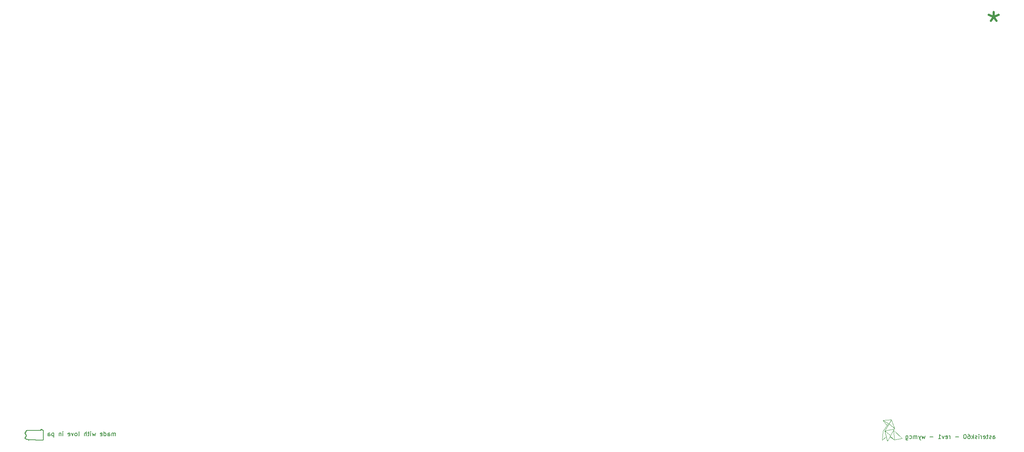
<source format=gbr>
%TF.GenerationSoftware,KiCad,Pcbnew,(5.1.12)-1*%
%TF.CreationDate,2021-12-12T18:13:40-05:00*%
%TF.ProjectId,asterisk60platetop,61737465-7269-4736-9b36-30706c617465,rev?*%
%TF.SameCoordinates,Original*%
%TF.FileFunction,Legend,Bot*%
%TF.FilePolarity,Positive*%
%FSLAX46Y46*%
G04 Gerber Fmt 4.6, Leading zero omitted, Abs format (unit mm)*
G04 Created by KiCad (PCBNEW (5.1.12)-1) date 2021-12-12 18:13:40*
%MOMM*%
%LPD*%
G01*
G04 APERTURE LIST*
%ADD10C,0.500000*%
%ADD11C,0.150000*%
%ADD12C,0.125000*%
%ADD13C,0.000244*%
%ADD14C,0.010000*%
G04 APERTURE END LIST*
D10*
X254000000Y-25201904D02*
X254000000Y-26392380D01*
X255190476Y-25916190D02*
X254000000Y-26392380D01*
X252809523Y-25916190D01*
X254714285Y-27344761D02*
X254000000Y-26392380D01*
X253285714Y-27344761D01*
D11*
X47909761Y-124912380D02*
X47909761Y-124245714D01*
X47909761Y-124340952D02*
X47862142Y-124293333D01*
X47766904Y-124245714D01*
X47624047Y-124245714D01*
X47528809Y-124293333D01*
X47481190Y-124388571D01*
X47481190Y-124912380D01*
X47481190Y-124388571D02*
X47433571Y-124293333D01*
X47338333Y-124245714D01*
X47195476Y-124245714D01*
X47100238Y-124293333D01*
X47052619Y-124388571D01*
X47052619Y-124912380D01*
X46147857Y-124912380D02*
X46147857Y-124388571D01*
X46195476Y-124293333D01*
X46290714Y-124245714D01*
X46481190Y-124245714D01*
X46576428Y-124293333D01*
X46147857Y-124864761D02*
X46243095Y-124912380D01*
X46481190Y-124912380D01*
X46576428Y-124864761D01*
X46624047Y-124769523D01*
X46624047Y-124674285D01*
X46576428Y-124579047D01*
X46481190Y-124531428D01*
X46243095Y-124531428D01*
X46147857Y-124483809D01*
X45243095Y-124912380D02*
X45243095Y-123912380D01*
X45243095Y-124864761D02*
X45338333Y-124912380D01*
X45528809Y-124912380D01*
X45624047Y-124864761D01*
X45671666Y-124817142D01*
X45719285Y-124721904D01*
X45719285Y-124436190D01*
X45671666Y-124340952D01*
X45624047Y-124293333D01*
X45528809Y-124245714D01*
X45338333Y-124245714D01*
X45243095Y-124293333D01*
X44385952Y-124864761D02*
X44481190Y-124912380D01*
X44671666Y-124912380D01*
X44766904Y-124864761D01*
X44814523Y-124769523D01*
X44814523Y-124388571D01*
X44766904Y-124293333D01*
X44671666Y-124245714D01*
X44481190Y-124245714D01*
X44385952Y-124293333D01*
X44338333Y-124388571D01*
X44338333Y-124483809D01*
X44814523Y-124579047D01*
X43243095Y-124245714D02*
X43052619Y-124912380D01*
X42862142Y-124436190D01*
X42671666Y-124912380D01*
X42481190Y-124245714D01*
X42100238Y-124912380D02*
X42100238Y-124245714D01*
X42100238Y-123912380D02*
X42147857Y-123960000D01*
X42100238Y-124007619D01*
X42052619Y-123960000D01*
X42100238Y-123912380D01*
X42100238Y-124007619D01*
X41766904Y-124245714D02*
X41385952Y-124245714D01*
X41624047Y-123912380D02*
X41624047Y-124769523D01*
X41576428Y-124864761D01*
X41481190Y-124912380D01*
X41385952Y-124912380D01*
X41052619Y-124912380D02*
X41052619Y-123912380D01*
X40624047Y-124912380D02*
X40624047Y-124388571D01*
X40671666Y-124293333D01*
X40766904Y-124245714D01*
X40909761Y-124245714D01*
X41005000Y-124293333D01*
X41052619Y-124340952D01*
X39243095Y-124912380D02*
X39338333Y-124864761D01*
X39385952Y-124769523D01*
X39385952Y-123912380D01*
X38719285Y-124912380D02*
X38814523Y-124864761D01*
X38862142Y-124817142D01*
X38909761Y-124721904D01*
X38909761Y-124436190D01*
X38862142Y-124340952D01*
X38814523Y-124293333D01*
X38719285Y-124245714D01*
X38576428Y-124245714D01*
X38481190Y-124293333D01*
X38433571Y-124340952D01*
X38385952Y-124436190D01*
X38385952Y-124721904D01*
X38433571Y-124817142D01*
X38481190Y-124864761D01*
X38576428Y-124912380D01*
X38719285Y-124912380D01*
X38052619Y-124245714D02*
X37814523Y-124912380D01*
X37576428Y-124245714D01*
X36814523Y-124864761D02*
X36909761Y-124912380D01*
X37100238Y-124912380D01*
X37195476Y-124864761D01*
X37243095Y-124769523D01*
X37243095Y-124388571D01*
X37195476Y-124293333D01*
X37100238Y-124245714D01*
X36909761Y-124245714D01*
X36814523Y-124293333D01*
X36766904Y-124388571D01*
X36766904Y-124483809D01*
X37243095Y-124579047D01*
X35576428Y-124912380D02*
X35576428Y-124245714D01*
X35576428Y-123912380D02*
X35624047Y-123960000D01*
X35576428Y-124007619D01*
X35528809Y-123960000D01*
X35576428Y-123912380D01*
X35576428Y-124007619D01*
X35100238Y-124245714D02*
X35100238Y-124912380D01*
X35100238Y-124340952D02*
X35052619Y-124293333D01*
X34957380Y-124245714D01*
X34814523Y-124245714D01*
X34719285Y-124293333D01*
X34671666Y-124388571D01*
X34671666Y-124912380D01*
X33433571Y-124245714D02*
X33433571Y-125245714D01*
X33433571Y-124293333D02*
X33338333Y-124245714D01*
X33147857Y-124245714D01*
X33052619Y-124293333D01*
X33005000Y-124340952D01*
X32957380Y-124436190D01*
X32957380Y-124721904D01*
X33005000Y-124817142D01*
X33052619Y-124864761D01*
X33147857Y-124912380D01*
X33338333Y-124912380D01*
X33433571Y-124864761D01*
X32100238Y-124912380D02*
X32100238Y-124388571D01*
X32147857Y-124293333D01*
X32243095Y-124245714D01*
X32433571Y-124245714D01*
X32528809Y-124293333D01*
X32100238Y-124864761D02*
X32195476Y-124912380D01*
X32433571Y-124912380D01*
X32528809Y-124864761D01*
X32576428Y-124769523D01*
X32576428Y-124674285D01*
X32528809Y-124579047D01*
X32433571Y-124531428D01*
X32195476Y-124531428D01*
X32100238Y-124483809D01*
X253863809Y-125547380D02*
X253863809Y-125023571D01*
X253911428Y-124928333D01*
X254006666Y-124880714D01*
X254197142Y-124880714D01*
X254292380Y-124928333D01*
X253863809Y-125499761D02*
X253959047Y-125547380D01*
X254197142Y-125547380D01*
X254292380Y-125499761D01*
X254340000Y-125404523D01*
X254340000Y-125309285D01*
X254292380Y-125214047D01*
X254197142Y-125166428D01*
X253959047Y-125166428D01*
X253863809Y-125118809D01*
X253435238Y-125499761D02*
X253340000Y-125547380D01*
X253149523Y-125547380D01*
X253054285Y-125499761D01*
X253006666Y-125404523D01*
X253006666Y-125356904D01*
X253054285Y-125261666D01*
X253149523Y-125214047D01*
X253292380Y-125214047D01*
X253387619Y-125166428D01*
X253435238Y-125071190D01*
X253435238Y-125023571D01*
X253387619Y-124928333D01*
X253292380Y-124880714D01*
X253149523Y-124880714D01*
X253054285Y-124928333D01*
X252720952Y-124880714D02*
X252340000Y-124880714D01*
X252578095Y-124547380D02*
X252578095Y-125404523D01*
X252530476Y-125499761D01*
X252435238Y-125547380D01*
X252340000Y-125547380D01*
X251625714Y-125499761D02*
X251720952Y-125547380D01*
X251911428Y-125547380D01*
X252006666Y-125499761D01*
X252054285Y-125404523D01*
X252054285Y-125023571D01*
X252006666Y-124928333D01*
X251911428Y-124880714D01*
X251720952Y-124880714D01*
X251625714Y-124928333D01*
X251578095Y-125023571D01*
X251578095Y-125118809D01*
X252054285Y-125214047D01*
X251149523Y-125547380D02*
X251149523Y-124880714D01*
X251149523Y-125071190D02*
X251101904Y-124975952D01*
X251054285Y-124928333D01*
X250959047Y-124880714D01*
X250863809Y-124880714D01*
X250530476Y-125547380D02*
X250530476Y-124880714D01*
X250530476Y-124547380D02*
X250578095Y-124595000D01*
X250530476Y-124642619D01*
X250482857Y-124595000D01*
X250530476Y-124547380D01*
X250530476Y-124642619D01*
X250101904Y-125499761D02*
X250006666Y-125547380D01*
X249816190Y-125547380D01*
X249720952Y-125499761D01*
X249673333Y-125404523D01*
X249673333Y-125356904D01*
X249720952Y-125261666D01*
X249816190Y-125214047D01*
X249959047Y-125214047D01*
X250054285Y-125166428D01*
X250101904Y-125071190D01*
X250101904Y-125023571D01*
X250054285Y-124928333D01*
X249959047Y-124880714D01*
X249816190Y-124880714D01*
X249720952Y-124928333D01*
X249244761Y-125547380D02*
X249244761Y-124547380D01*
X249149523Y-125166428D02*
X248863809Y-125547380D01*
X248863809Y-124880714D02*
X249244761Y-125261666D01*
X248006666Y-124547380D02*
X248197142Y-124547380D01*
X248292380Y-124595000D01*
X248340000Y-124642619D01*
X248435238Y-124785476D01*
X248482857Y-124975952D01*
X248482857Y-125356904D01*
X248435238Y-125452142D01*
X248387619Y-125499761D01*
X248292380Y-125547380D01*
X248101904Y-125547380D01*
X248006666Y-125499761D01*
X247959047Y-125452142D01*
X247911428Y-125356904D01*
X247911428Y-125118809D01*
X247959047Y-125023571D01*
X248006666Y-124975952D01*
X248101904Y-124928333D01*
X248292380Y-124928333D01*
X248387619Y-124975952D01*
X248435238Y-125023571D01*
X248482857Y-125118809D01*
X247292380Y-124547380D02*
X247197142Y-124547380D01*
X247101904Y-124595000D01*
X247054285Y-124642619D01*
X247006666Y-124737857D01*
X246959047Y-124928333D01*
X246959047Y-125166428D01*
X247006666Y-125356904D01*
X247054285Y-125452142D01*
X247101904Y-125499761D01*
X247197142Y-125547380D01*
X247292380Y-125547380D01*
X247387619Y-125499761D01*
X247435238Y-125452142D01*
X247482857Y-125356904D01*
X247530476Y-125166428D01*
X247530476Y-124928333D01*
X247482857Y-124737857D01*
X247435238Y-124642619D01*
X247387619Y-124595000D01*
X247292380Y-124547380D01*
X245768571Y-125166428D02*
X245006666Y-125166428D01*
X243768571Y-125547380D02*
X243768571Y-124880714D01*
X243768571Y-125071190D02*
X243720952Y-124975952D01*
X243673333Y-124928333D01*
X243578095Y-124880714D01*
X243482857Y-124880714D01*
X242768571Y-125499761D02*
X242863809Y-125547380D01*
X243054285Y-125547380D01*
X243149523Y-125499761D01*
X243197142Y-125404523D01*
X243197142Y-125023571D01*
X243149523Y-124928333D01*
X243054285Y-124880714D01*
X242863809Y-124880714D01*
X242768571Y-124928333D01*
X242720952Y-125023571D01*
X242720952Y-125118809D01*
X243197142Y-125214047D01*
X242387619Y-124880714D02*
X242149523Y-125547380D01*
X241911428Y-124880714D01*
X241006666Y-125547380D02*
X241578095Y-125547380D01*
X241292380Y-125547380D02*
X241292380Y-124547380D01*
X241387619Y-124690238D01*
X241482857Y-124785476D01*
X241578095Y-124833095D01*
X239816190Y-125166428D02*
X239054285Y-125166428D01*
X237911428Y-124880714D02*
X237720952Y-125547380D01*
X237530476Y-125071190D01*
X237340000Y-125547380D01*
X237149523Y-124880714D01*
X236863809Y-124880714D02*
X236625714Y-125547380D01*
X236387619Y-124880714D02*
X236625714Y-125547380D01*
X236720952Y-125785476D01*
X236768571Y-125833095D01*
X236863809Y-125880714D01*
X236006666Y-125547380D02*
X236006666Y-124880714D01*
X236006666Y-124975952D02*
X235959047Y-124928333D01*
X235863809Y-124880714D01*
X235720952Y-124880714D01*
X235625714Y-124928333D01*
X235578095Y-125023571D01*
X235578095Y-125547380D01*
X235578095Y-125023571D02*
X235530476Y-124928333D01*
X235435238Y-124880714D01*
X235292380Y-124880714D01*
X235197142Y-124928333D01*
X235149523Y-125023571D01*
X235149523Y-125547380D01*
X234244761Y-125499761D02*
X234340000Y-125547380D01*
X234530476Y-125547380D01*
X234625714Y-125499761D01*
X234673333Y-125452142D01*
X234720952Y-125356904D01*
X234720952Y-125071190D01*
X234673333Y-124975952D01*
X234625714Y-124928333D01*
X234530476Y-124880714D01*
X234340000Y-124880714D01*
X234244761Y-124928333D01*
X233387619Y-124880714D02*
X233387619Y-125690238D01*
X233435238Y-125785476D01*
X233482857Y-125833095D01*
X233578095Y-125880714D01*
X233720952Y-125880714D01*
X233816190Y-125833095D01*
X233387619Y-125499761D02*
X233482857Y-125547380D01*
X233673333Y-125547380D01*
X233768571Y-125499761D01*
X233816190Y-125452142D01*
X233863809Y-125356904D01*
X233863809Y-125071190D01*
X233816190Y-124975952D01*
X233768571Y-124928333D01*
X233673333Y-124880714D01*
X233482857Y-124880714D01*
X233387619Y-124928333D01*
D12*
%TO.C,REF\u002A\u002A*%
X227965000Y-121285000D02*
X229478054Y-122118070D01*
X230692057Y-123150507D02*
X229478054Y-122118070D01*
X229043718Y-126105412D02*
X229093560Y-126105412D01*
X230614852Y-125834842D02*
X229722730Y-124942358D01*
X229414788Y-122083237D02*
X228449177Y-123705886D01*
X229962231Y-121103434D02*
X227965000Y-121285000D01*
X227965000Y-121285000D02*
X228963615Y-122453713D01*
X228449177Y-123705886D02*
X229818742Y-124764875D01*
D13*
X229722730Y-124942358D02*
X229637831Y-125099298D01*
D12*
X230614852Y-123293225D02*
X228449177Y-123705886D01*
X230692057Y-125834842D02*
X230614852Y-125834842D01*
X229265727Y-122001165D02*
X228046883Y-123826931D01*
X232486361Y-125503750D02*
X230692057Y-125834842D01*
X229478054Y-122118070D02*
X229962231Y-121103434D01*
X228046883Y-123826931D02*
X227861756Y-125920285D01*
X230692057Y-125834842D02*
X230500350Y-123504886D01*
X229637831Y-125099298D02*
X230614852Y-125834842D01*
X227861756Y-125920285D02*
X228780603Y-125043497D01*
X229962231Y-121103434D02*
X230692057Y-123150507D01*
X229093560Y-126105412D02*
X230692057Y-123150507D01*
X228449177Y-123705886D02*
X229043718Y-126105412D01*
X230500350Y-123504886D02*
X232486361Y-125503750D01*
D14*
%TO.C,pennsylvania*%
G36*
X29155000Y-125880000D02*
G01*
X29145000Y-125880000D01*
X29145000Y-125890000D01*
X29155000Y-125890000D01*
X29155000Y-125880000D01*
G37*
X29155000Y-125880000D02*
X29145000Y-125880000D01*
X29145000Y-125890000D01*
X29155000Y-125890000D01*
X29155000Y-125880000D01*
G36*
X29165000Y-125880000D02*
G01*
X29155000Y-125880000D01*
X29155000Y-125890000D01*
X29165000Y-125890000D01*
X29165000Y-125880000D01*
G37*
X29165000Y-125880000D02*
X29155000Y-125880000D01*
X29155000Y-125890000D01*
X29165000Y-125890000D01*
X29165000Y-125880000D01*
G36*
X29175000Y-125880000D02*
G01*
X29165000Y-125880000D01*
X29165000Y-125890000D01*
X29175000Y-125890000D01*
X29175000Y-125880000D01*
G37*
X29175000Y-125880000D02*
X29165000Y-125880000D01*
X29165000Y-125890000D01*
X29175000Y-125890000D01*
X29175000Y-125880000D01*
G36*
X29185000Y-125880000D02*
G01*
X29175000Y-125880000D01*
X29175000Y-125890000D01*
X29185000Y-125890000D01*
X29185000Y-125880000D01*
G37*
X29185000Y-125880000D02*
X29175000Y-125880000D01*
X29175000Y-125890000D01*
X29185000Y-125890000D01*
X29185000Y-125880000D01*
G36*
X29195000Y-125880000D02*
G01*
X29185000Y-125880000D01*
X29185000Y-125890000D01*
X29195000Y-125890000D01*
X29195000Y-125880000D01*
G37*
X29195000Y-125880000D02*
X29185000Y-125880000D01*
X29185000Y-125890000D01*
X29195000Y-125890000D01*
X29195000Y-125880000D01*
G36*
X29205000Y-125880000D02*
G01*
X29195000Y-125880000D01*
X29195000Y-125890000D01*
X29205000Y-125890000D01*
X29205000Y-125880000D01*
G37*
X29205000Y-125880000D02*
X29195000Y-125880000D01*
X29195000Y-125890000D01*
X29205000Y-125890000D01*
X29205000Y-125880000D01*
G36*
X29215000Y-125880000D02*
G01*
X29205000Y-125880000D01*
X29205000Y-125890000D01*
X29215000Y-125890000D01*
X29215000Y-125880000D01*
G37*
X29215000Y-125880000D02*
X29205000Y-125880000D01*
X29205000Y-125890000D01*
X29215000Y-125890000D01*
X29215000Y-125880000D01*
G36*
X29225000Y-125880000D02*
G01*
X29215000Y-125880000D01*
X29215000Y-125890000D01*
X29225000Y-125890000D01*
X29225000Y-125880000D01*
G37*
X29225000Y-125880000D02*
X29215000Y-125880000D01*
X29215000Y-125890000D01*
X29225000Y-125890000D01*
X29225000Y-125880000D01*
G36*
X29235000Y-125880000D02*
G01*
X29225000Y-125880000D01*
X29225000Y-125890000D01*
X29235000Y-125890000D01*
X29235000Y-125880000D01*
G37*
X29235000Y-125880000D02*
X29225000Y-125880000D01*
X29225000Y-125890000D01*
X29235000Y-125890000D01*
X29235000Y-125880000D01*
G36*
X29245000Y-125880000D02*
G01*
X29235000Y-125880000D01*
X29235000Y-125890000D01*
X29245000Y-125890000D01*
X29245000Y-125880000D01*
G37*
X29245000Y-125880000D02*
X29235000Y-125880000D01*
X29235000Y-125890000D01*
X29245000Y-125890000D01*
X29245000Y-125880000D01*
G36*
X29255000Y-125880000D02*
G01*
X29245000Y-125880000D01*
X29245000Y-125890000D01*
X29255000Y-125890000D01*
X29255000Y-125880000D01*
G37*
X29255000Y-125880000D02*
X29245000Y-125880000D01*
X29245000Y-125890000D01*
X29255000Y-125890000D01*
X29255000Y-125880000D01*
G36*
X29265000Y-125880000D02*
G01*
X29255000Y-125880000D01*
X29255000Y-125890000D01*
X29265000Y-125890000D01*
X29265000Y-125880000D01*
G37*
X29265000Y-125880000D02*
X29255000Y-125880000D01*
X29255000Y-125890000D01*
X29265000Y-125890000D01*
X29265000Y-125880000D01*
G36*
X29275000Y-125880000D02*
G01*
X29265000Y-125880000D01*
X29265000Y-125890000D01*
X29275000Y-125890000D01*
X29275000Y-125880000D01*
G37*
X29275000Y-125880000D02*
X29265000Y-125880000D01*
X29265000Y-125890000D01*
X29275000Y-125890000D01*
X29275000Y-125880000D01*
G36*
X29285000Y-125880000D02*
G01*
X29275000Y-125880000D01*
X29275000Y-125890000D01*
X29285000Y-125890000D01*
X29285000Y-125880000D01*
G37*
X29285000Y-125880000D02*
X29275000Y-125880000D01*
X29275000Y-125890000D01*
X29285000Y-125890000D01*
X29285000Y-125880000D01*
G36*
X29295000Y-125880000D02*
G01*
X29285000Y-125880000D01*
X29285000Y-125890000D01*
X29295000Y-125890000D01*
X29295000Y-125880000D01*
G37*
X29295000Y-125880000D02*
X29285000Y-125880000D01*
X29285000Y-125890000D01*
X29295000Y-125890000D01*
X29295000Y-125880000D01*
G36*
X29305000Y-125880000D02*
G01*
X29295000Y-125880000D01*
X29295000Y-125890000D01*
X29305000Y-125890000D01*
X29305000Y-125880000D01*
G37*
X29305000Y-125880000D02*
X29295000Y-125880000D01*
X29295000Y-125890000D01*
X29305000Y-125890000D01*
X29305000Y-125880000D01*
G36*
X29315000Y-125880000D02*
G01*
X29305000Y-125880000D01*
X29305000Y-125890000D01*
X29315000Y-125890000D01*
X29315000Y-125880000D01*
G37*
X29315000Y-125880000D02*
X29305000Y-125880000D01*
X29305000Y-125890000D01*
X29315000Y-125890000D01*
X29315000Y-125880000D01*
G36*
X29325000Y-125880000D02*
G01*
X29315000Y-125880000D01*
X29315000Y-125890000D01*
X29325000Y-125890000D01*
X29325000Y-125880000D01*
G37*
X29325000Y-125880000D02*
X29315000Y-125880000D01*
X29315000Y-125890000D01*
X29325000Y-125890000D01*
X29325000Y-125880000D01*
G36*
X29335000Y-125880000D02*
G01*
X29325000Y-125880000D01*
X29325000Y-125890000D01*
X29335000Y-125890000D01*
X29335000Y-125880000D01*
G37*
X29335000Y-125880000D02*
X29325000Y-125880000D01*
X29325000Y-125890000D01*
X29335000Y-125890000D01*
X29335000Y-125880000D01*
G36*
X29345000Y-125880000D02*
G01*
X29335000Y-125880000D01*
X29335000Y-125890000D01*
X29345000Y-125890000D01*
X29345000Y-125880000D01*
G37*
X29345000Y-125880000D02*
X29335000Y-125880000D01*
X29335000Y-125890000D01*
X29345000Y-125890000D01*
X29345000Y-125880000D01*
G36*
X29355000Y-125880000D02*
G01*
X29345000Y-125880000D01*
X29345000Y-125890000D01*
X29355000Y-125890000D01*
X29355000Y-125880000D01*
G37*
X29355000Y-125880000D02*
X29345000Y-125880000D01*
X29345000Y-125890000D01*
X29355000Y-125890000D01*
X29355000Y-125880000D01*
G36*
X29365000Y-125880000D02*
G01*
X29355000Y-125880000D01*
X29355000Y-125890000D01*
X29365000Y-125890000D01*
X29365000Y-125880000D01*
G37*
X29365000Y-125880000D02*
X29355000Y-125880000D01*
X29355000Y-125890000D01*
X29365000Y-125890000D01*
X29365000Y-125880000D01*
G36*
X29375000Y-125880000D02*
G01*
X29365000Y-125880000D01*
X29365000Y-125890000D01*
X29375000Y-125890000D01*
X29375000Y-125880000D01*
G37*
X29375000Y-125880000D02*
X29365000Y-125880000D01*
X29365000Y-125890000D01*
X29375000Y-125890000D01*
X29375000Y-125880000D01*
G36*
X29385000Y-125880000D02*
G01*
X29375000Y-125880000D01*
X29375000Y-125890000D01*
X29385000Y-125890000D01*
X29385000Y-125880000D01*
G37*
X29385000Y-125880000D02*
X29375000Y-125880000D01*
X29375000Y-125890000D01*
X29385000Y-125890000D01*
X29385000Y-125880000D01*
G36*
X29395000Y-125880000D02*
G01*
X29385000Y-125880000D01*
X29385000Y-125890000D01*
X29395000Y-125890000D01*
X29395000Y-125880000D01*
G37*
X29395000Y-125880000D02*
X29385000Y-125880000D01*
X29385000Y-125890000D01*
X29395000Y-125890000D01*
X29395000Y-125880000D01*
G36*
X29405000Y-125880000D02*
G01*
X29395000Y-125880000D01*
X29395000Y-125890000D01*
X29405000Y-125890000D01*
X29405000Y-125880000D01*
G37*
X29405000Y-125880000D02*
X29395000Y-125880000D01*
X29395000Y-125890000D01*
X29405000Y-125890000D01*
X29405000Y-125880000D01*
G36*
X29415000Y-125880000D02*
G01*
X29405000Y-125880000D01*
X29405000Y-125890000D01*
X29415000Y-125890000D01*
X29415000Y-125880000D01*
G37*
X29415000Y-125880000D02*
X29405000Y-125880000D01*
X29405000Y-125890000D01*
X29415000Y-125890000D01*
X29415000Y-125880000D01*
G36*
X29425000Y-125880000D02*
G01*
X29415000Y-125880000D01*
X29415000Y-125890000D01*
X29425000Y-125890000D01*
X29425000Y-125880000D01*
G37*
X29425000Y-125880000D02*
X29415000Y-125880000D01*
X29415000Y-125890000D01*
X29425000Y-125890000D01*
X29425000Y-125880000D01*
G36*
X29435000Y-125880000D02*
G01*
X29425000Y-125880000D01*
X29425000Y-125890000D01*
X29435000Y-125890000D01*
X29435000Y-125880000D01*
G37*
X29435000Y-125880000D02*
X29425000Y-125880000D01*
X29425000Y-125890000D01*
X29435000Y-125890000D01*
X29435000Y-125880000D01*
G36*
X29445000Y-125880000D02*
G01*
X29435000Y-125880000D01*
X29435000Y-125890000D01*
X29445000Y-125890000D01*
X29445000Y-125880000D01*
G37*
X29445000Y-125880000D02*
X29435000Y-125880000D01*
X29435000Y-125890000D01*
X29445000Y-125890000D01*
X29445000Y-125880000D01*
G36*
X29455000Y-125880000D02*
G01*
X29445000Y-125880000D01*
X29445000Y-125890000D01*
X29455000Y-125890000D01*
X29455000Y-125880000D01*
G37*
X29455000Y-125880000D02*
X29445000Y-125880000D01*
X29445000Y-125890000D01*
X29455000Y-125890000D01*
X29455000Y-125880000D01*
G36*
X29465000Y-125880000D02*
G01*
X29455000Y-125880000D01*
X29455000Y-125890000D01*
X29465000Y-125890000D01*
X29465000Y-125880000D01*
G37*
X29465000Y-125880000D02*
X29455000Y-125880000D01*
X29455000Y-125890000D01*
X29465000Y-125890000D01*
X29465000Y-125880000D01*
G36*
X29475000Y-125880000D02*
G01*
X29465000Y-125880000D01*
X29465000Y-125890000D01*
X29475000Y-125890000D01*
X29475000Y-125880000D01*
G37*
X29475000Y-125880000D02*
X29465000Y-125880000D01*
X29465000Y-125890000D01*
X29475000Y-125890000D01*
X29475000Y-125880000D01*
G36*
X29485000Y-125880000D02*
G01*
X29475000Y-125880000D01*
X29475000Y-125890000D01*
X29485000Y-125890000D01*
X29485000Y-125880000D01*
G37*
X29485000Y-125880000D02*
X29475000Y-125880000D01*
X29475000Y-125890000D01*
X29485000Y-125890000D01*
X29485000Y-125880000D01*
G36*
X29495000Y-125880000D02*
G01*
X29485000Y-125880000D01*
X29485000Y-125890000D01*
X29495000Y-125890000D01*
X29495000Y-125880000D01*
G37*
X29495000Y-125880000D02*
X29485000Y-125880000D01*
X29485000Y-125890000D01*
X29495000Y-125890000D01*
X29495000Y-125880000D01*
G36*
X29505000Y-125880000D02*
G01*
X29495000Y-125880000D01*
X29495000Y-125890000D01*
X29505000Y-125890000D01*
X29505000Y-125880000D01*
G37*
X29505000Y-125880000D02*
X29495000Y-125880000D01*
X29495000Y-125890000D01*
X29505000Y-125890000D01*
X29505000Y-125880000D01*
G36*
X29515000Y-125880000D02*
G01*
X29505000Y-125880000D01*
X29505000Y-125890000D01*
X29515000Y-125890000D01*
X29515000Y-125880000D01*
G37*
X29515000Y-125880000D02*
X29505000Y-125880000D01*
X29505000Y-125890000D01*
X29515000Y-125890000D01*
X29515000Y-125880000D01*
G36*
X29525000Y-125880000D02*
G01*
X29515000Y-125880000D01*
X29515000Y-125890000D01*
X29525000Y-125890000D01*
X29525000Y-125880000D01*
G37*
X29525000Y-125880000D02*
X29515000Y-125880000D01*
X29515000Y-125890000D01*
X29525000Y-125890000D01*
X29525000Y-125880000D01*
G36*
X29535000Y-125880000D02*
G01*
X29525000Y-125880000D01*
X29525000Y-125890000D01*
X29535000Y-125890000D01*
X29535000Y-125880000D01*
G37*
X29535000Y-125880000D02*
X29525000Y-125880000D01*
X29525000Y-125890000D01*
X29535000Y-125890000D01*
X29535000Y-125880000D01*
G36*
X29545000Y-125880000D02*
G01*
X29535000Y-125880000D01*
X29535000Y-125890000D01*
X29545000Y-125890000D01*
X29545000Y-125880000D01*
G37*
X29545000Y-125880000D02*
X29535000Y-125880000D01*
X29535000Y-125890000D01*
X29545000Y-125890000D01*
X29545000Y-125880000D01*
G36*
X29555000Y-125880000D02*
G01*
X29545000Y-125880000D01*
X29545000Y-125890000D01*
X29555000Y-125890000D01*
X29555000Y-125880000D01*
G37*
X29555000Y-125880000D02*
X29545000Y-125880000D01*
X29545000Y-125890000D01*
X29555000Y-125890000D01*
X29555000Y-125880000D01*
G36*
X29565000Y-125880000D02*
G01*
X29555000Y-125880000D01*
X29555000Y-125890000D01*
X29565000Y-125890000D01*
X29565000Y-125880000D01*
G37*
X29565000Y-125880000D02*
X29555000Y-125880000D01*
X29555000Y-125890000D01*
X29565000Y-125890000D01*
X29565000Y-125880000D01*
G36*
X29575000Y-125880000D02*
G01*
X29565000Y-125880000D01*
X29565000Y-125890000D01*
X29575000Y-125890000D01*
X29575000Y-125880000D01*
G37*
X29575000Y-125880000D02*
X29565000Y-125880000D01*
X29565000Y-125890000D01*
X29575000Y-125890000D01*
X29575000Y-125880000D01*
G36*
X29585000Y-125880000D02*
G01*
X29575000Y-125880000D01*
X29575000Y-125890000D01*
X29585000Y-125890000D01*
X29585000Y-125880000D01*
G37*
X29585000Y-125880000D02*
X29575000Y-125880000D01*
X29575000Y-125890000D01*
X29585000Y-125890000D01*
X29585000Y-125880000D01*
G36*
X29595000Y-125880000D02*
G01*
X29585000Y-125880000D01*
X29585000Y-125890000D01*
X29595000Y-125890000D01*
X29595000Y-125880000D01*
G37*
X29595000Y-125880000D02*
X29585000Y-125880000D01*
X29585000Y-125890000D01*
X29595000Y-125890000D01*
X29595000Y-125880000D01*
G36*
X29605000Y-125880000D02*
G01*
X29595000Y-125880000D01*
X29595000Y-125890000D01*
X29605000Y-125890000D01*
X29605000Y-125880000D01*
G37*
X29605000Y-125880000D02*
X29595000Y-125880000D01*
X29595000Y-125890000D01*
X29605000Y-125890000D01*
X29605000Y-125880000D01*
G36*
X29615000Y-125880000D02*
G01*
X29605000Y-125880000D01*
X29605000Y-125890000D01*
X29615000Y-125890000D01*
X29615000Y-125880000D01*
G37*
X29615000Y-125880000D02*
X29605000Y-125880000D01*
X29605000Y-125890000D01*
X29615000Y-125890000D01*
X29615000Y-125880000D01*
G36*
X29625000Y-125880000D02*
G01*
X29615000Y-125880000D01*
X29615000Y-125890000D01*
X29625000Y-125890000D01*
X29625000Y-125880000D01*
G37*
X29625000Y-125880000D02*
X29615000Y-125880000D01*
X29615000Y-125890000D01*
X29625000Y-125890000D01*
X29625000Y-125880000D01*
G36*
X29635000Y-125880000D02*
G01*
X29625000Y-125880000D01*
X29625000Y-125890000D01*
X29635000Y-125890000D01*
X29635000Y-125880000D01*
G37*
X29635000Y-125880000D02*
X29625000Y-125880000D01*
X29625000Y-125890000D01*
X29635000Y-125890000D01*
X29635000Y-125880000D01*
G36*
X29645000Y-125880000D02*
G01*
X29635000Y-125880000D01*
X29635000Y-125890000D01*
X29645000Y-125890000D01*
X29645000Y-125880000D01*
G37*
X29645000Y-125880000D02*
X29635000Y-125880000D01*
X29635000Y-125890000D01*
X29645000Y-125890000D01*
X29645000Y-125880000D01*
G36*
X29655000Y-125880000D02*
G01*
X29645000Y-125880000D01*
X29645000Y-125890000D01*
X29655000Y-125890000D01*
X29655000Y-125880000D01*
G37*
X29655000Y-125880000D02*
X29645000Y-125880000D01*
X29645000Y-125890000D01*
X29655000Y-125890000D01*
X29655000Y-125880000D01*
G36*
X29665000Y-125880000D02*
G01*
X29655000Y-125880000D01*
X29655000Y-125890000D01*
X29665000Y-125890000D01*
X29665000Y-125880000D01*
G37*
X29665000Y-125880000D02*
X29655000Y-125880000D01*
X29655000Y-125890000D01*
X29665000Y-125890000D01*
X29665000Y-125880000D01*
G36*
X29675000Y-125880000D02*
G01*
X29665000Y-125880000D01*
X29665000Y-125890000D01*
X29675000Y-125890000D01*
X29675000Y-125880000D01*
G37*
X29675000Y-125880000D02*
X29665000Y-125880000D01*
X29665000Y-125890000D01*
X29675000Y-125890000D01*
X29675000Y-125880000D01*
G36*
X29685000Y-125880000D02*
G01*
X29675000Y-125880000D01*
X29675000Y-125890000D01*
X29685000Y-125890000D01*
X29685000Y-125880000D01*
G37*
X29685000Y-125880000D02*
X29675000Y-125880000D01*
X29675000Y-125890000D01*
X29685000Y-125890000D01*
X29685000Y-125880000D01*
G36*
X29695000Y-125880000D02*
G01*
X29685000Y-125880000D01*
X29685000Y-125890000D01*
X29695000Y-125890000D01*
X29695000Y-125880000D01*
G37*
X29695000Y-125880000D02*
X29685000Y-125880000D01*
X29685000Y-125890000D01*
X29695000Y-125890000D01*
X29695000Y-125880000D01*
G36*
X29705000Y-125880000D02*
G01*
X29695000Y-125880000D01*
X29695000Y-125890000D01*
X29705000Y-125890000D01*
X29705000Y-125880000D01*
G37*
X29705000Y-125880000D02*
X29695000Y-125880000D01*
X29695000Y-125890000D01*
X29705000Y-125890000D01*
X29705000Y-125880000D01*
G36*
X29715000Y-125880000D02*
G01*
X29705000Y-125880000D01*
X29705000Y-125890000D01*
X29715000Y-125890000D01*
X29715000Y-125880000D01*
G37*
X29715000Y-125880000D02*
X29705000Y-125880000D01*
X29705000Y-125890000D01*
X29715000Y-125890000D01*
X29715000Y-125880000D01*
G36*
X29725000Y-125880000D02*
G01*
X29715000Y-125880000D01*
X29715000Y-125890000D01*
X29725000Y-125890000D01*
X29725000Y-125880000D01*
G37*
X29725000Y-125880000D02*
X29715000Y-125880000D01*
X29715000Y-125890000D01*
X29725000Y-125890000D01*
X29725000Y-125880000D01*
G36*
X29735000Y-125880000D02*
G01*
X29725000Y-125880000D01*
X29725000Y-125890000D01*
X29735000Y-125890000D01*
X29735000Y-125880000D01*
G37*
X29735000Y-125880000D02*
X29725000Y-125880000D01*
X29725000Y-125890000D01*
X29735000Y-125890000D01*
X29735000Y-125880000D01*
G36*
X29745000Y-125880000D02*
G01*
X29735000Y-125880000D01*
X29735000Y-125890000D01*
X29745000Y-125890000D01*
X29745000Y-125880000D01*
G37*
X29745000Y-125880000D02*
X29735000Y-125880000D01*
X29735000Y-125890000D01*
X29745000Y-125890000D01*
X29745000Y-125880000D01*
G36*
X29755000Y-125880000D02*
G01*
X29745000Y-125880000D01*
X29745000Y-125890000D01*
X29755000Y-125890000D01*
X29755000Y-125880000D01*
G37*
X29755000Y-125880000D02*
X29745000Y-125880000D01*
X29745000Y-125890000D01*
X29755000Y-125890000D01*
X29755000Y-125880000D01*
G36*
X29765000Y-125880000D02*
G01*
X29755000Y-125880000D01*
X29755000Y-125890000D01*
X29765000Y-125890000D01*
X29765000Y-125880000D01*
G37*
X29765000Y-125880000D02*
X29755000Y-125880000D01*
X29755000Y-125890000D01*
X29765000Y-125890000D01*
X29765000Y-125880000D01*
G36*
X29775000Y-125880000D02*
G01*
X29765000Y-125880000D01*
X29765000Y-125890000D01*
X29775000Y-125890000D01*
X29775000Y-125880000D01*
G37*
X29775000Y-125880000D02*
X29765000Y-125880000D01*
X29765000Y-125890000D01*
X29775000Y-125890000D01*
X29775000Y-125880000D01*
G36*
X29785000Y-125880000D02*
G01*
X29775000Y-125880000D01*
X29775000Y-125890000D01*
X29785000Y-125890000D01*
X29785000Y-125880000D01*
G37*
X29785000Y-125880000D02*
X29775000Y-125880000D01*
X29775000Y-125890000D01*
X29785000Y-125890000D01*
X29785000Y-125880000D01*
G36*
X29795000Y-125880000D02*
G01*
X29785000Y-125880000D01*
X29785000Y-125890000D01*
X29795000Y-125890000D01*
X29795000Y-125880000D01*
G37*
X29795000Y-125880000D02*
X29785000Y-125880000D01*
X29785000Y-125890000D01*
X29795000Y-125890000D01*
X29795000Y-125880000D01*
G36*
X29805000Y-125880000D02*
G01*
X29795000Y-125880000D01*
X29795000Y-125890000D01*
X29805000Y-125890000D01*
X29805000Y-125880000D01*
G37*
X29805000Y-125880000D02*
X29795000Y-125880000D01*
X29795000Y-125890000D01*
X29805000Y-125890000D01*
X29805000Y-125880000D01*
G36*
X29815000Y-125880000D02*
G01*
X29805000Y-125880000D01*
X29805000Y-125890000D01*
X29815000Y-125890000D01*
X29815000Y-125880000D01*
G37*
X29815000Y-125880000D02*
X29805000Y-125880000D01*
X29805000Y-125890000D01*
X29815000Y-125890000D01*
X29815000Y-125880000D01*
G36*
X29825000Y-125880000D02*
G01*
X29815000Y-125880000D01*
X29815000Y-125890000D01*
X29825000Y-125890000D01*
X29825000Y-125880000D01*
G37*
X29825000Y-125880000D02*
X29815000Y-125880000D01*
X29815000Y-125890000D01*
X29825000Y-125890000D01*
X29825000Y-125880000D01*
G36*
X29835000Y-125880000D02*
G01*
X29825000Y-125880000D01*
X29825000Y-125890000D01*
X29835000Y-125890000D01*
X29835000Y-125880000D01*
G37*
X29835000Y-125880000D02*
X29825000Y-125880000D01*
X29825000Y-125890000D01*
X29835000Y-125890000D01*
X29835000Y-125880000D01*
G36*
X29845000Y-125880000D02*
G01*
X29835000Y-125880000D01*
X29835000Y-125890000D01*
X29845000Y-125890000D01*
X29845000Y-125880000D01*
G37*
X29845000Y-125880000D02*
X29835000Y-125880000D01*
X29835000Y-125890000D01*
X29845000Y-125890000D01*
X29845000Y-125880000D01*
G36*
X29855000Y-125880000D02*
G01*
X29845000Y-125880000D01*
X29845000Y-125890000D01*
X29855000Y-125890000D01*
X29855000Y-125880000D01*
G37*
X29855000Y-125880000D02*
X29845000Y-125880000D01*
X29845000Y-125890000D01*
X29855000Y-125890000D01*
X29855000Y-125880000D01*
G36*
X29865000Y-125880000D02*
G01*
X29855000Y-125880000D01*
X29855000Y-125890000D01*
X29865000Y-125890000D01*
X29865000Y-125880000D01*
G37*
X29865000Y-125880000D02*
X29855000Y-125880000D01*
X29855000Y-125890000D01*
X29865000Y-125890000D01*
X29865000Y-125880000D01*
G36*
X29875000Y-125880000D02*
G01*
X29865000Y-125880000D01*
X29865000Y-125890000D01*
X29875000Y-125890000D01*
X29875000Y-125880000D01*
G37*
X29875000Y-125880000D02*
X29865000Y-125880000D01*
X29865000Y-125890000D01*
X29875000Y-125890000D01*
X29875000Y-125880000D01*
G36*
X29885000Y-125880000D02*
G01*
X29875000Y-125880000D01*
X29875000Y-125890000D01*
X29885000Y-125890000D01*
X29885000Y-125880000D01*
G37*
X29885000Y-125880000D02*
X29875000Y-125880000D01*
X29875000Y-125890000D01*
X29885000Y-125890000D01*
X29885000Y-125880000D01*
G36*
X29895000Y-125880000D02*
G01*
X29885000Y-125880000D01*
X29885000Y-125890000D01*
X29895000Y-125890000D01*
X29895000Y-125880000D01*
G37*
X29895000Y-125880000D02*
X29885000Y-125880000D01*
X29885000Y-125890000D01*
X29895000Y-125890000D01*
X29895000Y-125880000D01*
G36*
X29905000Y-125880000D02*
G01*
X29895000Y-125880000D01*
X29895000Y-125890000D01*
X29905000Y-125890000D01*
X29905000Y-125880000D01*
G37*
X29905000Y-125880000D02*
X29895000Y-125880000D01*
X29895000Y-125890000D01*
X29905000Y-125890000D01*
X29905000Y-125880000D01*
G36*
X29915000Y-125880000D02*
G01*
X29905000Y-125880000D01*
X29905000Y-125890000D01*
X29915000Y-125890000D01*
X29915000Y-125880000D01*
G37*
X29915000Y-125880000D02*
X29905000Y-125880000D01*
X29905000Y-125890000D01*
X29915000Y-125890000D01*
X29915000Y-125880000D01*
G36*
X29925000Y-125880000D02*
G01*
X29915000Y-125880000D01*
X29915000Y-125890000D01*
X29925000Y-125890000D01*
X29925000Y-125880000D01*
G37*
X29925000Y-125880000D02*
X29915000Y-125880000D01*
X29915000Y-125890000D01*
X29925000Y-125890000D01*
X29925000Y-125880000D01*
G36*
X29935000Y-125880000D02*
G01*
X29925000Y-125880000D01*
X29925000Y-125890000D01*
X29935000Y-125890000D01*
X29935000Y-125880000D01*
G37*
X29935000Y-125880000D02*
X29925000Y-125880000D01*
X29925000Y-125890000D01*
X29935000Y-125890000D01*
X29935000Y-125880000D01*
G36*
X29945000Y-125880000D02*
G01*
X29935000Y-125880000D01*
X29935000Y-125890000D01*
X29945000Y-125890000D01*
X29945000Y-125880000D01*
G37*
X29945000Y-125880000D02*
X29935000Y-125880000D01*
X29935000Y-125890000D01*
X29945000Y-125890000D01*
X29945000Y-125880000D01*
G36*
X29955000Y-125880000D02*
G01*
X29945000Y-125880000D01*
X29945000Y-125890000D01*
X29955000Y-125890000D01*
X29955000Y-125880000D01*
G37*
X29955000Y-125880000D02*
X29945000Y-125880000D01*
X29945000Y-125890000D01*
X29955000Y-125890000D01*
X29955000Y-125880000D01*
G36*
X29965000Y-125880000D02*
G01*
X29955000Y-125880000D01*
X29955000Y-125890000D01*
X29965000Y-125890000D01*
X29965000Y-125880000D01*
G37*
X29965000Y-125880000D02*
X29955000Y-125880000D01*
X29955000Y-125890000D01*
X29965000Y-125890000D01*
X29965000Y-125880000D01*
G36*
X29975000Y-125880000D02*
G01*
X29965000Y-125880000D01*
X29965000Y-125890000D01*
X29975000Y-125890000D01*
X29975000Y-125880000D01*
G37*
X29975000Y-125880000D02*
X29965000Y-125880000D01*
X29965000Y-125890000D01*
X29975000Y-125890000D01*
X29975000Y-125880000D01*
G36*
X29985000Y-125880000D02*
G01*
X29975000Y-125880000D01*
X29975000Y-125890000D01*
X29985000Y-125890000D01*
X29985000Y-125880000D01*
G37*
X29985000Y-125880000D02*
X29975000Y-125880000D01*
X29975000Y-125890000D01*
X29985000Y-125890000D01*
X29985000Y-125880000D01*
G36*
X29995000Y-125880000D02*
G01*
X29985000Y-125880000D01*
X29985000Y-125890000D01*
X29995000Y-125890000D01*
X29995000Y-125880000D01*
G37*
X29995000Y-125880000D02*
X29985000Y-125880000D01*
X29985000Y-125890000D01*
X29995000Y-125890000D01*
X29995000Y-125880000D01*
G36*
X30005000Y-125880000D02*
G01*
X29995000Y-125880000D01*
X29995000Y-125890000D01*
X30005000Y-125890000D01*
X30005000Y-125880000D01*
G37*
X30005000Y-125880000D02*
X29995000Y-125880000D01*
X29995000Y-125890000D01*
X30005000Y-125890000D01*
X30005000Y-125880000D01*
G36*
X30015000Y-125880000D02*
G01*
X30005000Y-125880000D01*
X30005000Y-125890000D01*
X30015000Y-125890000D01*
X30015000Y-125880000D01*
G37*
X30015000Y-125880000D02*
X30005000Y-125880000D01*
X30005000Y-125890000D01*
X30015000Y-125890000D01*
X30015000Y-125880000D01*
G36*
X30025000Y-125880000D02*
G01*
X30015000Y-125880000D01*
X30015000Y-125890000D01*
X30025000Y-125890000D01*
X30025000Y-125880000D01*
G37*
X30025000Y-125880000D02*
X30015000Y-125880000D01*
X30015000Y-125890000D01*
X30025000Y-125890000D01*
X30025000Y-125880000D01*
G36*
X30035000Y-125880000D02*
G01*
X30025000Y-125880000D01*
X30025000Y-125890000D01*
X30035000Y-125890000D01*
X30035000Y-125880000D01*
G37*
X30035000Y-125880000D02*
X30025000Y-125880000D01*
X30025000Y-125890000D01*
X30035000Y-125890000D01*
X30035000Y-125880000D01*
G36*
X30045000Y-125880000D02*
G01*
X30035000Y-125880000D01*
X30035000Y-125890000D01*
X30045000Y-125890000D01*
X30045000Y-125880000D01*
G37*
X30045000Y-125880000D02*
X30035000Y-125880000D01*
X30035000Y-125890000D01*
X30045000Y-125890000D01*
X30045000Y-125880000D01*
G36*
X30055000Y-125880000D02*
G01*
X30045000Y-125880000D01*
X30045000Y-125890000D01*
X30055000Y-125890000D01*
X30055000Y-125880000D01*
G37*
X30055000Y-125880000D02*
X30045000Y-125880000D01*
X30045000Y-125890000D01*
X30055000Y-125890000D01*
X30055000Y-125880000D01*
G36*
X30065000Y-125880000D02*
G01*
X30055000Y-125880000D01*
X30055000Y-125890000D01*
X30065000Y-125890000D01*
X30065000Y-125880000D01*
G37*
X30065000Y-125880000D02*
X30055000Y-125880000D01*
X30055000Y-125890000D01*
X30065000Y-125890000D01*
X30065000Y-125880000D01*
G36*
X30075000Y-125880000D02*
G01*
X30065000Y-125880000D01*
X30065000Y-125890000D01*
X30075000Y-125890000D01*
X30075000Y-125880000D01*
G37*
X30075000Y-125880000D02*
X30065000Y-125880000D01*
X30065000Y-125890000D01*
X30075000Y-125890000D01*
X30075000Y-125880000D01*
G36*
X30085000Y-125880000D02*
G01*
X30075000Y-125880000D01*
X30075000Y-125890000D01*
X30085000Y-125890000D01*
X30085000Y-125880000D01*
G37*
X30085000Y-125880000D02*
X30075000Y-125880000D01*
X30075000Y-125890000D01*
X30085000Y-125890000D01*
X30085000Y-125880000D01*
G36*
X30095000Y-125880000D02*
G01*
X30085000Y-125880000D01*
X30085000Y-125890000D01*
X30095000Y-125890000D01*
X30095000Y-125880000D01*
G37*
X30095000Y-125880000D02*
X30085000Y-125880000D01*
X30085000Y-125890000D01*
X30095000Y-125890000D01*
X30095000Y-125880000D01*
G36*
X30105000Y-125880000D02*
G01*
X30095000Y-125880000D01*
X30095000Y-125890000D01*
X30105000Y-125890000D01*
X30105000Y-125880000D01*
G37*
X30105000Y-125880000D02*
X30095000Y-125880000D01*
X30095000Y-125890000D01*
X30105000Y-125890000D01*
X30105000Y-125880000D01*
G36*
X30115000Y-125880000D02*
G01*
X30105000Y-125880000D01*
X30105000Y-125890000D01*
X30115000Y-125890000D01*
X30115000Y-125880000D01*
G37*
X30115000Y-125880000D02*
X30105000Y-125880000D01*
X30105000Y-125890000D01*
X30115000Y-125890000D01*
X30115000Y-125880000D01*
G36*
X30125000Y-125880000D02*
G01*
X30115000Y-125880000D01*
X30115000Y-125890000D01*
X30125000Y-125890000D01*
X30125000Y-125880000D01*
G37*
X30125000Y-125880000D02*
X30115000Y-125880000D01*
X30115000Y-125890000D01*
X30125000Y-125890000D01*
X30125000Y-125880000D01*
G36*
X30135000Y-125880000D02*
G01*
X30125000Y-125880000D01*
X30125000Y-125890000D01*
X30135000Y-125890000D01*
X30135000Y-125880000D01*
G37*
X30135000Y-125880000D02*
X30125000Y-125880000D01*
X30125000Y-125890000D01*
X30135000Y-125890000D01*
X30135000Y-125880000D01*
G36*
X30145000Y-125880000D02*
G01*
X30135000Y-125880000D01*
X30135000Y-125890000D01*
X30145000Y-125890000D01*
X30145000Y-125880000D01*
G37*
X30145000Y-125880000D02*
X30135000Y-125880000D01*
X30135000Y-125890000D01*
X30145000Y-125890000D01*
X30145000Y-125880000D01*
G36*
X30155000Y-125880000D02*
G01*
X30145000Y-125880000D01*
X30145000Y-125890000D01*
X30155000Y-125890000D01*
X30155000Y-125880000D01*
G37*
X30155000Y-125880000D02*
X30145000Y-125880000D01*
X30145000Y-125890000D01*
X30155000Y-125890000D01*
X30155000Y-125880000D01*
G36*
X30165000Y-125880000D02*
G01*
X30155000Y-125880000D01*
X30155000Y-125890000D01*
X30165000Y-125890000D01*
X30165000Y-125880000D01*
G37*
X30165000Y-125880000D02*
X30155000Y-125880000D01*
X30155000Y-125890000D01*
X30165000Y-125890000D01*
X30165000Y-125880000D01*
G36*
X30175000Y-125880000D02*
G01*
X30165000Y-125880000D01*
X30165000Y-125890000D01*
X30175000Y-125890000D01*
X30175000Y-125880000D01*
G37*
X30175000Y-125880000D02*
X30165000Y-125880000D01*
X30165000Y-125890000D01*
X30175000Y-125890000D01*
X30175000Y-125880000D01*
G36*
X30185000Y-125880000D02*
G01*
X30175000Y-125880000D01*
X30175000Y-125890000D01*
X30185000Y-125890000D01*
X30185000Y-125880000D01*
G37*
X30185000Y-125880000D02*
X30175000Y-125880000D01*
X30175000Y-125890000D01*
X30185000Y-125890000D01*
X30185000Y-125880000D01*
G36*
X30195000Y-125880000D02*
G01*
X30185000Y-125880000D01*
X30185000Y-125890000D01*
X30195000Y-125890000D01*
X30195000Y-125880000D01*
G37*
X30195000Y-125880000D02*
X30185000Y-125880000D01*
X30185000Y-125890000D01*
X30195000Y-125890000D01*
X30195000Y-125880000D01*
G36*
X30205000Y-125880000D02*
G01*
X30195000Y-125880000D01*
X30195000Y-125890000D01*
X30205000Y-125890000D01*
X30205000Y-125880000D01*
G37*
X30205000Y-125880000D02*
X30195000Y-125880000D01*
X30195000Y-125890000D01*
X30205000Y-125890000D01*
X30205000Y-125880000D01*
G36*
X30215000Y-125880000D02*
G01*
X30205000Y-125880000D01*
X30205000Y-125890000D01*
X30215000Y-125890000D01*
X30215000Y-125880000D01*
G37*
X30215000Y-125880000D02*
X30205000Y-125880000D01*
X30205000Y-125890000D01*
X30215000Y-125890000D01*
X30215000Y-125880000D01*
G36*
X30225000Y-125880000D02*
G01*
X30215000Y-125880000D01*
X30215000Y-125890000D01*
X30225000Y-125890000D01*
X30225000Y-125880000D01*
G37*
X30225000Y-125880000D02*
X30215000Y-125880000D01*
X30215000Y-125890000D01*
X30225000Y-125890000D01*
X30225000Y-125880000D01*
G36*
X30235000Y-125880000D02*
G01*
X30225000Y-125880000D01*
X30225000Y-125890000D01*
X30235000Y-125890000D01*
X30235000Y-125880000D01*
G37*
X30235000Y-125880000D02*
X30225000Y-125880000D01*
X30225000Y-125890000D01*
X30235000Y-125890000D01*
X30235000Y-125880000D01*
G36*
X30245000Y-125880000D02*
G01*
X30235000Y-125880000D01*
X30235000Y-125890000D01*
X30245000Y-125890000D01*
X30245000Y-125880000D01*
G37*
X30245000Y-125880000D02*
X30235000Y-125880000D01*
X30235000Y-125890000D01*
X30245000Y-125890000D01*
X30245000Y-125880000D01*
G36*
X30255000Y-125880000D02*
G01*
X30245000Y-125880000D01*
X30245000Y-125890000D01*
X30255000Y-125890000D01*
X30255000Y-125880000D01*
G37*
X30255000Y-125880000D02*
X30245000Y-125880000D01*
X30245000Y-125890000D01*
X30255000Y-125890000D01*
X30255000Y-125880000D01*
G36*
X30265000Y-125880000D02*
G01*
X30255000Y-125880000D01*
X30255000Y-125890000D01*
X30265000Y-125890000D01*
X30265000Y-125880000D01*
G37*
X30265000Y-125880000D02*
X30255000Y-125880000D01*
X30255000Y-125890000D01*
X30265000Y-125890000D01*
X30265000Y-125880000D01*
G36*
X30275000Y-125880000D02*
G01*
X30265000Y-125880000D01*
X30265000Y-125890000D01*
X30275000Y-125890000D01*
X30275000Y-125880000D01*
G37*
X30275000Y-125880000D02*
X30265000Y-125880000D01*
X30265000Y-125890000D01*
X30275000Y-125890000D01*
X30275000Y-125880000D01*
G36*
X30285000Y-125880000D02*
G01*
X30275000Y-125880000D01*
X30275000Y-125890000D01*
X30285000Y-125890000D01*
X30285000Y-125880000D01*
G37*
X30285000Y-125880000D02*
X30275000Y-125880000D01*
X30275000Y-125890000D01*
X30285000Y-125890000D01*
X30285000Y-125880000D01*
G36*
X30295000Y-125880000D02*
G01*
X30285000Y-125880000D01*
X30285000Y-125890000D01*
X30295000Y-125890000D01*
X30295000Y-125880000D01*
G37*
X30295000Y-125880000D02*
X30285000Y-125880000D01*
X30285000Y-125890000D01*
X30295000Y-125890000D01*
X30295000Y-125880000D01*
G36*
X30305000Y-125880000D02*
G01*
X30295000Y-125880000D01*
X30295000Y-125890000D01*
X30305000Y-125890000D01*
X30305000Y-125880000D01*
G37*
X30305000Y-125880000D02*
X30295000Y-125880000D01*
X30295000Y-125890000D01*
X30305000Y-125890000D01*
X30305000Y-125880000D01*
G36*
X30315000Y-125880000D02*
G01*
X30305000Y-125880000D01*
X30305000Y-125890000D01*
X30315000Y-125890000D01*
X30315000Y-125880000D01*
G37*
X30315000Y-125880000D02*
X30305000Y-125880000D01*
X30305000Y-125890000D01*
X30315000Y-125890000D01*
X30315000Y-125880000D01*
G36*
X30325000Y-125880000D02*
G01*
X30315000Y-125880000D01*
X30315000Y-125890000D01*
X30325000Y-125890000D01*
X30325000Y-125880000D01*
G37*
X30325000Y-125880000D02*
X30315000Y-125880000D01*
X30315000Y-125890000D01*
X30325000Y-125890000D01*
X30325000Y-125880000D01*
G36*
X30335000Y-125880000D02*
G01*
X30325000Y-125880000D01*
X30325000Y-125890000D01*
X30335000Y-125890000D01*
X30335000Y-125880000D01*
G37*
X30335000Y-125880000D02*
X30325000Y-125880000D01*
X30325000Y-125890000D01*
X30335000Y-125890000D01*
X30335000Y-125880000D01*
G36*
X30345000Y-125880000D02*
G01*
X30335000Y-125880000D01*
X30335000Y-125890000D01*
X30345000Y-125890000D01*
X30345000Y-125880000D01*
G37*
X30345000Y-125880000D02*
X30335000Y-125880000D01*
X30335000Y-125890000D01*
X30345000Y-125890000D01*
X30345000Y-125880000D01*
G36*
X30355000Y-125880000D02*
G01*
X30345000Y-125880000D01*
X30345000Y-125890000D01*
X30355000Y-125890000D01*
X30355000Y-125880000D01*
G37*
X30355000Y-125880000D02*
X30345000Y-125880000D01*
X30345000Y-125890000D01*
X30355000Y-125890000D01*
X30355000Y-125880000D01*
G36*
X30365000Y-125880000D02*
G01*
X30355000Y-125880000D01*
X30355000Y-125890000D01*
X30365000Y-125890000D01*
X30365000Y-125880000D01*
G37*
X30365000Y-125880000D02*
X30355000Y-125880000D01*
X30355000Y-125890000D01*
X30365000Y-125890000D01*
X30365000Y-125880000D01*
G36*
X30375000Y-125880000D02*
G01*
X30365000Y-125880000D01*
X30365000Y-125890000D01*
X30375000Y-125890000D01*
X30375000Y-125880000D01*
G37*
X30375000Y-125880000D02*
X30365000Y-125880000D01*
X30365000Y-125890000D01*
X30375000Y-125890000D01*
X30375000Y-125880000D01*
G36*
X30385000Y-125880000D02*
G01*
X30375000Y-125880000D01*
X30375000Y-125890000D01*
X30385000Y-125890000D01*
X30385000Y-125880000D01*
G37*
X30385000Y-125880000D02*
X30375000Y-125880000D01*
X30375000Y-125890000D01*
X30385000Y-125890000D01*
X30385000Y-125880000D01*
G36*
X30395000Y-125880000D02*
G01*
X30385000Y-125880000D01*
X30385000Y-125890000D01*
X30395000Y-125890000D01*
X30395000Y-125880000D01*
G37*
X30395000Y-125880000D02*
X30385000Y-125880000D01*
X30385000Y-125890000D01*
X30395000Y-125890000D01*
X30395000Y-125880000D01*
G36*
X30405000Y-125880000D02*
G01*
X30395000Y-125880000D01*
X30395000Y-125890000D01*
X30405000Y-125890000D01*
X30405000Y-125880000D01*
G37*
X30405000Y-125880000D02*
X30395000Y-125880000D01*
X30395000Y-125890000D01*
X30405000Y-125890000D01*
X30405000Y-125880000D01*
G36*
X30415000Y-125880000D02*
G01*
X30405000Y-125880000D01*
X30405000Y-125890000D01*
X30415000Y-125890000D01*
X30415000Y-125880000D01*
G37*
X30415000Y-125880000D02*
X30405000Y-125880000D01*
X30405000Y-125890000D01*
X30415000Y-125890000D01*
X30415000Y-125880000D01*
G36*
X30425000Y-125880000D02*
G01*
X30415000Y-125880000D01*
X30415000Y-125890000D01*
X30425000Y-125890000D01*
X30425000Y-125880000D01*
G37*
X30425000Y-125880000D02*
X30415000Y-125880000D01*
X30415000Y-125890000D01*
X30425000Y-125890000D01*
X30425000Y-125880000D01*
G36*
X30435000Y-125880000D02*
G01*
X30425000Y-125880000D01*
X30425000Y-125890000D01*
X30435000Y-125890000D01*
X30435000Y-125880000D01*
G37*
X30435000Y-125880000D02*
X30425000Y-125880000D01*
X30425000Y-125890000D01*
X30435000Y-125890000D01*
X30435000Y-125880000D01*
G36*
X30445000Y-125880000D02*
G01*
X30435000Y-125880000D01*
X30435000Y-125890000D01*
X30445000Y-125890000D01*
X30445000Y-125880000D01*
G37*
X30445000Y-125880000D02*
X30435000Y-125880000D01*
X30435000Y-125890000D01*
X30445000Y-125890000D01*
X30445000Y-125880000D01*
G36*
X30455000Y-125880000D02*
G01*
X30445000Y-125880000D01*
X30445000Y-125890000D01*
X30455000Y-125890000D01*
X30455000Y-125880000D01*
G37*
X30455000Y-125880000D02*
X30445000Y-125880000D01*
X30445000Y-125890000D01*
X30455000Y-125890000D01*
X30455000Y-125880000D01*
G36*
X30465000Y-125880000D02*
G01*
X30455000Y-125880000D01*
X30455000Y-125890000D01*
X30465000Y-125890000D01*
X30465000Y-125880000D01*
G37*
X30465000Y-125880000D02*
X30455000Y-125880000D01*
X30455000Y-125890000D01*
X30465000Y-125890000D01*
X30465000Y-125880000D01*
G36*
X30475000Y-125880000D02*
G01*
X30465000Y-125880000D01*
X30465000Y-125890000D01*
X30475000Y-125890000D01*
X30475000Y-125880000D01*
G37*
X30475000Y-125880000D02*
X30465000Y-125880000D01*
X30465000Y-125890000D01*
X30475000Y-125890000D01*
X30475000Y-125880000D01*
G36*
X30485000Y-125880000D02*
G01*
X30475000Y-125880000D01*
X30475000Y-125890000D01*
X30485000Y-125890000D01*
X30485000Y-125880000D01*
G37*
X30485000Y-125880000D02*
X30475000Y-125880000D01*
X30475000Y-125890000D01*
X30485000Y-125890000D01*
X30485000Y-125880000D01*
G36*
X30495000Y-125880000D02*
G01*
X30485000Y-125880000D01*
X30485000Y-125890000D01*
X30495000Y-125890000D01*
X30495000Y-125880000D01*
G37*
X30495000Y-125880000D02*
X30485000Y-125880000D01*
X30485000Y-125890000D01*
X30495000Y-125890000D01*
X30495000Y-125880000D01*
G36*
X30505000Y-125880000D02*
G01*
X30495000Y-125880000D01*
X30495000Y-125890000D01*
X30505000Y-125890000D01*
X30505000Y-125880000D01*
G37*
X30505000Y-125880000D02*
X30495000Y-125880000D01*
X30495000Y-125890000D01*
X30505000Y-125890000D01*
X30505000Y-125880000D01*
G36*
X30515000Y-125880000D02*
G01*
X30505000Y-125880000D01*
X30505000Y-125890000D01*
X30515000Y-125890000D01*
X30515000Y-125880000D01*
G37*
X30515000Y-125880000D02*
X30505000Y-125880000D01*
X30505000Y-125890000D01*
X30515000Y-125890000D01*
X30515000Y-125880000D01*
G36*
X30525000Y-125880000D02*
G01*
X30515000Y-125880000D01*
X30515000Y-125890000D01*
X30525000Y-125890000D01*
X30525000Y-125880000D01*
G37*
X30525000Y-125880000D02*
X30515000Y-125880000D01*
X30515000Y-125890000D01*
X30525000Y-125890000D01*
X30525000Y-125880000D01*
G36*
X30535000Y-125880000D02*
G01*
X30525000Y-125880000D01*
X30525000Y-125890000D01*
X30535000Y-125890000D01*
X30535000Y-125880000D01*
G37*
X30535000Y-125880000D02*
X30525000Y-125880000D01*
X30525000Y-125890000D01*
X30535000Y-125890000D01*
X30535000Y-125880000D01*
G36*
X30545000Y-125880000D02*
G01*
X30535000Y-125880000D01*
X30535000Y-125890000D01*
X30545000Y-125890000D01*
X30545000Y-125880000D01*
G37*
X30545000Y-125880000D02*
X30535000Y-125880000D01*
X30535000Y-125890000D01*
X30545000Y-125890000D01*
X30545000Y-125880000D01*
G36*
X30555000Y-125880000D02*
G01*
X30545000Y-125880000D01*
X30545000Y-125890000D01*
X30555000Y-125890000D01*
X30555000Y-125880000D01*
G37*
X30555000Y-125880000D02*
X30545000Y-125880000D01*
X30545000Y-125890000D01*
X30555000Y-125890000D01*
X30555000Y-125880000D01*
G36*
X30565000Y-125880000D02*
G01*
X30555000Y-125880000D01*
X30555000Y-125890000D01*
X30565000Y-125890000D01*
X30565000Y-125880000D01*
G37*
X30565000Y-125880000D02*
X30555000Y-125880000D01*
X30555000Y-125890000D01*
X30565000Y-125890000D01*
X30565000Y-125880000D01*
G36*
X30575000Y-125880000D02*
G01*
X30565000Y-125880000D01*
X30565000Y-125890000D01*
X30575000Y-125890000D01*
X30575000Y-125880000D01*
G37*
X30575000Y-125880000D02*
X30565000Y-125880000D01*
X30565000Y-125890000D01*
X30575000Y-125890000D01*
X30575000Y-125880000D01*
G36*
X30585000Y-125880000D02*
G01*
X30575000Y-125880000D01*
X30575000Y-125890000D01*
X30585000Y-125890000D01*
X30585000Y-125880000D01*
G37*
X30585000Y-125880000D02*
X30575000Y-125880000D01*
X30575000Y-125890000D01*
X30585000Y-125890000D01*
X30585000Y-125880000D01*
G36*
X30595000Y-125880000D02*
G01*
X30585000Y-125880000D01*
X30585000Y-125890000D01*
X30595000Y-125890000D01*
X30595000Y-125880000D01*
G37*
X30595000Y-125880000D02*
X30585000Y-125880000D01*
X30585000Y-125890000D01*
X30595000Y-125890000D01*
X30595000Y-125880000D01*
G36*
X30605000Y-125880000D02*
G01*
X30595000Y-125880000D01*
X30595000Y-125890000D01*
X30605000Y-125890000D01*
X30605000Y-125880000D01*
G37*
X30605000Y-125880000D02*
X30595000Y-125880000D01*
X30595000Y-125890000D01*
X30605000Y-125890000D01*
X30605000Y-125880000D01*
G36*
X30615000Y-125880000D02*
G01*
X30605000Y-125880000D01*
X30605000Y-125890000D01*
X30615000Y-125890000D01*
X30615000Y-125880000D01*
G37*
X30615000Y-125880000D02*
X30605000Y-125880000D01*
X30605000Y-125890000D01*
X30615000Y-125890000D01*
X30615000Y-125880000D01*
G36*
X30625000Y-125880000D02*
G01*
X30615000Y-125880000D01*
X30615000Y-125890000D01*
X30625000Y-125890000D01*
X30625000Y-125880000D01*
G37*
X30625000Y-125880000D02*
X30615000Y-125880000D01*
X30615000Y-125890000D01*
X30625000Y-125890000D01*
X30625000Y-125880000D01*
G36*
X30635000Y-125880000D02*
G01*
X30625000Y-125880000D01*
X30625000Y-125890000D01*
X30635000Y-125890000D01*
X30635000Y-125880000D01*
G37*
X30635000Y-125880000D02*
X30625000Y-125880000D01*
X30625000Y-125890000D01*
X30635000Y-125890000D01*
X30635000Y-125880000D01*
G36*
X30645000Y-125880000D02*
G01*
X30635000Y-125880000D01*
X30635000Y-125890000D01*
X30645000Y-125890000D01*
X30645000Y-125880000D01*
G37*
X30645000Y-125880000D02*
X30635000Y-125880000D01*
X30635000Y-125890000D01*
X30645000Y-125890000D01*
X30645000Y-125880000D01*
G36*
X30655000Y-125880000D02*
G01*
X30645000Y-125880000D01*
X30645000Y-125890000D01*
X30655000Y-125890000D01*
X30655000Y-125880000D01*
G37*
X30655000Y-125880000D02*
X30645000Y-125880000D01*
X30645000Y-125890000D01*
X30655000Y-125890000D01*
X30655000Y-125880000D01*
G36*
X30665000Y-125880000D02*
G01*
X30655000Y-125880000D01*
X30655000Y-125890000D01*
X30665000Y-125890000D01*
X30665000Y-125880000D01*
G37*
X30665000Y-125880000D02*
X30655000Y-125880000D01*
X30655000Y-125890000D01*
X30665000Y-125890000D01*
X30665000Y-125880000D01*
G36*
X30675000Y-125880000D02*
G01*
X30665000Y-125880000D01*
X30665000Y-125890000D01*
X30675000Y-125890000D01*
X30675000Y-125880000D01*
G37*
X30675000Y-125880000D02*
X30665000Y-125880000D01*
X30665000Y-125890000D01*
X30675000Y-125890000D01*
X30675000Y-125880000D01*
G36*
X30685000Y-125880000D02*
G01*
X30675000Y-125880000D01*
X30675000Y-125890000D01*
X30685000Y-125890000D01*
X30685000Y-125880000D01*
G37*
X30685000Y-125880000D02*
X30675000Y-125880000D01*
X30675000Y-125890000D01*
X30685000Y-125890000D01*
X30685000Y-125880000D01*
G36*
X30695000Y-125880000D02*
G01*
X30685000Y-125880000D01*
X30685000Y-125890000D01*
X30695000Y-125890000D01*
X30695000Y-125880000D01*
G37*
X30695000Y-125880000D02*
X30685000Y-125880000D01*
X30685000Y-125890000D01*
X30695000Y-125890000D01*
X30695000Y-125880000D01*
G36*
X30705000Y-125880000D02*
G01*
X30695000Y-125880000D01*
X30695000Y-125890000D01*
X30705000Y-125890000D01*
X30705000Y-125880000D01*
G37*
X30705000Y-125880000D02*
X30695000Y-125880000D01*
X30695000Y-125890000D01*
X30705000Y-125890000D01*
X30705000Y-125880000D01*
G36*
X30715000Y-125880000D02*
G01*
X30705000Y-125880000D01*
X30705000Y-125890000D01*
X30715000Y-125890000D01*
X30715000Y-125880000D01*
G37*
X30715000Y-125880000D02*
X30705000Y-125880000D01*
X30705000Y-125890000D01*
X30715000Y-125890000D01*
X30715000Y-125880000D01*
G36*
X30725000Y-125880000D02*
G01*
X30715000Y-125880000D01*
X30715000Y-125890000D01*
X30725000Y-125890000D01*
X30725000Y-125880000D01*
G37*
X30725000Y-125880000D02*
X30715000Y-125880000D01*
X30715000Y-125890000D01*
X30725000Y-125890000D01*
X30725000Y-125880000D01*
G36*
X30735000Y-125880000D02*
G01*
X30725000Y-125880000D01*
X30725000Y-125890000D01*
X30735000Y-125890000D01*
X30735000Y-125880000D01*
G37*
X30735000Y-125880000D02*
X30725000Y-125880000D01*
X30725000Y-125890000D01*
X30735000Y-125890000D01*
X30735000Y-125880000D01*
G36*
X30745000Y-125880000D02*
G01*
X30735000Y-125880000D01*
X30735000Y-125890000D01*
X30745000Y-125890000D01*
X30745000Y-125880000D01*
G37*
X30745000Y-125880000D02*
X30735000Y-125880000D01*
X30735000Y-125890000D01*
X30745000Y-125890000D01*
X30745000Y-125880000D01*
G36*
X30755000Y-125880000D02*
G01*
X30745000Y-125880000D01*
X30745000Y-125890000D01*
X30755000Y-125890000D01*
X30755000Y-125880000D01*
G37*
X30755000Y-125880000D02*
X30745000Y-125880000D01*
X30745000Y-125890000D01*
X30755000Y-125890000D01*
X30755000Y-125880000D01*
G36*
X30765000Y-125880000D02*
G01*
X30755000Y-125880000D01*
X30755000Y-125890000D01*
X30765000Y-125890000D01*
X30765000Y-125880000D01*
G37*
X30765000Y-125880000D02*
X30755000Y-125880000D01*
X30755000Y-125890000D01*
X30765000Y-125890000D01*
X30765000Y-125880000D01*
G36*
X30775000Y-125880000D02*
G01*
X30765000Y-125880000D01*
X30765000Y-125890000D01*
X30775000Y-125890000D01*
X30775000Y-125880000D01*
G37*
X30775000Y-125880000D02*
X30765000Y-125880000D01*
X30765000Y-125890000D01*
X30775000Y-125890000D01*
X30775000Y-125880000D01*
G36*
X30785000Y-125880000D02*
G01*
X30775000Y-125880000D01*
X30775000Y-125890000D01*
X30785000Y-125890000D01*
X30785000Y-125880000D01*
G37*
X30785000Y-125880000D02*
X30775000Y-125880000D01*
X30775000Y-125890000D01*
X30785000Y-125890000D01*
X30785000Y-125880000D01*
G36*
X30795000Y-125880000D02*
G01*
X30785000Y-125880000D01*
X30785000Y-125890000D01*
X30795000Y-125890000D01*
X30795000Y-125880000D01*
G37*
X30795000Y-125880000D02*
X30785000Y-125880000D01*
X30785000Y-125890000D01*
X30795000Y-125890000D01*
X30795000Y-125880000D01*
G36*
X30805000Y-125880000D02*
G01*
X30795000Y-125880000D01*
X30795000Y-125890000D01*
X30805000Y-125890000D01*
X30805000Y-125880000D01*
G37*
X30805000Y-125880000D02*
X30795000Y-125880000D01*
X30795000Y-125890000D01*
X30805000Y-125890000D01*
X30805000Y-125880000D01*
G36*
X30815000Y-125880000D02*
G01*
X30805000Y-125880000D01*
X30805000Y-125890000D01*
X30815000Y-125890000D01*
X30815000Y-125880000D01*
G37*
X30815000Y-125880000D02*
X30805000Y-125880000D01*
X30805000Y-125890000D01*
X30815000Y-125890000D01*
X30815000Y-125880000D01*
G36*
X30825000Y-125880000D02*
G01*
X30815000Y-125880000D01*
X30815000Y-125890000D01*
X30825000Y-125890000D01*
X30825000Y-125880000D01*
G37*
X30825000Y-125880000D02*
X30815000Y-125880000D01*
X30815000Y-125890000D01*
X30825000Y-125890000D01*
X30825000Y-125880000D01*
G36*
X30835000Y-125880000D02*
G01*
X30825000Y-125880000D01*
X30825000Y-125890000D01*
X30835000Y-125890000D01*
X30835000Y-125880000D01*
G37*
X30835000Y-125880000D02*
X30825000Y-125880000D01*
X30825000Y-125890000D01*
X30835000Y-125890000D01*
X30835000Y-125880000D01*
G36*
X29135000Y-125870000D02*
G01*
X29125000Y-125870000D01*
X29125000Y-125880000D01*
X29135000Y-125880000D01*
X29135000Y-125870000D01*
G37*
X29135000Y-125870000D02*
X29125000Y-125870000D01*
X29125000Y-125880000D01*
X29135000Y-125880000D01*
X29135000Y-125870000D01*
G36*
X29145000Y-125870000D02*
G01*
X29135000Y-125870000D01*
X29135000Y-125880000D01*
X29145000Y-125880000D01*
X29145000Y-125870000D01*
G37*
X29145000Y-125870000D02*
X29135000Y-125870000D01*
X29135000Y-125880000D01*
X29145000Y-125880000D01*
X29145000Y-125870000D01*
G36*
X29155000Y-125870000D02*
G01*
X29145000Y-125870000D01*
X29145000Y-125880000D01*
X29155000Y-125880000D01*
X29155000Y-125870000D01*
G37*
X29155000Y-125870000D02*
X29145000Y-125870000D01*
X29145000Y-125880000D01*
X29155000Y-125880000D01*
X29155000Y-125870000D01*
G36*
X29165000Y-125870000D02*
G01*
X29155000Y-125870000D01*
X29155000Y-125880000D01*
X29165000Y-125880000D01*
X29165000Y-125870000D01*
G37*
X29165000Y-125870000D02*
X29155000Y-125870000D01*
X29155000Y-125880000D01*
X29165000Y-125880000D01*
X29165000Y-125870000D01*
G36*
X29175000Y-125870000D02*
G01*
X29165000Y-125870000D01*
X29165000Y-125880000D01*
X29175000Y-125880000D01*
X29175000Y-125870000D01*
G37*
X29175000Y-125870000D02*
X29165000Y-125870000D01*
X29165000Y-125880000D01*
X29175000Y-125880000D01*
X29175000Y-125870000D01*
G36*
X29185000Y-125870000D02*
G01*
X29175000Y-125870000D01*
X29175000Y-125880000D01*
X29185000Y-125880000D01*
X29185000Y-125870000D01*
G37*
X29185000Y-125870000D02*
X29175000Y-125870000D01*
X29175000Y-125880000D01*
X29185000Y-125880000D01*
X29185000Y-125870000D01*
G36*
X29195000Y-125870000D02*
G01*
X29185000Y-125870000D01*
X29185000Y-125880000D01*
X29195000Y-125880000D01*
X29195000Y-125870000D01*
G37*
X29195000Y-125870000D02*
X29185000Y-125870000D01*
X29185000Y-125880000D01*
X29195000Y-125880000D01*
X29195000Y-125870000D01*
G36*
X29205000Y-125870000D02*
G01*
X29195000Y-125870000D01*
X29195000Y-125880000D01*
X29205000Y-125880000D01*
X29205000Y-125870000D01*
G37*
X29205000Y-125870000D02*
X29195000Y-125870000D01*
X29195000Y-125880000D01*
X29205000Y-125880000D01*
X29205000Y-125870000D01*
G36*
X29215000Y-125870000D02*
G01*
X29205000Y-125870000D01*
X29205000Y-125880000D01*
X29215000Y-125880000D01*
X29215000Y-125870000D01*
G37*
X29215000Y-125870000D02*
X29205000Y-125870000D01*
X29205000Y-125880000D01*
X29215000Y-125880000D01*
X29215000Y-125870000D01*
G36*
X29225000Y-125870000D02*
G01*
X29215000Y-125870000D01*
X29215000Y-125880000D01*
X29225000Y-125880000D01*
X29225000Y-125870000D01*
G37*
X29225000Y-125870000D02*
X29215000Y-125870000D01*
X29215000Y-125880000D01*
X29225000Y-125880000D01*
X29225000Y-125870000D01*
G36*
X29235000Y-125870000D02*
G01*
X29225000Y-125870000D01*
X29225000Y-125880000D01*
X29235000Y-125880000D01*
X29235000Y-125870000D01*
G37*
X29235000Y-125870000D02*
X29225000Y-125870000D01*
X29225000Y-125880000D01*
X29235000Y-125880000D01*
X29235000Y-125870000D01*
G36*
X29245000Y-125870000D02*
G01*
X29235000Y-125870000D01*
X29235000Y-125880000D01*
X29245000Y-125880000D01*
X29245000Y-125870000D01*
G37*
X29245000Y-125870000D02*
X29235000Y-125870000D01*
X29235000Y-125880000D01*
X29245000Y-125880000D01*
X29245000Y-125870000D01*
G36*
X29255000Y-125870000D02*
G01*
X29245000Y-125870000D01*
X29245000Y-125880000D01*
X29255000Y-125880000D01*
X29255000Y-125870000D01*
G37*
X29255000Y-125870000D02*
X29245000Y-125870000D01*
X29245000Y-125880000D01*
X29255000Y-125880000D01*
X29255000Y-125870000D01*
G36*
X29265000Y-125870000D02*
G01*
X29255000Y-125870000D01*
X29255000Y-125880000D01*
X29265000Y-125880000D01*
X29265000Y-125870000D01*
G37*
X29265000Y-125870000D02*
X29255000Y-125870000D01*
X29255000Y-125880000D01*
X29265000Y-125880000D01*
X29265000Y-125870000D01*
G36*
X29275000Y-125870000D02*
G01*
X29265000Y-125870000D01*
X29265000Y-125880000D01*
X29275000Y-125880000D01*
X29275000Y-125870000D01*
G37*
X29275000Y-125870000D02*
X29265000Y-125870000D01*
X29265000Y-125880000D01*
X29275000Y-125880000D01*
X29275000Y-125870000D01*
G36*
X29285000Y-125870000D02*
G01*
X29275000Y-125870000D01*
X29275000Y-125880000D01*
X29285000Y-125880000D01*
X29285000Y-125870000D01*
G37*
X29285000Y-125870000D02*
X29275000Y-125870000D01*
X29275000Y-125880000D01*
X29285000Y-125880000D01*
X29285000Y-125870000D01*
G36*
X29295000Y-125870000D02*
G01*
X29285000Y-125870000D01*
X29285000Y-125880000D01*
X29295000Y-125880000D01*
X29295000Y-125870000D01*
G37*
X29295000Y-125870000D02*
X29285000Y-125870000D01*
X29285000Y-125880000D01*
X29295000Y-125880000D01*
X29295000Y-125870000D01*
G36*
X29305000Y-125870000D02*
G01*
X29295000Y-125870000D01*
X29295000Y-125880000D01*
X29305000Y-125880000D01*
X29305000Y-125870000D01*
G37*
X29305000Y-125870000D02*
X29295000Y-125870000D01*
X29295000Y-125880000D01*
X29305000Y-125880000D01*
X29305000Y-125870000D01*
G36*
X29315000Y-125870000D02*
G01*
X29305000Y-125870000D01*
X29305000Y-125880000D01*
X29315000Y-125880000D01*
X29315000Y-125870000D01*
G37*
X29315000Y-125870000D02*
X29305000Y-125870000D01*
X29305000Y-125880000D01*
X29315000Y-125880000D01*
X29315000Y-125870000D01*
G36*
X29325000Y-125870000D02*
G01*
X29315000Y-125870000D01*
X29315000Y-125880000D01*
X29325000Y-125880000D01*
X29325000Y-125870000D01*
G37*
X29325000Y-125870000D02*
X29315000Y-125870000D01*
X29315000Y-125880000D01*
X29325000Y-125880000D01*
X29325000Y-125870000D01*
G36*
X29335000Y-125870000D02*
G01*
X29325000Y-125870000D01*
X29325000Y-125880000D01*
X29335000Y-125880000D01*
X29335000Y-125870000D01*
G37*
X29335000Y-125870000D02*
X29325000Y-125870000D01*
X29325000Y-125880000D01*
X29335000Y-125880000D01*
X29335000Y-125870000D01*
G36*
X29345000Y-125870000D02*
G01*
X29335000Y-125870000D01*
X29335000Y-125880000D01*
X29345000Y-125880000D01*
X29345000Y-125870000D01*
G37*
X29345000Y-125870000D02*
X29335000Y-125870000D01*
X29335000Y-125880000D01*
X29345000Y-125880000D01*
X29345000Y-125870000D01*
G36*
X29355000Y-125870000D02*
G01*
X29345000Y-125870000D01*
X29345000Y-125880000D01*
X29355000Y-125880000D01*
X29355000Y-125870000D01*
G37*
X29355000Y-125870000D02*
X29345000Y-125870000D01*
X29345000Y-125880000D01*
X29355000Y-125880000D01*
X29355000Y-125870000D01*
G36*
X29365000Y-125870000D02*
G01*
X29355000Y-125870000D01*
X29355000Y-125880000D01*
X29365000Y-125880000D01*
X29365000Y-125870000D01*
G37*
X29365000Y-125870000D02*
X29355000Y-125870000D01*
X29355000Y-125880000D01*
X29365000Y-125880000D01*
X29365000Y-125870000D01*
G36*
X29375000Y-125870000D02*
G01*
X29365000Y-125870000D01*
X29365000Y-125880000D01*
X29375000Y-125880000D01*
X29375000Y-125870000D01*
G37*
X29375000Y-125870000D02*
X29365000Y-125870000D01*
X29365000Y-125880000D01*
X29375000Y-125880000D01*
X29375000Y-125870000D01*
G36*
X29385000Y-125870000D02*
G01*
X29375000Y-125870000D01*
X29375000Y-125880000D01*
X29385000Y-125880000D01*
X29385000Y-125870000D01*
G37*
X29385000Y-125870000D02*
X29375000Y-125870000D01*
X29375000Y-125880000D01*
X29385000Y-125880000D01*
X29385000Y-125870000D01*
G36*
X29395000Y-125870000D02*
G01*
X29385000Y-125870000D01*
X29385000Y-125880000D01*
X29395000Y-125880000D01*
X29395000Y-125870000D01*
G37*
X29395000Y-125870000D02*
X29385000Y-125870000D01*
X29385000Y-125880000D01*
X29395000Y-125880000D01*
X29395000Y-125870000D01*
G36*
X29405000Y-125870000D02*
G01*
X29395000Y-125870000D01*
X29395000Y-125880000D01*
X29405000Y-125880000D01*
X29405000Y-125870000D01*
G37*
X29405000Y-125870000D02*
X29395000Y-125870000D01*
X29395000Y-125880000D01*
X29405000Y-125880000D01*
X29405000Y-125870000D01*
G36*
X29415000Y-125870000D02*
G01*
X29405000Y-125870000D01*
X29405000Y-125880000D01*
X29415000Y-125880000D01*
X29415000Y-125870000D01*
G37*
X29415000Y-125870000D02*
X29405000Y-125870000D01*
X29405000Y-125880000D01*
X29415000Y-125880000D01*
X29415000Y-125870000D01*
G36*
X29425000Y-125870000D02*
G01*
X29415000Y-125870000D01*
X29415000Y-125880000D01*
X29425000Y-125880000D01*
X29425000Y-125870000D01*
G37*
X29425000Y-125870000D02*
X29415000Y-125870000D01*
X29415000Y-125880000D01*
X29425000Y-125880000D01*
X29425000Y-125870000D01*
G36*
X29435000Y-125870000D02*
G01*
X29425000Y-125870000D01*
X29425000Y-125880000D01*
X29435000Y-125880000D01*
X29435000Y-125870000D01*
G37*
X29435000Y-125870000D02*
X29425000Y-125870000D01*
X29425000Y-125880000D01*
X29435000Y-125880000D01*
X29435000Y-125870000D01*
G36*
X29445000Y-125870000D02*
G01*
X29435000Y-125870000D01*
X29435000Y-125880000D01*
X29445000Y-125880000D01*
X29445000Y-125870000D01*
G37*
X29445000Y-125870000D02*
X29435000Y-125870000D01*
X29435000Y-125880000D01*
X29445000Y-125880000D01*
X29445000Y-125870000D01*
G36*
X29455000Y-125870000D02*
G01*
X29445000Y-125870000D01*
X29445000Y-125880000D01*
X29455000Y-125880000D01*
X29455000Y-125870000D01*
G37*
X29455000Y-125870000D02*
X29445000Y-125870000D01*
X29445000Y-125880000D01*
X29455000Y-125880000D01*
X29455000Y-125870000D01*
G36*
X29465000Y-125870000D02*
G01*
X29455000Y-125870000D01*
X29455000Y-125880000D01*
X29465000Y-125880000D01*
X29465000Y-125870000D01*
G37*
X29465000Y-125870000D02*
X29455000Y-125870000D01*
X29455000Y-125880000D01*
X29465000Y-125880000D01*
X29465000Y-125870000D01*
G36*
X29475000Y-125870000D02*
G01*
X29465000Y-125870000D01*
X29465000Y-125880000D01*
X29475000Y-125880000D01*
X29475000Y-125870000D01*
G37*
X29475000Y-125870000D02*
X29465000Y-125870000D01*
X29465000Y-125880000D01*
X29475000Y-125880000D01*
X29475000Y-125870000D01*
G36*
X29485000Y-125870000D02*
G01*
X29475000Y-125870000D01*
X29475000Y-125880000D01*
X29485000Y-125880000D01*
X29485000Y-125870000D01*
G37*
X29485000Y-125870000D02*
X29475000Y-125870000D01*
X29475000Y-125880000D01*
X29485000Y-125880000D01*
X29485000Y-125870000D01*
G36*
X29495000Y-125870000D02*
G01*
X29485000Y-125870000D01*
X29485000Y-125880000D01*
X29495000Y-125880000D01*
X29495000Y-125870000D01*
G37*
X29495000Y-125870000D02*
X29485000Y-125870000D01*
X29485000Y-125880000D01*
X29495000Y-125880000D01*
X29495000Y-125870000D01*
G36*
X29505000Y-125870000D02*
G01*
X29495000Y-125870000D01*
X29495000Y-125880000D01*
X29505000Y-125880000D01*
X29505000Y-125870000D01*
G37*
X29505000Y-125870000D02*
X29495000Y-125870000D01*
X29495000Y-125880000D01*
X29505000Y-125880000D01*
X29505000Y-125870000D01*
G36*
X29515000Y-125870000D02*
G01*
X29505000Y-125870000D01*
X29505000Y-125880000D01*
X29515000Y-125880000D01*
X29515000Y-125870000D01*
G37*
X29515000Y-125870000D02*
X29505000Y-125870000D01*
X29505000Y-125880000D01*
X29515000Y-125880000D01*
X29515000Y-125870000D01*
G36*
X29525000Y-125870000D02*
G01*
X29515000Y-125870000D01*
X29515000Y-125880000D01*
X29525000Y-125880000D01*
X29525000Y-125870000D01*
G37*
X29525000Y-125870000D02*
X29515000Y-125870000D01*
X29515000Y-125880000D01*
X29525000Y-125880000D01*
X29525000Y-125870000D01*
G36*
X29535000Y-125870000D02*
G01*
X29525000Y-125870000D01*
X29525000Y-125880000D01*
X29535000Y-125880000D01*
X29535000Y-125870000D01*
G37*
X29535000Y-125870000D02*
X29525000Y-125870000D01*
X29525000Y-125880000D01*
X29535000Y-125880000D01*
X29535000Y-125870000D01*
G36*
X29545000Y-125870000D02*
G01*
X29535000Y-125870000D01*
X29535000Y-125880000D01*
X29545000Y-125880000D01*
X29545000Y-125870000D01*
G37*
X29545000Y-125870000D02*
X29535000Y-125870000D01*
X29535000Y-125880000D01*
X29545000Y-125880000D01*
X29545000Y-125870000D01*
G36*
X29555000Y-125870000D02*
G01*
X29545000Y-125870000D01*
X29545000Y-125880000D01*
X29555000Y-125880000D01*
X29555000Y-125870000D01*
G37*
X29555000Y-125870000D02*
X29545000Y-125870000D01*
X29545000Y-125880000D01*
X29555000Y-125880000D01*
X29555000Y-125870000D01*
G36*
X29565000Y-125870000D02*
G01*
X29555000Y-125870000D01*
X29555000Y-125880000D01*
X29565000Y-125880000D01*
X29565000Y-125870000D01*
G37*
X29565000Y-125870000D02*
X29555000Y-125870000D01*
X29555000Y-125880000D01*
X29565000Y-125880000D01*
X29565000Y-125870000D01*
G36*
X29575000Y-125870000D02*
G01*
X29565000Y-125870000D01*
X29565000Y-125880000D01*
X29575000Y-125880000D01*
X29575000Y-125870000D01*
G37*
X29575000Y-125870000D02*
X29565000Y-125870000D01*
X29565000Y-125880000D01*
X29575000Y-125880000D01*
X29575000Y-125870000D01*
G36*
X29585000Y-125870000D02*
G01*
X29575000Y-125870000D01*
X29575000Y-125880000D01*
X29585000Y-125880000D01*
X29585000Y-125870000D01*
G37*
X29585000Y-125870000D02*
X29575000Y-125870000D01*
X29575000Y-125880000D01*
X29585000Y-125880000D01*
X29585000Y-125870000D01*
G36*
X29595000Y-125870000D02*
G01*
X29585000Y-125870000D01*
X29585000Y-125880000D01*
X29595000Y-125880000D01*
X29595000Y-125870000D01*
G37*
X29595000Y-125870000D02*
X29585000Y-125870000D01*
X29585000Y-125880000D01*
X29595000Y-125880000D01*
X29595000Y-125870000D01*
G36*
X29605000Y-125870000D02*
G01*
X29595000Y-125870000D01*
X29595000Y-125880000D01*
X29605000Y-125880000D01*
X29605000Y-125870000D01*
G37*
X29605000Y-125870000D02*
X29595000Y-125870000D01*
X29595000Y-125880000D01*
X29605000Y-125880000D01*
X29605000Y-125870000D01*
G36*
X29615000Y-125870000D02*
G01*
X29605000Y-125870000D01*
X29605000Y-125880000D01*
X29615000Y-125880000D01*
X29615000Y-125870000D01*
G37*
X29615000Y-125870000D02*
X29605000Y-125870000D01*
X29605000Y-125880000D01*
X29615000Y-125880000D01*
X29615000Y-125870000D01*
G36*
X29625000Y-125870000D02*
G01*
X29615000Y-125870000D01*
X29615000Y-125880000D01*
X29625000Y-125880000D01*
X29625000Y-125870000D01*
G37*
X29625000Y-125870000D02*
X29615000Y-125870000D01*
X29615000Y-125880000D01*
X29625000Y-125880000D01*
X29625000Y-125870000D01*
G36*
X29635000Y-125870000D02*
G01*
X29625000Y-125870000D01*
X29625000Y-125880000D01*
X29635000Y-125880000D01*
X29635000Y-125870000D01*
G37*
X29635000Y-125870000D02*
X29625000Y-125870000D01*
X29625000Y-125880000D01*
X29635000Y-125880000D01*
X29635000Y-125870000D01*
G36*
X29645000Y-125870000D02*
G01*
X29635000Y-125870000D01*
X29635000Y-125880000D01*
X29645000Y-125880000D01*
X29645000Y-125870000D01*
G37*
X29645000Y-125870000D02*
X29635000Y-125870000D01*
X29635000Y-125880000D01*
X29645000Y-125880000D01*
X29645000Y-125870000D01*
G36*
X29655000Y-125870000D02*
G01*
X29645000Y-125870000D01*
X29645000Y-125880000D01*
X29655000Y-125880000D01*
X29655000Y-125870000D01*
G37*
X29655000Y-125870000D02*
X29645000Y-125870000D01*
X29645000Y-125880000D01*
X29655000Y-125880000D01*
X29655000Y-125870000D01*
G36*
X29665000Y-125870000D02*
G01*
X29655000Y-125870000D01*
X29655000Y-125880000D01*
X29665000Y-125880000D01*
X29665000Y-125870000D01*
G37*
X29665000Y-125870000D02*
X29655000Y-125870000D01*
X29655000Y-125880000D01*
X29665000Y-125880000D01*
X29665000Y-125870000D01*
G36*
X29675000Y-125870000D02*
G01*
X29665000Y-125870000D01*
X29665000Y-125880000D01*
X29675000Y-125880000D01*
X29675000Y-125870000D01*
G37*
X29675000Y-125870000D02*
X29665000Y-125870000D01*
X29665000Y-125880000D01*
X29675000Y-125880000D01*
X29675000Y-125870000D01*
G36*
X29685000Y-125870000D02*
G01*
X29675000Y-125870000D01*
X29675000Y-125880000D01*
X29685000Y-125880000D01*
X29685000Y-125870000D01*
G37*
X29685000Y-125870000D02*
X29675000Y-125870000D01*
X29675000Y-125880000D01*
X29685000Y-125880000D01*
X29685000Y-125870000D01*
G36*
X29695000Y-125870000D02*
G01*
X29685000Y-125870000D01*
X29685000Y-125880000D01*
X29695000Y-125880000D01*
X29695000Y-125870000D01*
G37*
X29695000Y-125870000D02*
X29685000Y-125870000D01*
X29685000Y-125880000D01*
X29695000Y-125880000D01*
X29695000Y-125870000D01*
G36*
X29705000Y-125870000D02*
G01*
X29695000Y-125870000D01*
X29695000Y-125880000D01*
X29705000Y-125880000D01*
X29705000Y-125870000D01*
G37*
X29705000Y-125870000D02*
X29695000Y-125870000D01*
X29695000Y-125880000D01*
X29705000Y-125880000D01*
X29705000Y-125870000D01*
G36*
X29715000Y-125870000D02*
G01*
X29705000Y-125870000D01*
X29705000Y-125880000D01*
X29715000Y-125880000D01*
X29715000Y-125870000D01*
G37*
X29715000Y-125870000D02*
X29705000Y-125870000D01*
X29705000Y-125880000D01*
X29715000Y-125880000D01*
X29715000Y-125870000D01*
G36*
X29725000Y-125870000D02*
G01*
X29715000Y-125870000D01*
X29715000Y-125880000D01*
X29725000Y-125880000D01*
X29725000Y-125870000D01*
G37*
X29725000Y-125870000D02*
X29715000Y-125870000D01*
X29715000Y-125880000D01*
X29725000Y-125880000D01*
X29725000Y-125870000D01*
G36*
X29735000Y-125870000D02*
G01*
X29725000Y-125870000D01*
X29725000Y-125880000D01*
X29735000Y-125880000D01*
X29735000Y-125870000D01*
G37*
X29735000Y-125870000D02*
X29725000Y-125870000D01*
X29725000Y-125880000D01*
X29735000Y-125880000D01*
X29735000Y-125870000D01*
G36*
X29745000Y-125870000D02*
G01*
X29735000Y-125870000D01*
X29735000Y-125880000D01*
X29745000Y-125880000D01*
X29745000Y-125870000D01*
G37*
X29745000Y-125870000D02*
X29735000Y-125870000D01*
X29735000Y-125880000D01*
X29745000Y-125880000D01*
X29745000Y-125870000D01*
G36*
X29755000Y-125870000D02*
G01*
X29745000Y-125870000D01*
X29745000Y-125880000D01*
X29755000Y-125880000D01*
X29755000Y-125870000D01*
G37*
X29755000Y-125870000D02*
X29745000Y-125870000D01*
X29745000Y-125880000D01*
X29755000Y-125880000D01*
X29755000Y-125870000D01*
G36*
X29765000Y-125870000D02*
G01*
X29755000Y-125870000D01*
X29755000Y-125880000D01*
X29765000Y-125880000D01*
X29765000Y-125870000D01*
G37*
X29765000Y-125870000D02*
X29755000Y-125870000D01*
X29755000Y-125880000D01*
X29765000Y-125880000D01*
X29765000Y-125870000D01*
G36*
X29775000Y-125870000D02*
G01*
X29765000Y-125870000D01*
X29765000Y-125880000D01*
X29775000Y-125880000D01*
X29775000Y-125870000D01*
G37*
X29775000Y-125870000D02*
X29765000Y-125870000D01*
X29765000Y-125880000D01*
X29775000Y-125880000D01*
X29775000Y-125870000D01*
G36*
X29785000Y-125870000D02*
G01*
X29775000Y-125870000D01*
X29775000Y-125880000D01*
X29785000Y-125880000D01*
X29785000Y-125870000D01*
G37*
X29785000Y-125870000D02*
X29775000Y-125870000D01*
X29775000Y-125880000D01*
X29785000Y-125880000D01*
X29785000Y-125870000D01*
G36*
X29795000Y-125870000D02*
G01*
X29785000Y-125870000D01*
X29785000Y-125880000D01*
X29795000Y-125880000D01*
X29795000Y-125870000D01*
G37*
X29795000Y-125870000D02*
X29785000Y-125870000D01*
X29785000Y-125880000D01*
X29795000Y-125880000D01*
X29795000Y-125870000D01*
G36*
X29805000Y-125870000D02*
G01*
X29795000Y-125870000D01*
X29795000Y-125880000D01*
X29805000Y-125880000D01*
X29805000Y-125870000D01*
G37*
X29805000Y-125870000D02*
X29795000Y-125870000D01*
X29795000Y-125880000D01*
X29805000Y-125880000D01*
X29805000Y-125870000D01*
G36*
X29815000Y-125870000D02*
G01*
X29805000Y-125870000D01*
X29805000Y-125880000D01*
X29815000Y-125880000D01*
X29815000Y-125870000D01*
G37*
X29815000Y-125870000D02*
X29805000Y-125870000D01*
X29805000Y-125880000D01*
X29815000Y-125880000D01*
X29815000Y-125870000D01*
G36*
X29825000Y-125870000D02*
G01*
X29815000Y-125870000D01*
X29815000Y-125880000D01*
X29825000Y-125880000D01*
X29825000Y-125870000D01*
G37*
X29825000Y-125870000D02*
X29815000Y-125870000D01*
X29815000Y-125880000D01*
X29825000Y-125880000D01*
X29825000Y-125870000D01*
G36*
X29835000Y-125870000D02*
G01*
X29825000Y-125870000D01*
X29825000Y-125880000D01*
X29835000Y-125880000D01*
X29835000Y-125870000D01*
G37*
X29835000Y-125870000D02*
X29825000Y-125870000D01*
X29825000Y-125880000D01*
X29835000Y-125880000D01*
X29835000Y-125870000D01*
G36*
X29845000Y-125870000D02*
G01*
X29835000Y-125870000D01*
X29835000Y-125880000D01*
X29845000Y-125880000D01*
X29845000Y-125870000D01*
G37*
X29845000Y-125870000D02*
X29835000Y-125870000D01*
X29835000Y-125880000D01*
X29845000Y-125880000D01*
X29845000Y-125870000D01*
G36*
X29855000Y-125870000D02*
G01*
X29845000Y-125870000D01*
X29845000Y-125880000D01*
X29855000Y-125880000D01*
X29855000Y-125870000D01*
G37*
X29855000Y-125870000D02*
X29845000Y-125870000D01*
X29845000Y-125880000D01*
X29855000Y-125880000D01*
X29855000Y-125870000D01*
G36*
X29865000Y-125870000D02*
G01*
X29855000Y-125870000D01*
X29855000Y-125880000D01*
X29865000Y-125880000D01*
X29865000Y-125870000D01*
G37*
X29865000Y-125870000D02*
X29855000Y-125870000D01*
X29855000Y-125880000D01*
X29865000Y-125880000D01*
X29865000Y-125870000D01*
G36*
X29875000Y-125870000D02*
G01*
X29865000Y-125870000D01*
X29865000Y-125880000D01*
X29875000Y-125880000D01*
X29875000Y-125870000D01*
G37*
X29875000Y-125870000D02*
X29865000Y-125870000D01*
X29865000Y-125880000D01*
X29875000Y-125880000D01*
X29875000Y-125870000D01*
G36*
X29885000Y-125870000D02*
G01*
X29875000Y-125870000D01*
X29875000Y-125880000D01*
X29885000Y-125880000D01*
X29885000Y-125870000D01*
G37*
X29885000Y-125870000D02*
X29875000Y-125870000D01*
X29875000Y-125880000D01*
X29885000Y-125880000D01*
X29885000Y-125870000D01*
G36*
X29895000Y-125870000D02*
G01*
X29885000Y-125870000D01*
X29885000Y-125880000D01*
X29895000Y-125880000D01*
X29895000Y-125870000D01*
G37*
X29895000Y-125870000D02*
X29885000Y-125870000D01*
X29885000Y-125880000D01*
X29895000Y-125880000D01*
X29895000Y-125870000D01*
G36*
X29905000Y-125870000D02*
G01*
X29895000Y-125870000D01*
X29895000Y-125880000D01*
X29905000Y-125880000D01*
X29905000Y-125870000D01*
G37*
X29905000Y-125870000D02*
X29895000Y-125870000D01*
X29895000Y-125880000D01*
X29905000Y-125880000D01*
X29905000Y-125870000D01*
G36*
X29915000Y-125870000D02*
G01*
X29905000Y-125870000D01*
X29905000Y-125880000D01*
X29915000Y-125880000D01*
X29915000Y-125870000D01*
G37*
X29915000Y-125870000D02*
X29905000Y-125870000D01*
X29905000Y-125880000D01*
X29915000Y-125880000D01*
X29915000Y-125870000D01*
G36*
X29925000Y-125870000D02*
G01*
X29915000Y-125870000D01*
X29915000Y-125880000D01*
X29925000Y-125880000D01*
X29925000Y-125870000D01*
G37*
X29925000Y-125870000D02*
X29915000Y-125870000D01*
X29915000Y-125880000D01*
X29925000Y-125880000D01*
X29925000Y-125870000D01*
G36*
X29935000Y-125870000D02*
G01*
X29925000Y-125870000D01*
X29925000Y-125880000D01*
X29935000Y-125880000D01*
X29935000Y-125870000D01*
G37*
X29935000Y-125870000D02*
X29925000Y-125870000D01*
X29925000Y-125880000D01*
X29935000Y-125880000D01*
X29935000Y-125870000D01*
G36*
X29945000Y-125870000D02*
G01*
X29935000Y-125870000D01*
X29935000Y-125880000D01*
X29945000Y-125880000D01*
X29945000Y-125870000D01*
G37*
X29945000Y-125870000D02*
X29935000Y-125870000D01*
X29935000Y-125880000D01*
X29945000Y-125880000D01*
X29945000Y-125870000D01*
G36*
X29955000Y-125870000D02*
G01*
X29945000Y-125870000D01*
X29945000Y-125880000D01*
X29955000Y-125880000D01*
X29955000Y-125870000D01*
G37*
X29955000Y-125870000D02*
X29945000Y-125870000D01*
X29945000Y-125880000D01*
X29955000Y-125880000D01*
X29955000Y-125870000D01*
G36*
X29965000Y-125870000D02*
G01*
X29955000Y-125870000D01*
X29955000Y-125880000D01*
X29965000Y-125880000D01*
X29965000Y-125870000D01*
G37*
X29965000Y-125870000D02*
X29955000Y-125870000D01*
X29955000Y-125880000D01*
X29965000Y-125880000D01*
X29965000Y-125870000D01*
G36*
X29975000Y-125870000D02*
G01*
X29965000Y-125870000D01*
X29965000Y-125880000D01*
X29975000Y-125880000D01*
X29975000Y-125870000D01*
G37*
X29975000Y-125870000D02*
X29965000Y-125870000D01*
X29965000Y-125880000D01*
X29975000Y-125880000D01*
X29975000Y-125870000D01*
G36*
X29985000Y-125870000D02*
G01*
X29975000Y-125870000D01*
X29975000Y-125880000D01*
X29985000Y-125880000D01*
X29985000Y-125870000D01*
G37*
X29985000Y-125870000D02*
X29975000Y-125870000D01*
X29975000Y-125880000D01*
X29985000Y-125880000D01*
X29985000Y-125870000D01*
G36*
X29995000Y-125870000D02*
G01*
X29985000Y-125870000D01*
X29985000Y-125880000D01*
X29995000Y-125880000D01*
X29995000Y-125870000D01*
G37*
X29995000Y-125870000D02*
X29985000Y-125870000D01*
X29985000Y-125880000D01*
X29995000Y-125880000D01*
X29995000Y-125870000D01*
G36*
X30005000Y-125870000D02*
G01*
X29995000Y-125870000D01*
X29995000Y-125880000D01*
X30005000Y-125880000D01*
X30005000Y-125870000D01*
G37*
X30005000Y-125870000D02*
X29995000Y-125870000D01*
X29995000Y-125880000D01*
X30005000Y-125880000D01*
X30005000Y-125870000D01*
G36*
X30015000Y-125870000D02*
G01*
X30005000Y-125870000D01*
X30005000Y-125880000D01*
X30015000Y-125880000D01*
X30015000Y-125870000D01*
G37*
X30015000Y-125870000D02*
X30005000Y-125870000D01*
X30005000Y-125880000D01*
X30015000Y-125880000D01*
X30015000Y-125870000D01*
G36*
X30025000Y-125870000D02*
G01*
X30015000Y-125870000D01*
X30015000Y-125880000D01*
X30025000Y-125880000D01*
X30025000Y-125870000D01*
G37*
X30025000Y-125870000D02*
X30015000Y-125870000D01*
X30015000Y-125880000D01*
X30025000Y-125880000D01*
X30025000Y-125870000D01*
G36*
X30035000Y-125870000D02*
G01*
X30025000Y-125870000D01*
X30025000Y-125880000D01*
X30035000Y-125880000D01*
X30035000Y-125870000D01*
G37*
X30035000Y-125870000D02*
X30025000Y-125870000D01*
X30025000Y-125880000D01*
X30035000Y-125880000D01*
X30035000Y-125870000D01*
G36*
X30045000Y-125870000D02*
G01*
X30035000Y-125870000D01*
X30035000Y-125880000D01*
X30045000Y-125880000D01*
X30045000Y-125870000D01*
G37*
X30045000Y-125870000D02*
X30035000Y-125870000D01*
X30035000Y-125880000D01*
X30045000Y-125880000D01*
X30045000Y-125870000D01*
G36*
X30055000Y-125870000D02*
G01*
X30045000Y-125870000D01*
X30045000Y-125880000D01*
X30055000Y-125880000D01*
X30055000Y-125870000D01*
G37*
X30055000Y-125870000D02*
X30045000Y-125870000D01*
X30045000Y-125880000D01*
X30055000Y-125880000D01*
X30055000Y-125870000D01*
G36*
X30065000Y-125870000D02*
G01*
X30055000Y-125870000D01*
X30055000Y-125880000D01*
X30065000Y-125880000D01*
X30065000Y-125870000D01*
G37*
X30065000Y-125870000D02*
X30055000Y-125870000D01*
X30055000Y-125880000D01*
X30065000Y-125880000D01*
X30065000Y-125870000D01*
G36*
X30075000Y-125870000D02*
G01*
X30065000Y-125870000D01*
X30065000Y-125880000D01*
X30075000Y-125880000D01*
X30075000Y-125870000D01*
G37*
X30075000Y-125870000D02*
X30065000Y-125870000D01*
X30065000Y-125880000D01*
X30075000Y-125880000D01*
X30075000Y-125870000D01*
G36*
X30085000Y-125870000D02*
G01*
X30075000Y-125870000D01*
X30075000Y-125880000D01*
X30085000Y-125880000D01*
X30085000Y-125870000D01*
G37*
X30085000Y-125870000D02*
X30075000Y-125870000D01*
X30075000Y-125880000D01*
X30085000Y-125880000D01*
X30085000Y-125870000D01*
G36*
X30095000Y-125870000D02*
G01*
X30085000Y-125870000D01*
X30085000Y-125880000D01*
X30095000Y-125880000D01*
X30095000Y-125870000D01*
G37*
X30095000Y-125870000D02*
X30085000Y-125870000D01*
X30085000Y-125880000D01*
X30095000Y-125880000D01*
X30095000Y-125870000D01*
G36*
X30105000Y-125870000D02*
G01*
X30095000Y-125870000D01*
X30095000Y-125880000D01*
X30105000Y-125880000D01*
X30105000Y-125870000D01*
G37*
X30105000Y-125870000D02*
X30095000Y-125870000D01*
X30095000Y-125880000D01*
X30105000Y-125880000D01*
X30105000Y-125870000D01*
G36*
X30115000Y-125870000D02*
G01*
X30105000Y-125870000D01*
X30105000Y-125880000D01*
X30115000Y-125880000D01*
X30115000Y-125870000D01*
G37*
X30115000Y-125870000D02*
X30105000Y-125870000D01*
X30105000Y-125880000D01*
X30115000Y-125880000D01*
X30115000Y-125870000D01*
G36*
X30125000Y-125870000D02*
G01*
X30115000Y-125870000D01*
X30115000Y-125880000D01*
X30125000Y-125880000D01*
X30125000Y-125870000D01*
G37*
X30125000Y-125870000D02*
X30115000Y-125870000D01*
X30115000Y-125880000D01*
X30125000Y-125880000D01*
X30125000Y-125870000D01*
G36*
X30135000Y-125870000D02*
G01*
X30125000Y-125870000D01*
X30125000Y-125880000D01*
X30135000Y-125880000D01*
X30135000Y-125870000D01*
G37*
X30135000Y-125870000D02*
X30125000Y-125870000D01*
X30125000Y-125880000D01*
X30135000Y-125880000D01*
X30135000Y-125870000D01*
G36*
X30145000Y-125870000D02*
G01*
X30135000Y-125870000D01*
X30135000Y-125880000D01*
X30145000Y-125880000D01*
X30145000Y-125870000D01*
G37*
X30145000Y-125870000D02*
X30135000Y-125870000D01*
X30135000Y-125880000D01*
X30145000Y-125880000D01*
X30145000Y-125870000D01*
G36*
X30155000Y-125870000D02*
G01*
X30145000Y-125870000D01*
X30145000Y-125880000D01*
X30155000Y-125880000D01*
X30155000Y-125870000D01*
G37*
X30155000Y-125870000D02*
X30145000Y-125870000D01*
X30145000Y-125880000D01*
X30155000Y-125880000D01*
X30155000Y-125870000D01*
G36*
X30165000Y-125870000D02*
G01*
X30155000Y-125870000D01*
X30155000Y-125880000D01*
X30165000Y-125880000D01*
X30165000Y-125870000D01*
G37*
X30165000Y-125870000D02*
X30155000Y-125870000D01*
X30155000Y-125880000D01*
X30165000Y-125880000D01*
X30165000Y-125870000D01*
G36*
X30175000Y-125870000D02*
G01*
X30165000Y-125870000D01*
X30165000Y-125880000D01*
X30175000Y-125880000D01*
X30175000Y-125870000D01*
G37*
X30175000Y-125870000D02*
X30165000Y-125870000D01*
X30165000Y-125880000D01*
X30175000Y-125880000D01*
X30175000Y-125870000D01*
G36*
X30185000Y-125870000D02*
G01*
X30175000Y-125870000D01*
X30175000Y-125880000D01*
X30185000Y-125880000D01*
X30185000Y-125870000D01*
G37*
X30185000Y-125870000D02*
X30175000Y-125870000D01*
X30175000Y-125880000D01*
X30185000Y-125880000D01*
X30185000Y-125870000D01*
G36*
X30195000Y-125870000D02*
G01*
X30185000Y-125870000D01*
X30185000Y-125880000D01*
X30195000Y-125880000D01*
X30195000Y-125870000D01*
G37*
X30195000Y-125870000D02*
X30185000Y-125870000D01*
X30185000Y-125880000D01*
X30195000Y-125880000D01*
X30195000Y-125870000D01*
G36*
X30205000Y-125870000D02*
G01*
X30195000Y-125870000D01*
X30195000Y-125880000D01*
X30205000Y-125880000D01*
X30205000Y-125870000D01*
G37*
X30205000Y-125870000D02*
X30195000Y-125870000D01*
X30195000Y-125880000D01*
X30205000Y-125880000D01*
X30205000Y-125870000D01*
G36*
X30215000Y-125870000D02*
G01*
X30205000Y-125870000D01*
X30205000Y-125880000D01*
X30215000Y-125880000D01*
X30215000Y-125870000D01*
G37*
X30215000Y-125870000D02*
X30205000Y-125870000D01*
X30205000Y-125880000D01*
X30215000Y-125880000D01*
X30215000Y-125870000D01*
G36*
X30225000Y-125870000D02*
G01*
X30215000Y-125870000D01*
X30215000Y-125880000D01*
X30225000Y-125880000D01*
X30225000Y-125870000D01*
G37*
X30225000Y-125870000D02*
X30215000Y-125870000D01*
X30215000Y-125880000D01*
X30225000Y-125880000D01*
X30225000Y-125870000D01*
G36*
X30235000Y-125870000D02*
G01*
X30225000Y-125870000D01*
X30225000Y-125880000D01*
X30235000Y-125880000D01*
X30235000Y-125870000D01*
G37*
X30235000Y-125870000D02*
X30225000Y-125870000D01*
X30225000Y-125880000D01*
X30235000Y-125880000D01*
X30235000Y-125870000D01*
G36*
X30245000Y-125870000D02*
G01*
X30235000Y-125870000D01*
X30235000Y-125880000D01*
X30245000Y-125880000D01*
X30245000Y-125870000D01*
G37*
X30245000Y-125870000D02*
X30235000Y-125870000D01*
X30235000Y-125880000D01*
X30245000Y-125880000D01*
X30245000Y-125870000D01*
G36*
X30255000Y-125870000D02*
G01*
X30245000Y-125870000D01*
X30245000Y-125880000D01*
X30255000Y-125880000D01*
X30255000Y-125870000D01*
G37*
X30255000Y-125870000D02*
X30245000Y-125870000D01*
X30245000Y-125880000D01*
X30255000Y-125880000D01*
X30255000Y-125870000D01*
G36*
X30265000Y-125870000D02*
G01*
X30255000Y-125870000D01*
X30255000Y-125880000D01*
X30265000Y-125880000D01*
X30265000Y-125870000D01*
G37*
X30265000Y-125870000D02*
X30255000Y-125870000D01*
X30255000Y-125880000D01*
X30265000Y-125880000D01*
X30265000Y-125870000D01*
G36*
X30275000Y-125870000D02*
G01*
X30265000Y-125870000D01*
X30265000Y-125880000D01*
X30275000Y-125880000D01*
X30275000Y-125870000D01*
G37*
X30275000Y-125870000D02*
X30265000Y-125870000D01*
X30265000Y-125880000D01*
X30275000Y-125880000D01*
X30275000Y-125870000D01*
G36*
X30285000Y-125870000D02*
G01*
X30275000Y-125870000D01*
X30275000Y-125880000D01*
X30285000Y-125880000D01*
X30285000Y-125870000D01*
G37*
X30285000Y-125870000D02*
X30275000Y-125870000D01*
X30275000Y-125880000D01*
X30285000Y-125880000D01*
X30285000Y-125870000D01*
G36*
X30295000Y-125870000D02*
G01*
X30285000Y-125870000D01*
X30285000Y-125880000D01*
X30295000Y-125880000D01*
X30295000Y-125870000D01*
G37*
X30295000Y-125870000D02*
X30285000Y-125870000D01*
X30285000Y-125880000D01*
X30295000Y-125880000D01*
X30295000Y-125870000D01*
G36*
X30305000Y-125870000D02*
G01*
X30295000Y-125870000D01*
X30295000Y-125880000D01*
X30305000Y-125880000D01*
X30305000Y-125870000D01*
G37*
X30305000Y-125870000D02*
X30295000Y-125870000D01*
X30295000Y-125880000D01*
X30305000Y-125880000D01*
X30305000Y-125870000D01*
G36*
X30315000Y-125870000D02*
G01*
X30305000Y-125870000D01*
X30305000Y-125880000D01*
X30315000Y-125880000D01*
X30315000Y-125870000D01*
G37*
X30315000Y-125870000D02*
X30305000Y-125870000D01*
X30305000Y-125880000D01*
X30315000Y-125880000D01*
X30315000Y-125870000D01*
G36*
X30325000Y-125870000D02*
G01*
X30315000Y-125870000D01*
X30315000Y-125880000D01*
X30325000Y-125880000D01*
X30325000Y-125870000D01*
G37*
X30325000Y-125870000D02*
X30315000Y-125870000D01*
X30315000Y-125880000D01*
X30325000Y-125880000D01*
X30325000Y-125870000D01*
G36*
X30335000Y-125870000D02*
G01*
X30325000Y-125870000D01*
X30325000Y-125880000D01*
X30335000Y-125880000D01*
X30335000Y-125870000D01*
G37*
X30335000Y-125870000D02*
X30325000Y-125870000D01*
X30325000Y-125880000D01*
X30335000Y-125880000D01*
X30335000Y-125870000D01*
G36*
X30345000Y-125870000D02*
G01*
X30335000Y-125870000D01*
X30335000Y-125880000D01*
X30345000Y-125880000D01*
X30345000Y-125870000D01*
G37*
X30345000Y-125870000D02*
X30335000Y-125870000D01*
X30335000Y-125880000D01*
X30345000Y-125880000D01*
X30345000Y-125870000D01*
G36*
X30355000Y-125870000D02*
G01*
X30345000Y-125870000D01*
X30345000Y-125880000D01*
X30355000Y-125880000D01*
X30355000Y-125870000D01*
G37*
X30355000Y-125870000D02*
X30345000Y-125870000D01*
X30345000Y-125880000D01*
X30355000Y-125880000D01*
X30355000Y-125870000D01*
G36*
X30365000Y-125870000D02*
G01*
X30355000Y-125870000D01*
X30355000Y-125880000D01*
X30365000Y-125880000D01*
X30365000Y-125870000D01*
G37*
X30365000Y-125870000D02*
X30355000Y-125870000D01*
X30355000Y-125880000D01*
X30365000Y-125880000D01*
X30365000Y-125870000D01*
G36*
X30375000Y-125870000D02*
G01*
X30365000Y-125870000D01*
X30365000Y-125880000D01*
X30375000Y-125880000D01*
X30375000Y-125870000D01*
G37*
X30375000Y-125870000D02*
X30365000Y-125870000D01*
X30365000Y-125880000D01*
X30375000Y-125880000D01*
X30375000Y-125870000D01*
G36*
X30385000Y-125870000D02*
G01*
X30375000Y-125870000D01*
X30375000Y-125880000D01*
X30385000Y-125880000D01*
X30385000Y-125870000D01*
G37*
X30385000Y-125870000D02*
X30375000Y-125870000D01*
X30375000Y-125880000D01*
X30385000Y-125880000D01*
X30385000Y-125870000D01*
G36*
X30395000Y-125870000D02*
G01*
X30385000Y-125870000D01*
X30385000Y-125880000D01*
X30395000Y-125880000D01*
X30395000Y-125870000D01*
G37*
X30395000Y-125870000D02*
X30385000Y-125870000D01*
X30385000Y-125880000D01*
X30395000Y-125880000D01*
X30395000Y-125870000D01*
G36*
X30405000Y-125870000D02*
G01*
X30395000Y-125870000D01*
X30395000Y-125880000D01*
X30405000Y-125880000D01*
X30405000Y-125870000D01*
G37*
X30405000Y-125870000D02*
X30395000Y-125870000D01*
X30395000Y-125880000D01*
X30405000Y-125880000D01*
X30405000Y-125870000D01*
G36*
X30415000Y-125870000D02*
G01*
X30405000Y-125870000D01*
X30405000Y-125880000D01*
X30415000Y-125880000D01*
X30415000Y-125870000D01*
G37*
X30415000Y-125870000D02*
X30405000Y-125870000D01*
X30405000Y-125880000D01*
X30415000Y-125880000D01*
X30415000Y-125870000D01*
G36*
X30425000Y-125870000D02*
G01*
X30415000Y-125870000D01*
X30415000Y-125880000D01*
X30425000Y-125880000D01*
X30425000Y-125870000D01*
G37*
X30425000Y-125870000D02*
X30415000Y-125870000D01*
X30415000Y-125880000D01*
X30425000Y-125880000D01*
X30425000Y-125870000D01*
G36*
X30435000Y-125870000D02*
G01*
X30425000Y-125870000D01*
X30425000Y-125880000D01*
X30435000Y-125880000D01*
X30435000Y-125870000D01*
G37*
X30435000Y-125870000D02*
X30425000Y-125870000D01*
X30425000Y-125880000D01*
X30435000Y-125880000D01*
X30435000Y-125870000D01*
G36*
X30445000Y-125870000D02*
G01*
X30435000Y-125870000D01*
X30435000Y-125880000D01*
X30445000Y-125880000D01*
X30445000Y-125870000D01*
G37*
X30445000Y-125870000D02*
X30435000Y-125870000D01*
X30435000Y-125880000D01*
X30445000Y-125880000D01*
X30445000Y-125870000D01*
G36*
X30455000Y-125870000D02*
G01*
X30445000Y-125870000D01*
X30445000Y-125880000D01*
X30455000Y-125880000D01*
X30455000Y-125870000D01*
G37*
X30455000Y-125870000D02*
X30445000Y-125870000D01*
X30445000Y-125880000D01*
X30455000Y-125880000D01*
X30455000Y-125870000D01*
G36*
X30465000Y-125870000D02*
G01*
X30455000Y-125870000D01*
X30455000Y-125880000D01*
X30465000Y-125880000D01*
X30465000Y-125870000D01*
G37*
X30465000Y-125870000D02*
X30455000Y-125870000D01*
X30455000Y-125880000D01*
X30465000Y-125880000D01*
X30465000Y-125870000D01*
G36*
X30475000Y-125870000D02*
G01*
X30465000Y-125870000D01*
X30465000Y-125880000D01*
X30475000Y-125880000D01*
X30475000Y-125870000D01*
G37*
X30475000Y-125870000D02*
X30465000Y-125870000D01*
X30465000Y-125880000D01*
X30475000Y-125880000D01*
X30475000Y-125870000D01*
G36*
X30485000Y-125870000D02*
G01*
X30475000Y-125870000D01*
X30475000Y-125880000D01*
X30485000Y-125880000D01*
X30485000Y-125870000D01*
G37*
X30485000Y-125870000D02*
X30475000Y-125870000D01*
X30475000Y-125880000D01*
X30485000Y-125880000D01*
X30485000Y-125870000D01*
G36*
X30495000Y-125870000D02*
G01*
X30485000Y-125870000D01*
X30485000Y-125880000D01*
X30495000Y-125880000D01*
X30495000Y-125870000D01*
G37*
X30495000Y-125870000D02*
X30485000Y-125870000D01*
X30485000Y-125880000D01*
X30495000Y-125880000D01*
X30495000Y-125870000D01*
G36*
X30505000Y-125870000D02*
G01*
X30495000Y-125870000D01*
X30495000Y-125880000D01*
X30505000Y-125880000D01*
X30505000Y-125870000D01*
G37*
X30505000Y-125870000D02*
X30495000Y-125870000D01*
X30495000Y-125880000D01*
X30505000Y-125880000D01*
X30505000Y-125870000D01*
G36*
X30515000Y-125870000D02*
G01*
X30505000Y-125870000D01*
X30505000Y-125880000D01*
X30515000Y-125880000D01*
X30515000Y-125870000D01*
G37*
X30515000Y-125870000D02*
X30505000Y-125870000D01*
X30505000Y-125880000D01*
X30515000Y-125880000D01*
X30515000Y-125870000D01*
G36*
X30525000Y-125870000D02*
G01*
X30515000Y-125870000D01*
X30515000Y-125880000D01*
X30525000Y-125880000D01*
X30525000Y-125870000D01*
G37*
X30525000Y-125870000D02*
X30515000Y-125870000D01*
X30515000Y-125880000D01*
X30525000Y-125880000D01*
X30525000Y-125870000D01*
G36*
X30535000Y-125870000D02*
G01*
X30525000Y-125870000D01*
X30525000Y-125880000D01*
X30535000Y-125880000D01*
X30535000Y-125870000D01*
G37*
X30535000Y-125870000D02*
X30525000Y-125870000D01*
X30525000Y-125880000D01*
X30535000Y-125880000D01*
X30535000Y-125870000D01*
G36*
X30545000Y-125870000D02*
G01*
X30535000Y-125870000D01*
X30535000Y-125880000D01*
X30545000Y-125880000D01*
X30545000Y-125870000D01*
G37*
X30545000Y-125870000D02*
X30535000Y-125870000D01*
X30535000Y-125880000D01*
X30545000Y-125880000D01*
X30545000Y-125870000D01*
G36*
X30555000Y-125870000D02*
G01*
X30545000Y-125870000D01*
X30545000Y-125880000D01*
X30555000Y-125880000D01*
X30555000Y-125870000D01*
G37*
X30555000Y-125870000D02*
X30545000Y-125870000D01*
X30545000Y-125880000D01*
X30555000Y-125880000D01*
X30555000Y-125870000D01*
G36*
X30565000Y-125870000D02*
G01*
X30555000Y-125870000D01*
X30555000Y-125880000D01*
X30565000Y-125880000D01*
X30565000Y-125870000D01*
G37*
X30565000Y-125870000D02*
X30555000Y-125870000D01*
X30555000Y-125880000D01*
X30565000Y-125880000D01*
X30565000Y-125870000D01*
G36*
X30575000Y-125870000D02*
G01*
X30565000Y-125870000D01*
X30565000Y-125880000D01*
X30575000Y-125880000D01*
X30575000Y-125870000D01*
G37*
X30575000Y-125870000D02*
X30565000Y-125870000D01*
X30565000Y-125880000D01*
X30575000Y-125880000D01*
X30575000Y-125870000D01*
G36*
X30585000Y-125870000D02*
G01*
X30575000Y-125870000D01*
X30575000Y-125880000D01*
X30585000Y-125880000D01*
X30585000Y-125870000D01*
G37*
X30585000Y-125870000D02*
X30575000Y-125870000D01*
X30575000Y-125880000D01*
X30585000Y-125880000D01*
X30585000Y-125870000D01*
G36*
X30595000Y-125870000D02*
G01*
X30585000Y-125870000D01*
X30585000Y-125880000D01*
X30595000Y-125880000D01*
X30595000Y-125870000D01*
G37*
X30595000Y-125870000D02*
X30585000Y-125870000D01*
X30585000Y-125880000D01*
X30595000Y-125880000D01*
X30595000Y-125870000D01*
G36*
X30605000Y-125870000D02*
G01*
X30595000Y-125870000D01*
X30595000Y-125880000D01*
X30605000Y-125880000D01*
X30605000Y-125870000D01*
G37*
X30605000Y-125870000D02*
X30595000Y-125870000D01*
X30595000Y-125880000D01*
X30605000Y-125880000D01*
X30605000Y-125870000D01*
G36*
X30615000Y-125870000D02*
G01*
X30605000Y-125870000D01*
X30605000Y-125880000D01*
X30615000Y-125880000D01*
X30615000Y-125870000D01*
G37*
X30615000Y-125870000D02*
X30605000Y-125870000D01*
X30605000Y-125880000D01*
X30615000Y-125880000D01*
X30615000Y-125870000D01*
G36*
X30625000Y-125870000D02*
G01*
X30615000Y-125870000D01*
X30615000Y-125880000D01*
X30625000Y-125880000D01*
X30625000Y-125870000D01*
G37*
X30625000Y-125870000D02*
X30615000Y-125870000D01*
X30615000Y-125880000D01*
X30625000Y-125880000D01*
X30625000Y-125870000D01*
G36*
X30635000Y-125870000D02*
G01*
X30625000Y-125870000D01*
X30625000Y-125880000D01*
X30635000Y-125880000D01*
X30635000Y-125870000D01*
G37*
X30635000Y-125870000D02*
X30625000Y-125870000D01*
X30625000Y-125880000D01*
X30635000Y-125880000D01*
X30635000Y-125870000D01*
G36*
X30645000Y-125870000D02*
G01*
X30635000Y-125870000D01*
X30635000Y-125880000D01*
X30645000Y-125880000D01*
X30645000Y-125870000D01*
G37*
X30645000Y-125870000D02*
X30635000Y-125870000D01*
X30635000Y-125880000D01*
X30645000Y-125880000D01*
X30645000Y-125870000D01*
G36*
X30655000Y-125870000D02*
G01*
X30645000Y-125870000D01*
X30645000Y-125880000D01*
X30655000Y-125880000D01*
X30655000Y-125870000D01*
G37*
X30655000Y-125870000D02*
X30645000Y-125870000D01*
X30645000Y-125880000D01*
X30655000Y-125880000D01*
X30655000Y-125870000D01*
G36*
X30665000Y-125870000D02*
G01*
X30655000Y-125870000D01*
X30655000Y-125880000D01*
X30665000Y-125880000D01*
X30665000Y-125870000D01*
G37*
X30665000Y-125870000D02*
X30655000Y-125870000D01*
X30655000Y-125880000D01*
X30665000Y-125880000D01*
X30665000Y-125870000D01*
G36*
X30675000Y-125870000D02*
G01*
X30665000Y-125870000D01*
X30665000Y-125880000D01*
X30675000Y-125880000D01*
X30675000Y-125870000D01*
G37*
X30675000Y-125870000D02*
X30665000Y-125870000D01*
X30665000Y-125880000D01*
X30675000Y-125880000D01*
X30675000Y-125870000D01*
G36*
X30685000Y-125870000D02*
G01*
X30675000Y-125870000D01*
X30675000Y-125880000D01*
X30685000Y-125880000D01*
X30685000Y-125870000D01*
G37*
X30685000Y-125870000D02*
X30675000Y-125870000D01*
X30675000Y-125880000D01*
X30685000Y-125880000D01*
X30685000Y-125870000D01*
G36*
X30695000Y-125870000D02*
G01*
X30685000Y-125870000D01*
X30685000Y-125880000D01*
X30695000Y-125880000D01*
X30695000Y-125870000D01*
G37*
X30695000Y-125870000D02*
X30685000Y-125870000D01*
X30685000Y-125880000D01*
X30695000Y-125880000D01*
X30695000Y-125870000D01*
G36*
X30705000Y-125870000D02*
G01*
X30695000Y-125870000D01*
X30695000Y-125880000D01*
X30705000Y-125880000D01*
X30705000Y-125870000D01*
G37*
X30705000Y-125870000D02*
X30695000Y-125870000D01*
X30695000Y-125880000D01*
X30705000Y-125880000D01*
X30705000Y-125870000D01*
G36*
X30715000Y-125870000D02*
G01*
X30705000Y-125870000D01*
X30705000Y-125880000D01*
X30715000Y-125880000D01*
X30715000Y-125870000D01*
G37*
X30715000Y-125870000D02*
X30705000Y-125870000D01*
X30705000Y-125880000D01*
X30715000Y-125880000D01*
X30715000Y-125870000D01*
G36*
X30725000Y-125870000D02*
G01*
X30715000Y-125870000D01*
X30715000Y-125880000D01*
X30725000Y-125880000D01*
X30725000Y-125870000D01*
G37*
X30725000Y-125870000D02*
X30715000Y-125870000D01*
X30715000Y-125880000D01*
X30725000Y-125880000D01*
X30725000Y-125870000D01*
G36*
X30735000Y-125870000D02*
G01*
X30725000Y-125870000D01*
X30725000Y-125880000D01*
X30735000Y-125880000D01*
X30735000Y-125870000D01*
G37*
X30735000Y-125870000D02*
X30725000Y-125870000D01*
X30725000Y-125880000D01*
X30735000Y-125880000D01*
X30735000Y-125870000D01*
G36*
X30745000Y-125870000D02*
G01*
X30735000Y-125870000D01*
X30735000Y-125880000D01*
X30745000Y-125880000D01*
X30745000Y-125870000D01*
G37*
X30745000Y-125870000D02*
X30735000Y-125870000D01*
X30735000Y-125880000D01*
X30745000Y-125880000D01*
X30745000Y-125870000D01*
G36*
X30755000Y-125870000D02*
G01*
X30745000Y-125870000D01*
X30745000Y-125880000D01*
X30755000Y-125880000D01*
X30755000Y-125870000D01*
G37*
X30755000Y-125870000D02*
X30745000Y-125870000D01*
X30745000Y-125880000D01*
X30755000Y-125880000D01*
X30755000Y-125870000D01*
G36*
X30765000Y-125870000D02*
G01*
X30755000Y-125870000D01*
X30755000Y-125880000D01*
X30765000Y-125880000D01*
X30765000Y-125870000D01*
G37*
X30765000Y-125870000D02*
X30755000Y-125870000D01*
X30755000Y-125880000D01*
X30765000Y-125880000D01*
X30765000Y-125870000D01*
G36*
X30775000Y-125870000D02*
G01*
X30765000Y-125870000D01*
X30765000Y-125880000D01*
X30775000Y-125880000D01*
X30775000Y-125870000D01*
G37*
X30775000Y-125870000D02*
X30765000Y-125870000D01*
X30765000Y-125880000D01*
X30775000Y-125880000D01*
X30775000Y-125870000D01*
G36*
X30785000Y-125870000D02*
G01*
X30775000Y-125870000D01*
X30775000Y-125880000D01*
X30785000Y-125880000D01*
X30785000Y-125870000D01*
G37*
X30785000Y-125870000D02*
X30775000Y-125870000D01*
X30775000Y-125880000D01*
X30785000Y-125880000D01*
X30785000Y-125870000D01*
G36*
X30795000Y-125870000D02*
G01*
X30785000Y-125870000D01*
X30785000Y-125880000D01*
X30795000Y-125880000D01*
X30795000Y-125870000D01*
G37*
X30795000Y-125870000D02*
X30785000Y-125870000D01*
X30785000Y-125880000D01*
X30795000Y-125880000D01*
X30795000Y-125870000D01*
G36*
X30805000Y-125870000D02*
G01*
X30795000Y-125870000D01*
X30795000Y-125880000D01*
X30805000Y-125880000D01*
X30805000Y-125870000D01*
G37*
X30805000Y-125870000D02*
X30795000Y-125870000D01*
X30795000Y-125880000D01*
X30805000Y-125880000D01*
X30805000Y-125870000D01*
G36*
X30815000Y-125870000D02*
G01*
X30805000Y-125870000D01*
X30805000Y-125880000D01*
X30815000Y-125880000D01*
X30815000Y-125870000D01*
G37*
X30815000Y-125870000D02*
X30805000Y-125870000D01*
X30805000Y-125880000D01*
X30815000Y-125880000D01*
X30815000Y-125870000D01*
G36*
X30825000Y-125870000D02*
G01*
X30815000Y-125870000D01*
X30815000Y-125880000D01*
X30825000Y-125880000D01*
X30825000Y-125870000D01*
G37*
X30825000Y-125870000D02*
X30815000Y-125870000D01*
X30815000Y-125880000D01*
X30825000Y-125880000D01*
X30825000Y-125870000D01*
G36*
X30835000Y-125870000D02*
G01*
X30825000Y-125870000D01*
X30825000Y-125880000D01*
X30835000Y-125880000D01*
X30835000Y-125870000D01*
G37*
X30835000Y-125870000D02*
X30825000Y-125870000D01*
X30825000Y-125880000D01*
X30835000Y-125880000D01*
X30835000Y-125870000D01*
G36*
X30845000Y-125870000D02*
G01*
X30835000Y-125870000D01*
X30835000Y-125880000D01*
X30845000Y-125880000D01*
X30845000Y-125870000D01*
G37*
X30845000Y-125870000D02*
X30835000Y-125870000D01*
X30835000Y-125880000D01*
X30845000Y-125880000D01*
X30845000Y-125870000D01*
G36*
X30855000Y-125870000D02*
G01*
X30845000Y-125870000D01*
X30845000Y-125880000D01*
X30855000Y-125880000D01*
X30855000Y-125870000D01*
G37*
X30855000Y-125870000D02*
X30845000Y-125870000D01*
X30845000Y-125880000D01*
X30855000Y-125880000D01*
X30855000Y-125870000D01*
G36*
X30865000Y-125870000D02*
G01*
X30855000Y-125870000D01*
X30855000Y-125880000D01*
X30865000Y-125880000D01*
X30865000Y-125870000D01*
G37*
X30865000Y-125870000D02*
X30855000Y-125870000D01*
X30855000Y-125880000D01*
X30865000Y-125880000D01*
X30865000Y-125870000D01*
G36*
X30875000Y-125870000D02*
G01*
X30865000Y-125870000D01*
X30865000Y-125880000D01*
X30875000Y-125880000D01*
X30875000Y-125870000D01*
G37*
X30875000Y-125870000D02*
X30865000Y-125870000D01*
X30865000Y-125880000D01*
X30875000Y-125880000D01*
X30875000Y-125870000D01*
G36*
X30885000Y-125870000D02*
G01*
X30875000Y-125870000D01*
X30875000Y-125880000D01*
X30885000Y-125880000D01*
X30885000Y-125870000D01*
G37*
X30885000Y-125870000D02*
X30875000Y-125870000D01*
X30875000Y-125880000D01*
X30885000Y-125880000D01*
X30885000Y-125870000D01*
G36*
X30895000Y-125870000D02*
G01*
X30885000Y-125870000D01*
X30885000Y-125880000D01*
X30895000Y-125880000D01*
X30895000Y-125870000D01*
G37*
X30895000Y-125870000D02*
X30885000Y-125870000D01*
X30885000Y-125880000D01*
X30895000Y-125880000D01*
X30895000Y-125870000D01*
G36*
X30905000Y-125870000D02*
G01*
X30895000Y-125870000D01*
X30895000Y-125880000D01*
X30905000Y-125880000D01*
X30905000Y-125870000D01*
G37*
X30905000Y-125870000D02*
X30895000Y-125870000D01*
X30895000Y-125880000D01*
X30905000Y-125880000D01*
X30905000Y-125870000D01*
G36*
X27425000Y-125860000D02*
G01*
X27415000Y-125860000D01*
X27415000Y-125870000D01*
X27425000Y-125870000D01*
X27425000Y-125860000D01*
G37*
X27425000Y-125860000D02*
X27415000Y-125860000D01*
X27415000Y-125870000D01*
X27425000Y-125870000D01*
X27425000Y-125860000D01*
G36*
X27435000Y-125860000D02*
G01*
X27425000Y-125860000D01*
X27425000Y-125870000D01*
X27435000Y-125870000D01*
X27435000Y-125860000D01*
G37*
X27435000Y-125860000D02*
X27425000Y-125860000D01*
X27425000Y-125870000D01*
X27435000Y-125870000D01*
X27435000Y-125860000D01*
G36*
X27445000Y-125860000D02*
G01*
X27435000Y-125860000D01*
X27435000Y-125870000D01*
X27445000Y-125870000D01*
X27445000Y-125860000D01*
G37*
X27445000Y-125860000D02*
X27435000Y-125860000D01*
X27435000Y-125870000D01*
X27445000Y-125870000D01*
X27445000Y-125860000D01*
G36*
X27455000Y-125860000D02*
G01*
X27445000Y-125860000D01*
X27445000Y-125870000D01*
X27455000Y-125870000D01*
X27455000Y-125860000D01*
G37*
X27455000Y-125860000D02*
X27445000Y-125860000D01*
X27445000Y-125870000D01*
X27455000Y-125870000D01*
X27455000Y-125860000D01*
G36*
X27465000Y-125860000D02*
G01*
X27455000Y-125860000D01*
X27455000Y-125870000D01*
X27465000Y-125870000D01*
X27465000Y-125860000D01*
G37*
X27465000Y-125860000D02*
X27455000Y-125860000D01*
X27455000Y-125870000D01*
X27465000Y-125870000D01*
X27465000Y-125860000D01*
G36*
X27475000Y-125860000D02*
G01*
X27465000Y-125860000D01*
X27465000Y-125870000D01*
X27475000Y-125870000D01*
X27475000Y-125860000D01*
G37*
X27475000Y-125860000D02*
X27465000Y-125860000D01*
X27465000Y-125870000D01*
X27475000Y-125870000D01*
X27475000Y-125860000D01*
G36*
X27485000Y-125860000D02*
G01*
X27475000Y-125860000D01*
X27475000Y-125870000D01*
X27485000Y-125870000D01*
X27485000Y-125860000D01*
G37*
X27485000Y-125860000D02*
X27475000Y-125860000D01*
X27475000Y-125870000D01*
X27485000Y-125870000D01*
X27485000Y-125860000D01*
G36*
X27495000Y-125860000D02*
G01*
X27485000Y-125860000D01*
X27485000Y-125870000D01*
X27495000Y-125870000D01*
X27495000Y-125860000D01*
G37*
X27495000Y-125860000D02*
X27485000Y-125860000D01*
X27485000Y-125870000D01*
X27495000Y-125870000D01*
X27495000Y-125860000D01*
G36*
X27505000Y-125860000D02*
G01*
X27495000Y-125860000D01*
X27495000Y-125870000D01*
X27505000Y-125870000D01*
X27505000Y-125860000D01*
G37*
X27505000Y-125860000D02*
X27495000Y-125860000D01*
X27495000Y-125870000D01*
X27505000Y-125870000D01*
X27505000Y-125860000D01*
G36*
X27515000Y-125860000D02*
G01*
X27505000Y-125860000D01*
X27505000Y-125870000D01*
X27515000Y-125870000D01*
X27515000Y-125860000D01*
G37*
X27515000Y-125860000D02*
X27505000Y-125860000D01*
X27505000Y-125870000D01*
X27515000Y-125870000D01*
X27515000Y-125860000D01*
G36*
X27525000Y-125860000D02*
G01*
X27515000Y-125860000D01*
X27515000Y-125870000D01*
X27525000Y-125870000D01*
X27525000Y-125860000D01*
G37*
X27525000Y-125860000D02*
X27515000Y-125860000D01*
X27515000Y-125870000D01*
X27525000Y-125870000D01*
X27525000Y-125860000D01*
G36*
X27535000Y-125860000D02*
G01*
X27525000Y-125860000D01*
X27525000Y-125870000D01*
X27535000Y-125870000D01*
X27535000Y-125860000D01*
G37*
X27535000Y-125860000D02*
X27525000Y-125860000D01*
X27525000Y-125870000D01*
X27535000Y-125870000D01*
X27535000Y-125860000D01*
G36*
X27545000Y-125860000D02*
G01*
X27535000Y-125860000D01*
X27535000Y-125870000D01*
X27545000Y-125870000D01*
X27545000Y-125860000D01*
G37*
X27545000Y-125860000D02*
X27535000Y-125860000D01*
X27535000Y-125870000D01*
X27545000Y-125870000D01*
X27545000Y-125860000D01*
G36*
X27555000Y-125860000D02*
G01*
X27545000Y-125860000D01*
X27545000Y-125870000D01*
X27555000Y-125870000D01*
X27555000Y-125860000D01*
G37*
X27555000Y-125860000D02*
X27545000Y-125860000D01*
X27545000Y-125870000D01*
X27555000Y-125870000D01*
X27555000Y-125860000D01*
G36*
X27565000Y-125860000D02*
G01*
X27555000Y-125860000D01*
X27555000Y-125870000D01*
X27565000Y-125870000D01*
X27565000Y-125860000D01*
G37*
X27565000Y-125860000D02*
X27555000Y-125860000D01*
X27555000Y-125870000D01*
X27565000Y-125870000D01*
X27565000Y-125860000D01*
G36*
X27575000Y-125860000D02*
G01*
X27565000Y-125860000D01*
X27565000Y-125870000D01*
X27575000Y-125870000D01*
X27575000Y-125860000D01*
G37*
X27575000Y-125860000D02*
X27565000Y-125860000D01*
X27565000Y-125870000D01*
X27575000Y-125870000D01*
X27575000Y-125860000D01*
G36*
X27585000Y-125860000D02*
G01*
X27575000Y-125860000D01*
X27575000Y-125870000D01*
X27585000Y-125870000D01*
X27585000Y-125860000D01*
G37*
X27585000Y-125860000D02*
X27575000Y-125860000D01*
X27575000Y-125870000D01*
X27585000Y-125870000D01*
X27585000Y-125860000D01*
G36*
X27595000Y-125860000D02*
G01*
X27585000Y-125860000D01*
X27585000Y-125870000D01*
X27595000Y-125870000D01*
X27595000Y-125860000D01*
G37*
X27595000Y-125860000D02*
X27585000Y-125860000D01*
X27585000Y-125870000D01*
X27595000Y-125870000D01*
X27595000Y-125860000D01*
G36*
X29125000Y-125860000D02*
G01*
X29115000Y-125860000D01*
X29115000Y-125870000D01*
X29125000Y-125870000D01*
X29125000Y-125860000D01*
G37*
X29125000Y-125860000D02*
X29115000Y-125860000D01*
X29115000Y-125870000D01*
X29125000Y-125870000D01*
X29125000Y-125860000D01*
G36*
X29135000Y-125860000D02*
G01*
X29125000Y-125860000D01*
X29125000Y-125870000D01*
X29135000Y-125870000D01*
X29135000Y-125860000D01*
G37*
X29135000Y-125860000D02*
X29125000Y-125860000D01*
X29125000Y-125870000D01*
X29135000Y-125870000D01*
X29135000Y-125860000D01*
G36*
X29145000Y-125860000D02*
G01*
X29135000Y-125860000D01*
X29135000Y-125870000D01*
X29145000Y-125870000D01*
X29145000Y-125860000D01*
G37*
X29145000Y-125860000D02*
X29135000Y-125860000D01*
X29135000Y-125870000D01*
X29145000Y-125870000D01*
X29145000Y-125860000D01*
G36*
X29155000Y-125860000D02*
G01*
X29145000Y-125860000D01*
X29145000Y-125870000D01*
X29155000Y-125870000D01*
X29155000Y-125860000D01*
G37*
X29155000Y-125860000D02*
X29145000Y-125860000D01*
X29145000Y-125870000D01*
X29155000Y-125870000D01*
X29155000Y-125860000D01*
G36*
X29165000Y-125860000D02*
G01*
X29155000Y-125860000D01*
X29155000Y-125870000D01*
X29165000Y-125870000D01*
X29165000Y-125860000D01*
G37*
X29165000Y-125860000D02*
X29155000Y-125860000D01*
X29155000Y-125870000D01*
X29165000Y-125870000D01*
X29165000Y-125860000D01*
G36*
X29175000Y-125860000D02*
G01*
X29165000Y-125860000D01*
X29165000Y-125870000D01*
X29175000Y-125870000D01*
X29175000Y-125860000D01*
G37*
X29175000Y-125860000D02*
X29165000Y-125860000D01*
X29165000Y-125870000D01*
X29175000Y-125870000D01*
X29175000Y-125860000D01*
G36*
X29185000Y-125860000D02*
G01*
X29175000Y-125860000D01*
X29175000Y-125870000D01*
X29185000Y-125870000D01*
X29185000Y-125860000D01*
G37*
X29185000Y-125860000D02*
X29175000Y-125860000D01*
X29175000Y-125870000D01*
X29185000Y-125870000D01*
X29185000Y-125860000D01*
G36*
X29195000Y-125860000D02*
G01*
X29185000Y-125860000D01*
X29185000Y-125870000D01*
X29195000Y-125870000D01*
X29195000Y-125860000D01*
G37*
X29195000Y-125860000D02*
X29185000Y-125860000D01*
X29185000Y-125870000D01*
X29195000Y-125870000D01*
X29195000Y-125860000D01*
G36*
X29205000Y-125860000D02*
G01*
X29195000Y-125860000D01*
X29195000Y-125870000D01*
X29205000Y-125870000D01*
X29205000Y-125860000D01*
G37*
X29205000Y-125860000D02*
X29195000Y-125860000D01*
X29195000Y-125870000D01*
X29205000Y-125870000D01*
X29205000Y-125860000D01*
G36*
X29215000Y-125860000D02*
G01*
X29205000Y-125860000D01*
X29205000Y-125870000D01*
X29215000Y-125870000D01*
X29215000Y-125860000D01*
G37*
X29215000Y-125860000D02*
X29205000Y-125860000D01*
X29205000Y-125870000D01*
X29215000Y-125870000D01*
X29215000Y-125860000D01*
G36*
X29225000Y-125860000D02*
G01*
X29215000Y-125860000D01*
X29215000Y-125870000D01*
X29225000Y-125870000D01*
X29225000Y-125860000D01*
G37*
X29225000Y-125860000D02*
X29215000Y-125860000D01*
X29215000Y-125870000D01*
X29225000Y-125870000D01*
X29225000Y-125860000D01*
G36*
X29235000Y-125860000D02*
G01*
X29225000Y-125860000D01*
X29225000Y-125870000D01*
X29235000Y-125870000D01*
X29235000Y-125860000D01*
G37*
X29235000Y-125860000D02*
X29225000Y-125860000D01*
X29225000Y-125870000D01*
X29235000Y-125870000D01*
X29235000Y-125860000D01*
G36*
X29245000Y-125860000D02*
G01*
X29235000Y-125860000D01*
X29235000Y-125870000D01*
X29245000Y-125870000D01*
X29245000Y-125860000D01*
G37*
X29245000Y-125860000D02*
X29235000Y-125860000D01*
X29235000Y-125870000D01*
X29245000Y-125870000D01*
X29245000Y-125860000D01*
G36*
X29255000Y-125860000D02*
G01*
X29245000Y-125860000D01*
X29245000Y-125870000D01*
X29255000Y-125870000D01*
X29255000Y-125860000D01*
G37*
X29255000Y-125860000D02*
X29245000Y-125860000D01*
X29245000Y-125870000D01*
X29255000Y-125870000D01*
X29255000Y-125860000D01*
G36*
X29265000Y-125860000D02*
G01*
X29255000Y-125860000D01*
X29255000Y-125870000D01*
X29265000Y-125870000D01*
X29265000Y-125860000D01*
G37*
X29265000Y-125860000D02*
X29255000Y-125860000D01*
X29255000Y-125870000D01*
X29265000Y-125870000D01*
X29265000Y-125860000D01*
G36*
X29275000Y-125860000D02*
G01*
X29265000Y-125860000D01*
X29265000Y-125870000D01*
X29275000Y-125870000D01*
X29275000Y-125860000D01*
G37*
X29275000Y-125860000D02*
X29265000Y-125860000D01*
X29265000Y-125870000D01*
X29275000Y-125870000D01*
X29275000Y-125860000D01*
G36*
X29285000Y-125860000D02*
G01*
X29275000Y-125860000D01*
X29275000Y-125870000D01*
X29285000Y-125870000D01*
X29285000Y-125860000D01*
G37*
X29285000Y-125860000D02*
X29275000Y-125860000D01*
X29275000Y-125870000D01*
X29285000Y-125870000D01*
X29285000Y-125860000D01*
G36*
X29295000Y-125860000D02*
G01*
X29285000Y-125860000D01*
X29285000Y-125870000D01*
X29295000Y-125870000D01*
X29295000Y-125860000D01*
G37*
X29295000Y-125860000D02*
X29285000Y-125860000D01*
X29285000Y-125870000D01*
X29295000Y-125870000D01*
X29295000Y-125860000D01*
G36*
X29305000Y-125860000D02*
G01*
X29295000Y-125860000D01*
X29295000Y-125870000D01*
X29305000Y-125870000D01*
X29305000Y-125860000D01*
G37*
X29305000Y-125860000D02*
X29295000Y-125860000D01*
X29295000Y-125870000D01*
X29305000Y-125870000D01*
X29305000Y-125860000D01*
G36*
X29315000Y-125860000D02*
G01*
X29305000Y-125860000D01*
X29305000Y-125870000D01*
X29315000Y-125870000D01*
X29315000Y-125860000D01*
G37*
X29315000Y-125860000D02*
X29305000Y-125860000D01*
X29305000Y-125870000D01*
X29315000Y-125870000D01*
X29315000Y-125860000D01*
G36*
X29325000Y-125860000D02*
G01*
X29315000Y-125860000D01*
X29315000Y-125870000D01*
X29325000Y-125870000D01*
X29325000Y-125860000D01*
G37*
X29325000Y-125860000D02*
X29315000Y-125860000D01*
X29315000Y-125870000D01*
X29325000Y-125870000D01*
X29325000Y-125860000D01*
G36*
X29335000Y-125860000D02*
G01*
X29325000Y-125860000D01*
X29325000Y-125870000D01*
X29335000Y-125870000D01*
X29335000Y-125860000D01*
G37*
X29335000Y-125860000D02*
X29325000Y-125860000D01*
X29325000Y-125870000D01*
X29335000Y-125870000D01*
X29335000Y-125860000D01*
G36*
X29345000Y-125860000D02*
G01*
X29335000Y-125860000D01*
X29335000Y-125870000D01*
X29345000Y-125870000D01*
X29345000Y-125860000D01*
G37*
X29345000Y-125860000D02*
X29335000Y-125860000D01*
X29335000Y-125870000D01*
X29345000Y-125870000D01*
X29345000Y-125860000D01*
G36*
X29355000Y-125860000D02*
G01*
X29345000Y-125860000D01*
X29345000Y-125870000D01*
X29355000Y-125870000D01*
X29355000Y-125860000D01*
G37*
X29355000Y-125860000D02*
X29345000Y-125860000D01*
X29345000Y-125870000D01*
X29355000Y-125870000D01*
X29355000Y-125860000D01*
G36*
X29365000Y-125860000D02*
G01*
X29355000Y-125860000D01*
X29355000Y-125870000D01*
X29365000Y-125870000D01*
X29365000Y-125860000D01*
G37*
X29365000Y-125860000D02*
X29355000Y-125860000D01*
X29355000Y-125870000D01*
X29365000Y-125870000D01*
X29365000Y-125860000D01*
G36*
X29375000Y-125860000D02*
G01*
X29365000Y-125860000D01*
X29365000Y-125870000D01*
X29375000Y-125870000D01*
X29375000Y-125860000D01*
G37*
X29375000Y-125860000D02*
X29365000Y-125860000D01*
X29365000Y-125870000D01*
X29375000Y-125870000D01*
X29375000Y-125860000D01*
G36*
X29385000Y-125860000D02*
G01*
X29375000Y-125860000D01*
X29375000Y-125870000D01*
X29385000Y-125870000D01*
X29385000Y-125860000D01*
G37*
X29385000Y-125860000D02*
X29375000Y-125860000D01*
X29375000Y-125870000D01*
X29385000Y-125870000D01*
X29385000Y-125860000D01*
G36*
X29395000Y-125860000D02*
G01*
X29385000Y-125860000D01*
X29385000Y-125870000D01*
X29395000Y-125870000D01*
X29395000Y-125860000D01*
G37*
X29395000Y-125860000D02*
X29385000Y-125860000D01*
X29385000Y-125870000D01*
X29395000Y-125870000D01*
X29395000Y-125860000D01*
G36*
X29405000Y-125860000D02*
G01*
X29395000Y-125860000D01*
X29395000Y-125870000D01*
X29405000Y-125870000D01*
X29405000Y-125860000D01*
G37*
X29405000Y-125860000D02*
X29395000Y-125860000D01*
X29395000Y-125870000D01*
X29405000Y-125870000D01*
X29405000Y-125860000D01*
G36*
X29415000Y-125860000D02*
G01*
X29405000Y-125860000D01*
X29405000Y-125870000D01*
X29415000Y-125870000D01*
X29415000Y-125860000D01*
G37*
X29415000Y-125860000D02*
X29405000Y-125860000D01*
X29405000Y-125870000D01*
X29415000Y-125870000D01*
X29415000Y-125860000D01*
G36*
X29425000Y-125860000D02*
G01*
X29415000Y-125860000D01*
X29415000Y-125870000D01*
X29425000Y-125870000D01*
X29425000Y-125860000D01*
G37*
X29425000Y-125860000D02*
X29415000Y-125860000D01*
X29415000Y-125870000D01*
X29425000Y-125870000D01*
X29425000Y-125860000D01*
G36*
X29435000Y-125860000D02*
G01*
X29425000Y-125860000D01*
X29425000Y-125870000D01*
X29435000Y-125870000D01*
X29435000Y-125860000D01*
G37*
X29435000Y-125860000D02*
X29425000Y-125860000D01*
X29425000Y-125870000D01*
X29435000Y-125870000D01*
X29435000Y-125860000D01*
G36*
X29445000Y-125860000D02*
G01*
X29435000Y-125860000D01*
X29435000Y-125870000D01*
X29445000Y-125870000D01*
X29445000Y-125860000D01*
G37*
X29445000Y-125860000D02*
X29435000Y-125860000D01*
X29435000Y-125870000D01*
X29445000Y-125870000D01*
X29445000Y-125860000D01*
G36*
X29455000Y-125860000D02*
G01*
X29445000Y-125860000D01*
X29445000Y-125870000D01*
X29455000Y-125870000D01*
X29455000Y-125860000D01*
G37*
X29455000Y-125860000D02*
X29445000Y-125860000D01*
X29445000Y-125870000D01*
X29455000Y-125870000D01*
X29455000Y-125860000D01*
G36*
X29465000Y-125860000D02*
G01*
X29455000Y-125860000D01*
X29455000Y-125870000D01*
X29465000Y-125870000D01*
X29465000Y-125860000D01*
G37*
X29465000Y-125860000D02*
X29455000Y-125860000D01*
X29455000Y-125870000D01*
X29465000Y-125870000D01*
X29465000Y-125860000D01*
G36*
X29475000Y-125860000D02*
G01*
X29465000Y-125860000D01*
X29465000Y-125870000D01*
X29475000Y-125870000D01*
X29475000Y-125860000D01*
G37*
X29475000Y-125860000D02*
X29465000Y-125860000D01*
X29465000Y-125870000D01*
X29475000Y-125870000D01*
X29475000Y-125860000D01*
G36*
X29485000Y-125860000D02*
G01*
X29475000Y-125860000D01*
X29475000Y-125870000D01*
X29485000Y-125870000D01*
X29485000Y-125860000D01*
G37*
X29485000Y-125860000D02*
X29475000Y-125860000D01*
X29475000Y-125870000D01*
X29485000Y-125870000D01*
X29485000Y-125860000D01*
G36*
X29495000Y-125860000D02*
G01*
X29485000Y-125860000D01*
X29485000Y-125870000D01*
X29495000Y-125870000D01*
X29495000Y-125860000D01*
G37*
X29495000Y-125860000D02*
X29485000Y-125860000D01*
X29485000Y-125870000D01*
X29495000Y-125870000D01*
X29495000Y-125860000D01*
G36*
X29505000Y-125860000D02*
G01*
X29495000Y-125860000D01*
X29495000Y-125870000D01*
X29505000Y-125870000D01*
X29505000Y-125860000D01*
G37*
X29505000Y-125860000D02*
X29495000Y-125860000D01*
X29495000Y-125870000D01*
X29505000Y-125870000D01*
X29505000Y-125860000D01*
G36*
X29515000Y-125860000D02*
G01*
X29505000Y-125860000D01*
X29505000Y-125870000D01*
X29515000Y-125870000D01*
X29515000Y-125860000D01*
G37*
X29515000Y-125860000D02*
X29505000Y-125860000D01*
X29505000Y-125870000D01*
X29515000Y-125870000D01*
X29515000Y-125860000D01*
G36*
X29525000Y-125860000D02*
G01*
X29515000Y-125860000D01*
X29515000Y-125870000D01*
X29525000Y-125870000D01*
X29525000Y-125860000D01*
G37*
X29525000Y-125860000D02*
X29515000Y-125860000D01*
X29515000Y-125870000D01*
X29525000Y-125870000D01*
X29525000Y-125860000D01*
G36*
X29535000Y-125860000D02*
G01*
X29525000Y-125860000D01*
X29525000Y-125870000D01*
X29535000Y-125870000D01*
X29535000Y-125860000D01*
G37*
X29535000Y-125860000D02*
X29525000Y-125860000D01*
X29525000Y-125870000D01*
X29535000Y-125870000D01*
X29535000Y-125860000D01*
G36*
X29545000Y-125860000D02*
G01*
X29535000Y-125860000D01*
X29535000Y-125870000D01*
X29545000Y-125870000D01*
X29545000Y-125860000D01*
G37*
X29545000Y-125860000D02*
X29535000Y-125860000D01*
X29535000Y-125870000D01*
X29545000Y-125870000D01*
X29545000Y-125860000D01*
G36*
X29555000Y-125860000D02*
G01*
X29545000Y-125860000D01*
X29545000Y-125870000D01*
X29555000Y-125870000D01*
X29555000Y-125860000D01*
G37*
X29555000Y-125860000D02*
X29545000Y-125860000D01*
X29545000Y-125870000D01*
X29555000Y-125870000D01*
X29555000Y-125860000D01*
G36*
X29565000Y-125860000D02*
G01*
X29555000Y-125860000D01*
X29555000Y-125870000D01*
X29565000Y-125870000D01*
X29565000Y-125860000D01*
G37*
X29565000Y-125860000D02*
X29555000Y-125860000D01*
X29555000Y-125870000D01*
X29565000Y-125870000D01*
X29565000Y-125860000D01*
G36*
X29575000Y-125860000D02*
G01*
X29565000Y-125860000D01*
X29565000Y-125870000D01*
X29575000Y-125870000D01*
X29575000Y-125860000D01*
G37*
X29575000Y-125860000D02*
X29565000Y-125860000D01*
X29565000Y-125870000D01*
X29575000Y-125870000D01*
X29575000Y-125860000D01*
G36*
X29585000Y-125860000D02*
G01*
X29575000Y-125860000D01*
X29575000Y-125870000D01*
X29585000Y-125870000D01*
X29585000Y-125860000D01*
G37*
X29585000Y-125860000D02*
X29575000Y-125860000D01*
X29575000Y-125870000D01*
X29585000Y-125870000D01*
X29585000Y-125860000D01*
G36*
X29595000Y-125860000D02*
G01*
X29585000Y-125860000D01*
X29585000Y-125870000D01*
X29595000Y-125870000D01*
X29595000Y-125860000D01*
G37*
X29595000Y-125860000D02*
X29585000Y-125860000D01*
X29585000Y-125870000D01*
X29595000Y-125870000D01*
X29595000Y-125860000D01*
G36*
X29605000Y-125860000D02*
G01*
X29595000Y-125860000D01*
X29595000Y-125870000D01*
X29605000Y-125870000D01*
X29605000Y-125860000D01*
G37*
X29605000Y-125860000D02*
X29595000Y-125860000D01*
X29595000Y-125870000D01*
X29605000Y-125870000D01*
X29605000Y-125860000D01*
G36*
X29615000Y-125860000D02*
G01*
X29605000Y-125860000D01*
X29605000Y-125870000D01*
X29615000Y-125870000D01*
X29615000Y-125860000D01*
G37*
X29615000Y-125860000D02*
X29605000Y-125860000D01*
X29605000Y-125870000D01*
X29615000Y-125870000D01*
X29615000Y-125860000D01*
G36*
X29625000Y-125860000D02*
G01*
X29615000Y-125860000D01*
X29615000Y-125870000D01*
X29625000Y-125870000D01*
X29625000Y-125860000D01*
G37*
X29625000Y-125860000D02*
X29615000Y-125860000D01*
X29615000Y-125870000D01*
X29625000Y-125870000D01*
X29625000Y-125860000D01*
G36*
X29635000Y-125860000D02*
G01*
X29625000Y-125860000D01*
X29625000Y-125870000D01*
X29635000Y-125870000D01*
X29635000Y-125860000D01*
G37*
X29635000Y-125860000D02*
X29625000Y-125860000D01*
X29625000Y-125870000D01*
X29635000Y-125870000D01*
X29635000Y-125860000D01*
G36*
X29645000Y-125860000D02*
G01*
X29635000Y-125860000D01*
X29635000Y-125870000D01*
X29645000Y-125870000D01*
X29645000Y-125860000D01*
G37*
X29645000Y-125860000D02*
X29635000Y-125860000D01*
X29635000Y-125870000D01*
X29645000Y-125870000D01*
X29645000Y-125860000D01*
G36*
X29655000Y-125860000D02*
G01*
X29645000Y-125860000D01*
X29645000Y-125870000D01*
X29655000Y-125870000D01*
X29655000Y-125860000D01*
G37*
X29655000Y-125860000D02*
X29645000Y-125860000D01*
X29645000Y-125870000D01*
X29655000Y-125870000D01*
X29655000Y-125860000D01*
G36*
X29665000Y-125860000D02*
G01*
X29655000Y-125860000D01*
X29655000Y-125870000D01*
X29665000Y-125870000D01*
X29665000Y-125860000D01*
G37*
X29665000Y-125860000D02*
X29655000Y-125860000D01*
X29655000Y-125870000D01*
X29665000Y-125870000D01*
X29665000Y-125860000D01*
G36*
X29675000Y-125860000D02*
G01*
X29665000Y-125860000D01*
X29665000Y-125870000D01*
X29675000Y-125870000D01*
X29675000Y-125860000D01*
G37*
X29675000Y-125860000D02*
X29665000Y-125860000D01*
X29665000Y-125870000D01*
X29675000Y-125870000D01*
X29675000Y-125860000D01*
G36*
X29685000Y-125860000D02*
G01*
X29675000Y-125860000D01*
X29675000Y-125870000D01*
X29685000Y-125870000D01*
X29685000Y-125860000D01*
G37*
X29685000Y-125860000D02*
X29675000Y-125860000D01*
X29675000Y-125870000D01*
X29685000Y-125870000D01*
X29685000Y-125860000D01*
G36*
X29695000Y-125860000D02*
G01*
X29685000Y-125860000D01*
X29685000Y-125870000D01*
X29695000Y-125870000D01*
X29695000Y-125860000D01*
G37*
X29695000Y-125860000D02*
X29685000Y-125860000D01*
X29685000Y-125870000D01*
X29695000Y-125870000D01*
X29695000Y-125860000D01*
G36*
X29705000Y-125860000D02*
G01*
X29695000Y-125860000D01*
X29695000Y-125870000D01*
X29705000Y-125870000D01*
X29705000Y-125860000D01*
G37*
X29705000Y-125860000D02*
X29695000Y-125860000D01*
X29695000Y-125870000D01*
X29705000Y-125870000D01*
X29705000Y-125860000D01*
G36*
X29715000Y-125860000D02*
G01*
X29705000Y-125860000D01*
X29705000Y-125870000D01*
X29715000Y-125870000D01*
X29715000Y-125860000D01*
G37*
X29715000Y-125860000D02*
X29705000Y-125860000D01*
X29705000Y-125870000D01*
X29715000Y-125870000D01*
X29715000Y-125860000D01*
G36*
X29725000Y-125860000D02*
G01*
X29715000Y-125860000D01*
X29715000Y-125870000D01*
X29725000Y-125870000D01*
X29725000Y-125860000D01*
G37*
X29725000Y-125860000D02*
X29715000Y-125860000D01*
X29715000Y-125870000D01*
X29725000Y-125870000D01*
X29725000Y-125860000D01*
G36*
X29735000Y-125860000D02*
G01*
X29725000Y-125860000D01*
X29725000Y-125870000D01*
X29735000Y-125870000D01*
X29735000Y-125860000D01*
G37*
X29735000Y-125860000D02*
X29725000Y-125860000D01*
X29725000Y-125870000D01*
X29735000Y-125870000D01*
X29735000Y-125860000D01*
G36*
X29745000Y-125860000D02*
G01*
X29735000Y-125860000D01*
X29735000Y-125870000D01*
X29745000Y-125870000D01*
X29745000Y-125860000D01*
G37*
X29745000Y-125860000D02*
X29735000Y-125860000D01*
X29735000Y-125870000D01*
X29745000Y-125870000D01*
X29745000Y-125860000D01*
G36*
X29755000Y-125860000D02*
G01*
X29745000Y-125860000D01*
X29745000Y-125870000D01*
X29755000Y-125870000D01*
X29755000Y-125860000D01*
G37*
X29755000Y-125860000D02*
X29745000Y-125860000D01*
X29745000Y-125870000D01*
X29755000Y-125870000D01*
X29755000Y-125860000D01*
G36*
X29765000Y-125860000D02*
G01*
X29755000Y-125860000D01*
X29755000Y-125870000D01*
X29765000Y-125870000D01*
X29765000Y-125860000D01*
G37*
X29765000Y-125860000D02*
X29755000Y-125860000D01*
X29755000Y-125870000D01*
X29765000Y-125870000D01*
X29765000Y-125860000D01*
G36*
X29775000Y-125860000D02*
G01*
X29765000Y-125860000D01*
X29765000Y-125870000D01*
X29775000Y-125870000D01*
X29775000Y-125860000D01*
G37*
X29775000Y-125860000D02*
X29765000Y-125860000D01*
X29765000Y-125870000D01*
X29775000Y-125870000D01*
X29775000Y-125860000D01*
G36*
X29785000Y-125860000D02*
G01*
X29775000Y-125860000D01*
X29775000Y-125870000D01*
X29785000Y-125870000D01*
X29785000Y-125860000D01*
G37*
X29785000Y-125860000D02*
X29775000Y-125860000D01*
X29775000Y-125870000D01*
X29785000Y-125870000D01*
X29785000Y-125860000D01*
G36*
X29795000Y-125860000D02*
G01*
X29785000Y-125860000D01*
X29785000Y-125870000D01*
X29795000Y-125870000D01*
X29795000Y-125860000D01*
G37*
X29795000Y-125860000D02*
X29785000Y-125860000D01*
X29785000Y-125870000D01*
X29795000Y-125870000D01*
X29795000Y-125860000D01*
G36*
X29805000Y-125860000D02*
G01*
X29795000Y-125860000D01*
X29795000Y-125870000D01*
X29805000Y-125870000D01*
X29805000Y-125860000D01*
G37*
X29805000Y-125860000D02*
X29795000Y-125860000D01*
X29795000Y-125870000D01*
X29805000Y-125870000D01*
X29805000Y-125860000D01*
G36*
X29815000Y-125860000D02*
G01*
X29805000Y-125860000D01*
X29805000Y-125870000D01*
X29815000Y-125870000D01*
X29815000Y-125860000D01*
G37*
X29815000Y-125860000D02*
X29805000Y-125860000D01*
X29805000Y-125870000D01*
X29815000Y-125870000D01*
X29815000Y-125860000D01*
G36*
X29825000Y-125860000D02*
G01*
X29815000Y-125860000D01*
X29815000Y-125870000D01*
X29825000Y-125870000D01*
X29825000Y-125860000D01*
G37*
X29825000Y-125860000D02*
X29815000Y-125860000D01*
X29815000Y-125870000D01*
X29825000Y-125870000D01*
X29825000Y-125860000D01*
G36*
X29835000Y-125860000D02*
G01*
X29825000Y-125860000D01*
X29825000Y-125870000D01*
X29835000Y-125870000D01*
X29835000Y-125860000D01*
G37*
X29835000Y-125860000D02*
X29825000Y-125860000D01*
X29825000Y-125870000D01*
X29835000Y-125870000D01*
X29835000Y-125860000D01*
G36*
X29845000Y-125860000D02*
G01*
X29835000Y-125860000D01*
X29835000Y-125870000D01*
X29845000Y-125870000D01*
X29845000Y-125860000D01*
G37*
X29845000Y-125860000D02*
X29835000Y-125860000D01*
X29835000Y-125870000D01*
X29845000Y-125870000D01*
X29845000Y-125860000D01*
G36*
X29855000Y-125860000D02*
G01*
X29845000Y-125860000D01*
X29845000Y-125870000D01*
X29855000Y-125870000D01*
X29855000Y-125860000D01*
G37*
X29855000Y-125860000D02*
X29845000Y-125860000D01*
X29845000Y-125870000D01*
X29855000Y-125870000D01*
X29855000Y-125860000D01*
G36*
X29865000Y-125860000D02*
G01*
X29855000Y-125860000D01*
X29855000Y-125870000D01*
X29865000Y-125870000D01*
X29865000Y-125860000D01*
G37*
X29865000Y-125860000D02*
X29855000Y-125860000D01*
X29855000Y-125870000D01*
X29865000Y-125870000D01*
X29865000Y-125860000D01*
G36*
X29875000Y-125860000D02*
G01*
X29865000Y-125860000D01*
X29865000Y-125870000D01*
X29875000Y-125870000D01*
X29875000Y-125860000D01*
G37*
X29875000Y-125860000D02*
X29865000Y-125860000D01*
X29865000Y-125870000D01*
X29875000Y-125870000D01*
X29875000Y-125860000D01*
G36*
X29885000Y-125860000D02*
G01*
X29875000Y-125860000D01*
X29875000Y-125870000D01*
X29885000Y-125870000D01*
X29885000Y-125860000D01*
G37*
X29885000Y-125860000D02*
X29875000Y-125860000D01*
X29875000Y-125870000D01*
X29885000Y-125870000D01*
X29885000Y-125860000D01*
G36*
X29895000Y-125860000D02*
G01*
X29885000Y-125860000D01*
X29885000Y-125870000D01*
X29895000Y-125870000D01*
X29895000Y-125860000D01*
G37*
X29895000Y-125860000D02*
X29885000Y-125860000D01*
X29885000Y-125870000D01*
X29895000Y-125870000D01*
X29895000Y-125860000D01*
G36*
X29905000Y-125860000D02*
G01*
X29895000Y-125860000D01*
X29895000Y-125870000D01*
X29905000Y-125870000D01*
X29905000Y-125860000D01*
G37*
X29905000Y-125860000D02*
X29895000Y-125860000D01*
X29895000Y-125870000D01*
X29905000Y-125870000D01*
X29905000Y-125860000D01*
G36*
X29915000Y-125860000D02*
G01*
X29905000Y-125860000D01*
X29905000Y-125870000D01*
X29915000Y-125870000D01*
X29915000Y-125860000D01*
G37*
X29915000Y-125860000D02*
X29905000Y-125860000D01*
X29905000Y-125870000D01*
X29915000Y-125870000D01*
X29915000Y-125860000D01*
G36*
X29925000Y-125860000D02*
G01*
X29915000Y-125860000D01*
X29915000Y-125870000D01*
X29925000Y-125870000D01*
X29925000Y-125860000D01*
G37*
X29925000Y-125860000D02*
X29915000Y-125860000D01*
X29915000Y-125870000D01*
X29925000Y-125870000D01*
X29925000Y-125860000D01*
G36*
X29935000Y-125860000D02*
G01*
X29925000Y-125860000D01*
X29925000Y-125870000D01*
X29935000Y-125870000D01*
X29935000Y-125860000D01*
G37*
X29935000Y-125860000D02*
X29925000Y-125860000D01*
X29925000Y-125870000D01*
X29935000Y-125870000D01*
X29935000Y-125860000D01*
G36*
X29945000Y-125860000D02*
G01*
X29935000Y-125860000D01*
X29935000Y-125870000D01*
X29945000Y-125870000D01*
X29945000Y-125860000D01*
G37*
X29945000Y-125860000D02*
X29935000Y-125860000D01*
X29935000Y-125870000D01*
X29945000Y-125870000D01*
X29945000Y-125860000D01*
G36*
X29955000Y-125860000D02*
G01*
X29945000Y-125860000D01*
X29945000Y-125870000D01*
X29955000Y-125870000D01*
X29955000Y-125860000D01*
G37*
X29955000Y-125860000D02*
X29945000Y-125860000D01*
X29945000Y-125870000D01*
X29955000Y-125870000D01*
X29955000Y-125860000D01*
G36*
X29965000Y-125860000D02*
G01*
X29955000Y-125860000D01*
X29955000Y-125870000D01*
X29965000Y-125870000D01*
X29965000Y-125860000D01*
G37*
X29965000Y-125860000D02*
X29955000Y-125860000D01*
X29955000Y-125870000D01*
X29965000Y-125870000D01*
X29965000Y-125860000D01*
G36*
X29975000Y-125860000D02*
G01*
X29965000Y-125860000D01*
X29965000Y-125870000D01*
X29975000Y-125870000D01*
X29975000Y-125860000D01*
G37*
X29975000Y-125860000D02*
X29965000Y-125860000D01*
X29965000Y-125870000D01*
X29975000Y-125870000D01*
X29975000Y-125860000D01*
G36*
X29985000Y-125860000D02*
G01*
X29975000Y-125860000D01*
X29975000Y-125870000D01*
X29985000Y-125870000D01*
X29985000Y-125860000D01*
G37*
X29985000Y-125860000D02*
X29975000Y-125860000D01*
X29975000Y-125870000D01*
X29985000Y-125870000D01*
X29985000Y-125860000D01*
G36*
X29995000Y-125860000D02*
G01*
X29985000Y-125860000D01*
X29985000Y-125870000D01*
X29995000Y-125870000D01*
X29995000Y-125860000D01*
G37*
X29995000Y-125860000D02*
X29985000Y-125860000D01*
X29985000Y-125870000D01*
X29995000Y-125870000D01*
X29995000Y-125860000D01*
G36*
X30005000Y-125860000D02*
G01*
X29995000Y-125860000D01*
X29995000Y-125870000D01*
X30005000Y-125870000D01*
X30005000Y-125860000D01*
G37*
X30005000Y-125860000D02*
X29995000Y-125860000D01*
X29995000Y-125870000D01*
X30005000Y-125870000D01*
X30005000Y-125860000D01*
G36*
X30015000Y-125860000D02*
G01*
X30005000Y-125860000D01*
X30005000Y-125870000D01*
X30015000Y-125870000D01*
X30015000Y-125860000D01*
G37*
X30015000Y-125860000D02*
X30005000Y-125860000D01*
X30005000Y-125870000D01*
X30015000Y-125870000D01*
X30015000Y-125860000D01*
G36*
X30025000Y-125860000D02*
G01*
X30015000Y-125860000D01*
X30015000Y-125870000D01*
X30025000Y-125870000D01*
X30025000Y-125860000D01*
G37*
X30025000Y-125860000D02*
X30015000Y-125860000D01*
X30015000Y-125870000D01*
X30025000Y-125870000D01*
X30025000Y-125860000D01*
G36*
X30035000Y-125860000D02*
G01*
X30025000Y-125860000D01*
X30025000Y-125870000D01*
X30035000Y-125870000D01*
X30035000Y-125860000D01*
G37*
X30035000Y-125860000D02*
X30025000Y-125860000D01*
X30025000Y-125870000D01*
X30035000Y-125870000D01*
X30035000Y-125860000D01*
G36*
X30045000Y-125860000D02*
G01*
X30035000Y-125860000D01*
X30035000Y-125870000D01*
X30045000Y-125870000D01*
X30045000Y-125860000D01*
G37*
X30045000Y-125860000D02*
X30035000Y-125860000D01*
X30035000Y-125870000D01*
X30045000Y-125870000D01*
X30045000Y-125860000D01*
G36*
X30055000Y-125860000D02*
G01*
X30045000Y-125860000D01*
X30045000Y-125870000D01*
X30055000Y-125870000D01*
X30055000Y-125860000D01*
G37*
X30055000Y-125860000D02*
X30045000Y-125860000D01*
X30045000Y-125870000D01*
X30055000Y-125870000D01*
X30055000Y-125860000D01*
G36*
X30065000Y-125860000D02*
G01*
X30055000Y-125860000D01*
X30055000Y-125870000D01*
X30065000Y-125870000D01*
X30065000Y-125860000D01*
G37*
X30065000Y-125860000D02*
X30055000Y-125860000D01*
X30055000Y-125870000D01*
X30065000Y-125870000D01*
X30065000Y-125860000D01*
G36*
X30075000Y-125860000D02*
G01*
X30065000Y-125860000D01*
X30065000Y-125870000D01*
X30075000Y-125870000D01*
X30075000Y-125860000D01*
G37*
X30075000Y-125860000D02*
X30065000Y-125860000D01*
X30065000Y-125870000D01*
X30075000Y-125870000D01*
X30075000Y-125860000D01*
G36*
X30085000Y-125860000D02*
G01*
X30075000Y-125860000D01*
X30075000Y-125870000D01*
X30085000Y-125870000D01*
X30085000Y-125860000D01*
G37*
X30085000Y-125860000D02*
X30075000Y-125860000D01*
X30075000Y-125870000D01*
X30085000Y-125870000D01*
X30085000Y-125860000D01*
G36*
X30095000Y-125860000D02*
G01*
X30085000Y-125860000D01*
X30085000Y-125870000D01*
X30095000Y-125870000D01*
X30095000Y-125860000D01*
G37*
X30095000Y-125860000D02*
X30085000Y-125860000D01*
X30085000Y-125870000D01*
X30095000Y-125870000D01*
X30095000Y-125860000D01*
G36*
X30105000Y-125860000D02*
G01*
X30095000Y-125860000D01*
X30095000Y-125870000D01*
X30105000Y-125870000D01*
X30105000Y-125860000D01*
G37*
X30105000Y-125860000D02*
X30095000Y-125860000D01*
X30095000Y-125870000D01*
X30105000Y-125870000D01*
X30105000Y-125860000D01*
G36*
X30115000Y-125860000D02*
G01*
X30105000Y-125860000D01*
X30105000Y-125870000D01*
X30115000Y-125870000D01*
X30115000Y-125860000D01*
G37*
X30115000Y-125860000D02*
X30105000Y-125860000D01*
X30105000Y-125870000D01*
X30115000Y-125870000D01*
X30115000Y-125860000D01*
G36*
X30125000Y-125860000D02*
G01*
X30115000Y-125860000D01*
X30115000Y-125870000D01*
X30125000Y-125870000D01*
X30125000Y-125860000D01*
G37*
X30125000Y-125860000D02*
X30115000Y-125860000D01*
X30115000Y-125870000D01*
X30125000Y-125870000D01*
X30125000Y-125860000D01*
G36*
X30135000Y-125860000D02*
G01*
X30125000Y-125860000D01*
X30125000Y-125870000D01*
X30135000Y-125870000D01*
X30135000Y-125860000D01*
G37*
X30135000Y-125860000D02*
X30125000Y-125860000D01*
X30125000Y-125870000D01*
X30135000Y-125870000D01*
X30135000Y-125860000D01*
G36*
X30145000Y-125860000D02*
G01*
X30135000Y-125860000D01*
X30135000Y-125870000D01*
X30145000Y-125870000D01*
X30145000Y-125860000D01*
G37*
X30145000Y-125860000D02*
X30135000Y-125860000D01*
X30135000Y-125870000D01*
X30145000Y-125870000D01*
X30145000Y-125860000D01*
G36*
X30155000Y-125860000D02*
G01*
X30145000Y-125860000D01*
X30145000Y-125870000D01*
X30155000Y-125870000D01*
X30155000Y-125860000D01*
G37*
X30155000Y-125860000D02*
X30145000Y-125860000D01*
X30145000Y-125870000D01*
X30155000Y-125870000D01*
X30155000Y-125860000D01*
G36*
X30165000Y-125860000D02*
G01*
X30155000Y-125860000D01*
X30155000Y-125870000D01*
X30165000Y-125870000D01*
X30165000Y-125860000D01*
G37*
X30165000Y-125860000D02*
X30155000Y-125860000D01*
X30155000Y-125870000D01*
X30165000Y-125870000D01*
X30165000Y-125860000D01*
G36*
X30175000Y-125860000D02*
G01*
X30165000Y-125860000D01*
X30165000Y-125870000D01*
X30175000Y-125870000D01*
X30175000Y-125860000D01*
G37*
X30175000Y-125860000D02*
X30165000Y-125860000D01*
X30165000Y-125870000D01*
X30175000Y-125870000D01*
X30175000Y-125860000D01*
G36*
X30185000Y-125860000D02*
G01*
X30175000Y-125860000D01*
X30175000Y-125870000D01*
X30185000Y-125870000D01*
X30185000Y-125860000D01*
G37*
X30185000Y-125860000D02*
X30175000Y-125860000D01*
X30175000Y-125870000D01*
X30185000Y-125870000D01*
X30185000Y-125860000D01*
G36*
X30195000Y-125860000D02*
G01*
X30185000Y-125860000D01*
X30185000Y-125870000D01*
X30195000Y-125870000D01*
X30195000Y-125860000D01*
G37*
X30195000Y-125860000D02*
X30185000Y-125860000D01*
X30185000Y-125870000D01*
X30195000Y-125870000D01*
X30195000Y-125860000D01*
G36*
X30205000Y-125860000D02*
G01*
X30195000Y-125860000D01*
X30195000Y-125870000D01*
X30205000Y-125870000D01*
X30205000Y-125860000D01*
G37*
X30205000Y-125860000D02*
X30195000Y-125860000D01*
X30195000Y-125870000D01*
X30205000Y-125870000D01*
X30205000Y-125860000D01*
G36*
X30215000Y-125860000D02*
G01*
X30205000Y-125860000D01*
X30205000Y-125870000D01*
X30215000Y-125870000D01*
X30215000Y-125860000D01*
G37*
X30215000Y-125860000D02*
X30205000Y-125860000D01*
X30205000Y-125870000D01*
X30215000Y-125870000D01*
X30215000Y-125860000D01*
G36*
X30225000Y-125860000D02*
G01*
X30215000Y-125860000D01*
X30215000Y-125870000D01*
X30225000Y-125870000D01*
X30225000Y-125860000D01*
G37*
X30225000Y-125860000D02*
X30215000Y-125860000D01*
X30215000Y-125870000D01*
X30225000Y-125870000D01*
X30225000Y-125860000D01*
G36*
X30235000Y-125860000D02*
G01*
X30225000Y-125860000D01*
X30225000Y-125870000D01*
X30235000Y-125870000D01*
X30235000Y-125860000D01*
G37*
X30235000Y-125860000D02*
X30225000Y-125860000D01*
X30225000Y-125870000D01*
X30235000Y-125870000D01*
X30235000Y-125860000D01*
G36*
X30245000Y-125860000D02*
G01*
X30235000Y-125860000D01*
X30235000Y-125870000D01*
X30245000Y-125870000D01*
X30245000Y-125860000D01*
G37*
X30245000Y-125860000D02*
X30235000Y-125860000D01*
X30235000Y-125870000D01*
X30245000Y-125870000D01*
X30245000Y-125860000D01*
G36*
X30255000Y-125860000D02*
G01*
X30245000Y-125860000D01*
X30245000Y-125870000D01*
X30255000Y-125870000D01*
X30255000Y-125860000D01*
G37*
X30255000Y-125860000D02*
X30245000Y-125860000D01*
X30245000Y-125870000D01*
X30255000Y-125870000D01*
X30255000Y-125860000D01*
G36*
X30265000Y-125860000D02*
G01*
X30255000Y-125860000D01*
X30255000Y-125870000D01*
X30265000Y-125870000D01*
X30265000Y-125860000D01*
G37*
X30265000Y-125860000D02*
X30255000Y-125860000D01*
X30255000Y-125870000D01*
X30265000Y-125870000D01*
X30265000Y-125860000D01*
G36*
X30275000Y-125860000D02*
G01*
X30265000Y-125860000D01*
X30265000Y-125870000D01*
X30275000Y-125870000D01*
X30275000Y-125860000D01*
G37*
X30275000Y-125860000D02*
X30265000Y-125860000D01*
X30265000Y-125870000D01*
X30275000Y-125870000D01*
X30275000Y-125860000D01*
G36*
X30285000Y-125860000D02*
G01*
X30275000Y-125860000D01*
X30275000Y-125870000D01*
X30285000Y-125870000D01*
X30285000Y-125860000D01*
G37*
X30285000Y-125860000D02*
X30275000Y-125860000D01*
X30275000Y-125870000D01*
X30285000Y-125870000D01*
X30285000Y-125860000D01*
G36*
X30295000Y-125860000D02*
G01*
X30285000Y-125860000D01*
X30285000Y-125870000D01*
X30295000Y-125870000D01*
X30295000Y-125860000D01*
G37*
X30295000Y-125860000D02*
X30285000Y-125860000D01*
X30285000Y-125870000D01*
X30295000Y-125870000D01*
X30295000Y-125860000D01*
G36*
X30305000Y-125860000D02*
G01*
X30295000Y-125860000D01*
X30295000Y-125870000D01*
X30305000Y-125870000D01*
X30305000Y-125860000D01*
G37*
X30305000Y-125860000D02*
X30295000Y-125860000D01*
X30295000Y-125870000D01*
X30305000Y-125870000D01*
X30305000Y-125860000D01*
G36*
X30315000Y-125860000D02*
G01*
X30305000Y-125860000D01*
X30305000Y-125870000D01*
X30315000Y-125870000D01*
X30315000Y-125860000D01*
G37*
X30315000Y-125860000D02*
X30305000Y-125860000D01*
X30305000Y-125870000D01*
X30315000Y-125870000D01*
X30315000Y-125860000D01*
G36*
X30325000Y-125860000D02*
G01*
X30315000Y-125860000D01*
X30315000Y-125870000D01*
X30325000Y-125870000D01*
X30325000Y-125860000D01*
G37*
X30325000Y-125860000D02*
X30315000Y-125860000D01*
X30315000Y-125870000D01*
X30325000Y-125870000D01*
X30325000Y-125860000D01*
G36*
X30335000Y-125860000D02*
G01*
X30325000Y-125860000D01*
X30325000Y-125870000D01*
X30335000Y-125870000D01*
X30335000Y-125860000D01*
G37*
X30335000Y-125860000D02*
X30325000Y-125860000D01*
X30325000Y-125870000D01*
X30335000Y-125870000D01*
X30335000Y-125860000D01*
G36*
X30345000Y-125860000D02*
G01*
X30335000Y-125860000D01*
X30335000Y-125870000D01*
X30345000Y-125870000D01*
X30345000Y-125860000D01*
G37*
X30345000Y-125860000D02*
X30335000Y-125860000D01*
X30335000Y-125870000D01*
X30345000Y-125870000D01*
X30345000Y-125860000D01*
G36*
X30355000Y-125860000D02*
G01*
X30345000Y-125860000D01*
X30345000Y-125870000D01*
X30355000Y-125870000D01*
X30355000Y-125860000D01*
G37*
X30355000Y-125860000D02*
X30345000Y-125860000D01*
X30345000Y-125870000D01*
X30355000Y-125870000D01*
X30355000Y-125860000D01*
G36*
X30365000Y-125860000D02*
G01*
X30355000Y-125860000D01*
X30355000Y-125870000D01*
X30365000Y-125870000D01*
X30365000Y-125860000D01*
G37*
X30365000Y-125860000D02*
X30355000Y-125860000D01*
X30355000Y-125870000D01*
X30365000Y-125870000D01*
X30365000Y-125860000D01*
G36*
X30375000Y-125860000D02*
G01*
X30365000Y-125860000D01*
X30365000Y-125870000D01*
X30375000Y-125870000D01*
X30375000Y-125860000D01*
G37*
X30375000Y-125860000D02*
X30365000Y-125860000D01*
X30365000Y-125870000D01*
X30375000Y-125870000D01*
X30375000Y-125860000D01*
G36*
X30385000Y-125860000D02*
G01*
X30375000Y-125860000D01*
X30375000Y-125870000D01*
X30385000Y-125870000D01*
X30385000Y-125860000D01*
G37*
X30385000Y-125860000D02*
X30375000Y-125860000D01*
X30375000Y-125870000D01*
X30385000Y-125870000D01*
X30385000Y-125860000D01*
G36*
X30395000Y-125860000D02*
G01*
X30385000Y-125860000D01*
X30385000Y-125870000D01*
X30395000Y-125870000D01*
X30395000Y-125860000D01*
G37*
X30395000Y-125860000D02*
X30385000Y-125860000D01*
X30385000Y-125870000D01*
X30395000Y-125870000D01*
X30395000Y-125860000D01*
G36*
X30405000Y-125860000D02*
G01*
X30395000Y-125860000D01*
X30395000Y-125870000D01*
X30405000Y-125870000D01*
X30405000Y-125860000D01*
G37*
X30405000Y-125860000D02*
X30395000Y-125860000D01*
X30395000Y-125870000D01*
X30405000Y-125870000D01*
X30405000Y-125860000D01*
G36*
X30415000Y-125860000D02*
G01*
X30405000Y-125860000D01*
X30405000Y-125870000D01*
X30415000Y-125870000D01*
X30415000Y-125860000D01*
G37*
X30415000Y-125860000D02*
X30405000Y-125860000D01*
X30405000Y-125870000D01*
X30415000Y-125870000D01*
X30415000Y-125860000D01*
G36*
X30425000Y-125860000D02*
G01*
X30415000Y-125860000D01*
X30415000Y-125870000D01*
X30425000Y-125870000D01*
X30425000Y-125860000D01*
G37*
X30425000Y-125860000D02*
X30415000Y-125860000D01*
X30415000Y-125870000D01*
X30425000Y-125870000D01*
X30425000Y-125860000D01*
G36*
X30435000Y-125860000D02*
G01*
X30425000Y-125860000D01*
X30425000Y-125870000D01*
X30435000Y-125870000D01*
X30435000Y-125860000D01*
G37*
X30435000Y-125860000D02*
X30425000Y-125860000D01*
X30425000Y-125870000D01*
X30435000Y-125870000D01*
X30435000Y-125860000D01*
G36*
X30445000Y-125860000D02*
G01*
X30435000Y-125860000D01*
X30435000Y-125870000D01*
X30445000Y-125870000D01*
X30445000Y-125860000D01*
G37*
X30445000Y-125860000D02*
X30435000Y-125860000D01*
X30435000Y-125870000D01*
X30445000Y-125870000D01*
X30445000Y-125860000D01*
G36*
X30455000Y-125860000D02*
G01*
X30445000Y-125860000D01*
X30445000Y-125870000D01*
X30455000Y-125870000D01*
X30455000Y-125860000D01*
G37*
X30455000Y-125860000D02*
X30445000Y-125860000D01*
X30445000Y-125870000D01*
X30455000Y-125870000D01*
X30455000Y-125860000D01*
G36*
X30465000Y-125860000D02*
G01*
X30455000Y-125860000D01*
X30455000Y-125870000D01*
X30465000Y-125870000D01*
X30465000Y-125860000D01*
G37*
X30465000Y-125860000D02*
X30455000Y-125860000D01*
X30455000Y-125870000D01*
X30465000Y-125870000D01*
X30465000Y-125860000D01*
G36*
X30475000Y-125860000D02*
G01*
X30465000Y-125860000D01*
X30465000Y-125870000D01*
X30475000Y-125870000D01*
X30475000Y-125860000D01*
G37*
X30475000Y-125860000D02*
X30465000Y-125860000D01*
X30465000Y-125870000D01*
X30475000Y-125870000D01*
X30475000Y-125860000D01*
G36*
X30485000Y-125860000D02*
G01*
X30475000Y-125860000D01*
X30475000Y-125870000D01*
X30485000Y-125870000D01*
X30485000Y-125860000D01*
G37*
X30485000Y-125860000D02*
X30475000Y-125860000D01*
X30475000Y-125870000D01*
X30485000Y-125870000D01*
X30485000Y-125860000D01*
G36*
X30495000Y-125860000D02*
G01*
X30485000Y-125860000D01*
X30485000Y-125870000D01*
X30495000Y-125870000D01*
X30495000Y-125860000D01*
G37*
X30495000Y-125860000D02*
X30485000Y-125860000D01*
X30485000Y-125870000D01*
X30495000Y-125870000D01*
X30495000Y-125860000D01*
G36*
X30505000Y-125860000D02*
G01*
X30495000Y-125860000D01*
X30495000Y-125870000D01*
X30505000Y-125870000D01*
X30505000Y-125860000D01*
G37*
X30505000Y-125860000D02*
X30495000Y-125860000D01*
X30495000Y-125870000D01*
X30505000Y-125870000D01*
X30505000Y-125860000D01*
G36*
X30515000Y-125860000D02*
G01*
X30505000Y-125860000D01*
X30505000Y-125870000D01*
X30515000Y-125870000D01*
X30515000Y-125860000D01*
G37*
X30515000Y-125860000D02*
X30505000Y-125860000D01*
X30505000Y-125870000D01*
X30515000Y-125870000D01*
X30515000Y-125860000D01*
G36*
X30525000Y-125860000D02*
G01*
X30515000Y-125860000D01*
X30515000Y-125870000D01*
X30525000Y-125870000D01*
X30525000Y-125860000D01*
G37*
X30525000Y-125860000D02*
X30515000Y-125860000D01*
X30515000Y-125870000D01*
X30525000Y-125870000D01*
X30525000Y-125860000D01*
G36*
X30535000Y-125860000D02*
G01*
X30525000Y-125860000D01*
X30525000Y-125870000D01*
X30535000Y-125870000D01*
X30535000Y-125860000D01*
G37*
X30535000Y-125860000D02*
X30525000Y-125860000D01*
X30525000Y-125870000D01*
X30535000Y-125870000D01*
X30535000Y-125860000D01*
G36*
X30545000Y-125860000D02*
G01*
X30535000Y-125860000D01*
X30535000Y-125870000D01*
X30545000Y-125870000D01*
X30545000Y-125860000D01*
G37*
X30545000Y-125860000D02*
X30535000Y-125860000D01*
X30535000Y-125870000D01*
X30545000Y-125870000D01*
X30545000Y-125860000D01*
G36*
X30555000Y-125860000D02*
G01*
X30545000Y-125860000D01*
X30545000Y-125870000D01*
X30555000Y-125870000D01*
X30555000Y-125860000D01*
G37*
X30555000Y-125860000D02*
X30545000Y-125860000D01*
X30545000Y-125870000D01*
X30555000Y-125870000D01*
X30555000Y-125860000D01*
G36*
X30565000Y-125860000D02*
G01*
X30555000Y-125860000D01*
X30555000Y-125870000D01*
X30565000Y-125870000D01*
X30565000Y-125860000D01*
G37*
X30565000Y-125860000D02*
X30555000Y-125860000D01*
X30555000Y-125870000D01*
X30565000Y-125870000D01*
X30565000Y-125860000D01*
G36*
X30575000Y-125860000D02*
G01*
X30565000Y-125860000D01*
X30565000Y-125870000D01*
X30575000Y-125870000D01*
X30575000Y-125860000D01*
G37*
X30575000Y-125860000D02*
X30565000Y-125860000D01*
X30565000Y-125870000D01*
X30575000Y-125870000D01*
X30575000Y-125860000D01*
G36*
X30585000Y-125860000D02*
G01*
X30575000Y-125860000D01*
X30575000Y-125870000D01*
X30585000Y-125870000D01*
X30585000Y-125860000D01*
G37*
X30585000Y-125860000D02*
X30575000Y-125860000D01*
X30575000Y-125870000D01*
X30585000Y-125870000D01*
X30585000Y-125860000D01*
G36*
X30595000Y-125860000D02*
G01*
X30585000Y-125860000D01*
X30585000Y-125870000D01*
X30595000Y-125870000D01*
X30595000Y-125860000D01*
G37*
X30595000Y-125860000D02*
X30585000Y-125860000D01*
X30585000Y-125870000D01*
X30595000Y-125870000D01*
X30595000Y-125860000D01*
G36*
X30605000Y-125860000D02*
G01*
X30595000Y-125860000D01*
X30595000Y-125870000D01*
X30605000Y-125870000D01*
X30605000Y-125860000D01*
G37*
X30605000Y-125860000D02*
X30595000Y-125860000D01*
X30595000Y-125870000D01*
X30605000Y-125870000D01*
X30605000Y-125860000D01*
G36*
X30615000Y-125860000D02*
G01*
X30605000Y-125860000D01*
X30605000Y-125870000D01*
X30615000Y-125870000D01*
X30615000Y-125860000D01*
G37*
X30615000Y-125860000D02*
X30605000Y-125860000D01*
X30605000Y-125870000D01*
X30615000Y-125870000D01*
X30615000Y-125860000D01*
G36*
X30625000Y-125860000D02*
G01*
X30615000Y-125860000D01*
X30615000Y-125870000D01*
X30625000Y-125870000D01*
X30625000Y-125860000D01*
G37*
X30625000Y-125860000D02*
X30615000Y-125860000D01*
X30615000Y-125870000D01*
X30625000Y-125870000D01*
X30625000Y-125860000D01*
G36*
X30635000Y-125860000D02*
G01*
X30625000Y-125860000D01*
X30625000Y-125870000D01*
X30635000Y-125870000D01*
X30635000Y-125860000D01*
G37*
X30635000Y-125860000D02*
X30625000Y-125860000D01*
X30625000Y-125870000D01*
X30635000Y-125870000D01*
X30635000Y-125860000D01*
G36*
X30645000Y-125860000D02*
G01*
X30635000Y-125860000D01*
X30635000Y-125870000D01*
X30645000Y-125870000D01*
X30645000Y-125860000D01*
G37*
X30645000Y-125860000D02*
X30635000Y-125860000D01*
X30635000Y-125870000D01*
X30645000Y-125870000D01*
X30645000Y-125860000D01*
G36*
X30655000Y-125860000D02*
G01*
X30645000Y-125860000D01*
X30645000Y-125870000D01*
X30655000Y-125870000D01*
X30655000Y-125860000D01*
G37*
X30655000Y-125860000D02*
X30645000Y-125860000D01*
X30645000Y-125870000D01*
X30655000Y-125870000D01*
X30655000Y-125860000D01*
G36*
X30665000Y-125860000D02*
G01*
X30655000Y-125860000D01*
X30655000Y-125870000D01*
X30665000Y-125870000D01*
X30665000Y-125860000D01*
G37*
X30665000Y-125860000D02*
X30655000Y-125860000D01*
X30655000Y-125870000D01*
X30665000Y-125870000D01*
X30665000Y-125860000D01*
G36*
X30675000Y-125860000D02*
G01*
X30665000Y-125860000D01*
X30665000Y-125870000D01*
X30675000Y-125870000D01*
X30675000Y-125860000D01*
G37*
X30675000Y-125860000D02*
X30665000Y-125860000D01*
X30665000Y-125870000D01*
X30675000Y-125870000D01*
X30675000Y-125860000D01*
G36*
X30685000Y-125860000D02*
G01*
X30675000Y-125860000D01*
X30675000Y-125870000D01*
X30685000Y-125870000D01*
X30685000Y-125860000D01*
G37*
X30685000Y-125860000D02*
X30675000Y-125860000D01*
X30675000Y-125870000D01*
X30685000Y-125870000D01*
X30685000Y-125860000D01*
G36*
X30695000Y-125860000D02*
G01*
X30685000Y-125860000D01*
X30685000Y-125870000D01*
X30695000Y-125870000D01*
X30695000Y-125860000D01*
G37*
X30695000Y-125860000D02*
X30685000Y-125860000D01*
X30685000Y-125870000D01*
X30695000Y-125870000D01*
X30695000Y-125860000D01*
G36*
X30705000Y-125860000D02*
G01*
X30695000Y-125860000D01*
X30695000Y-125870000D01*
X30705000Y-125870000D01*
X30705000Y-125860000D01*
G37*
X30705000Y-125860000D02*
X30695000Y-125860000D01*
X30695000Y-125870000D01*
X30705000Y-125870000D01*
X30705000Y-125860000D01*
G36*
X30715000Y-125860000D02*
G01*
X30705000Y-125860000D01*
X30705000Y-125870000D01*
X30715000Y-125870000D01*
X30715000Y-125860000D01*
G37*
X30715000Y-125860000D02*
X30705000Y-125860000D01*
X30705000Y-125870000D01*
X30715000Y-125870000D01*
X30715000Y-125860000D01*
G36*
X30725000Y-125860000D02*
G01*
X30715000Y-125860000D01*
X30715000Y-125870000D01*
X30725000Y-125870000D01*
X30725000Y-125860000D01*
G37*
X30725000Y-125860000D02*
X30715000Y-125860000D01*
X30715000Y-125870000D01*
X30725000Y-125870000D01*
X30725000Y-125860000D01*
G36*
X30735000Y-125860000D02*
G01*
X30725000Y-125860000D01*
X30725000Y-125870000D01*
X30735000Y-125870000D01*
X30735000Y-125860000D01*
G37*
X30735000Y-125860000D02*
X30725000Y-125860000D01*
X30725000Y-125870000D01*
X30735000Y-125870000D01*
X30735000Y-125860000D01*
G36*
X30745000Y-125860000D02*
G01*
X30735000Y-125860000D01*
X30735000Y-125870000D01*
X30745000Y-125870000D01*
X30745000Y-125860000D01*
G37*
X30745000Y-125860000D02*
X30735000Y-125860000D01*
X30735000Y-125870000D01*
X30745000Y-125870000D01*
X30745000Y-125860000D01*
G36*
X30755000Y-125860000D02*
G01*
X30745000Y-125860000D01*
X30745000Y-125870000D01*
X30755000Y-125870000D01*
X30755000Y-125860000D01*
G37*
X30755000Y-125860000D02*
X30745000Y-125860000D01*
X30745000Y-125870000D01*
X30755000Y-125870000D01*
X30755000Y-125860000D01*
G36*
X30765000Y-125860000D02*
G01*
X30755000Y-125860000D01*
X30755000Y-125870000D01*
X30765000Y-125870000D01*
X30765000Y-125860000D01*
G37*
X30765000Y-125860000D02*
X30755000Y-125860000D01*
X30755000Y-125870000D01*
X30765000Y-125870000D01*
X30765000Y-125860000D01*
G36*
X30775000Y-125860000D02*
G01*
X30765000Y-125860000D01*
X30765000Y-125870000D01*
X30775000Y-125870000D01*
X30775000Y-125860000D01*
G37*
X30775000Y-125860000D02*
X30765000Y-125860000D01*
X30765000Y-125870000D01*
X30775000Y-125870000D01*
X30775000Y-125860000D01*
G36*
X30785000Y-125860000D02*
G01*
X30775000Y-125860000D01*
X30775000Y-125870000D01*
X30785000Y-125870000D01*
X30785000Y-125860000D01*
G37*
X30785000Y-125860000D02*
X30775000Y-125860000D01*
X30775000Y-125870000D01*
X30785000Y-125870000D01*
X30785000Y-125860000D01*
G36*
X30795000Y-125860000D02*
G01*
X30785000Y-125860000D01*
X30785000Y-125870000D01*
X30795000Y-125870000D01*
X30795000Y-125860000D01*
G37*
X30795000Y-125860000D02*
X30785000Y-125860000D01*
X30785000Y-125870000D01*
X30795000Y-125870000D01*
X30795000Y-125860000D01*
G36*
X30805000Y-125860000D02*
G01*
X30795000Y-125860000D01*
X30795000Y-125870000D01*
X30805000Y-125870000D01*
X30805000Y-125860000D01*
G37*
X30805000Y-125860000D02*
X30795000Y-125860000D01*
X30795000Y-125870000D01*
X30805000Y-125870000D01*
X30805000Y-125860000D01*
G36*
X30815000Y-125860000D02*
G01*
X30805000Y-125860000D01*
X30805000Y-125870000D01*
X30815000Y-125870000D01*
X30815000Y-125860000D01*
G37*
X30815000Y-125860000D02*
X30805000Y-125860000D01*
X30805000Y-125870000D01*
X30815000Y-125870000D01*
X30815000Y-125860000D01*
G36*
X30825000Y-125860000D02*
G01*
X30815000Y-125860000D01*
X30815000Y-125870000D01*
X30825000Y-125870000D01*
X30825000Y-125860000D01*
G37*
X30825000Y-125860000D02*
X30815000Y-125860000D01*
X30815000Y-125870000D01*
X30825000Y-125870000D01*
X30825000Y-125860000D01*
G36*
X30835000Y-125860000D02*
G01*
X30825000Y-125860000D01*
X30825000Y-125870000D01*
X30835000Y-125870000D01*
X30835000Y-125860000D01*
G37*
X30835000Y-125860000D02*
X30825000Y-125860000D01*
X30825000Y-125870000D01*
X30835000Y-125870000D01*
X30835000Y-125860000D01*
G36*
X30845000Y-125860000D02*
G01*
X30835000Y-125860000D01*
X30835000Y-125870000D01*
X30845000Y-125870000D01*
X30845000Y-125860000D01*
G37*
X30845000Y-125860000D02*
X30835000Y-125860000D01*
X30835000Y-125870000D01*
X30845000Y-125870000D01*
X30845000Y-125860000D01*
G36*
X30855000Y-125860000D02*
G01*
X30845000Y-125860000D01*
X30845000Y-125870000D01*
X30855000Y-125870000D01*
X30855000Y-125860000D01*
G37*
X30855000Y-125860000D02*
X30845000Y-125860000D01*
X30845000Y-125870000D01*
X30855000Y-125870000D01*
X30855000Y-125860000D01*
G36*
X30865000Y-125860000D02*
G01*
X30855000Y-125860000D01*
X30855000Y-125870000D01*
X30865000Y-125870000D01*
X30865000Y-125860000D01*
G37*
X30865000Y-125860000D02*
X30855000Y-125860000D01*
X30855000Y-125870000D01*
X30865000Y-125870000D01*
X30865000Y-125860000D01*
G36*
X30875000Y-125860000D02*
G01*
X30865000Y-125860000D01*
X30865000Y-125870000D01*
X30875000Y-125870000D01*
X30875000Y-125860000D01*
G37*
X30875000Y-125860000D02*
X30865000Y-125860000D01*
X30865000Y-125870000D01*
X30875000Y-125870000D01*
X30875000Y-125860000D01*
G36*
X30885000Y-125860000D02*
G01*
X30875000Y-125860000D01*
X30875000Y-125870000D01*
X30885000Y-125870000D01*
X30885000Y-125860000D01*
G37*
X30885000Y-125860000D02*
X30875000Y-125860000D01*
X30875000Y-125870000D01*
X30885000Y-125870000D01*
X30885000Y-125860000D01*
G36*
X30895000Y-125860000D02*
G01*
X30885000Y-125860000D01*
X30885000Y-125870000D01*
X30895000Y-125870000D01*
X30895000Y-125860000D01*
G37*
X30895000Y-125860000D02*
X30885000Y-125860000D01*
X30885000Y-125870000D01*
X30895000Y-125870000D01*
X30895000Y-125860000D01*
G36*
X30905000Y-125860000D02*
G01*
X30895000Y-125860000D01*
X30895000Y-125870000D01*
X30905000Y-125870000D01*
X30905000Y-125860000D01*
G37*
X30905000Y-125860000D02*
X30895000Y-125860000D01*
X30895000Y-125870000D01*
X30905000Y-125870000D01*
X30905000Y-125860000D01*
G36*
X30915000Y-125860000D02*
G01*
X30905000Y-125860000D01*
X30905000Y-125870000D01*
X30915000Y-125870000D01*
X30915000Y-125860000D01*
G37*
X30915000Y-125860000D02*
X30905000Y-125860000D01*
X30905000Y-125870000D01*
X30915000Y-125870000D01*
X30915000Y-125860000D01*
G36*
X30925000Y-125860000D02*
G01*
X30915000Y-125860000D01*
X30915000Y-125870000D01*
X30925000Y-125870000D01*
X30925000Y-125860000D01*
G37*
X30925000Y-125860000D02*
X30915000Y-125860000D01*
X30915000Y-125870000D01*
X30925000Y-125870000D01*
X30925000Y-125860000D01*
G36*
X27405000Y-125850000D02*
G01*
X27395000Y-125850000D01*
X27395000Y-125860000D01*
X27405000Y-125860000D01*
X27405000Y-125850000D01*
G37*
X27405000Y-125850000D02*
X27395000Y-125850000D01*
X27395000Y-125860000D01*
X27405000Y-125860000D01*
X27405000Y-125850000D01*
G36*
X27415000Y-125850000D02*
G01*
X27405000Y-125850000D01*
X27405000Y-125860000D01*
X27415000Y-125860000D01*
X27415000Y-125850000D01*
G37*
X27415000Y-125850000D02*
X27405000Y-125850000D01*
X27405000Y-125860000D01*
X27415000Y-125860000D01*
X27415000Y-125850000D01*
G36*
X27425000Y-125850000D02*
G01*
X27415000Y-125850000D01*
X27415000Y-125860000D01*
X27425000Y-125860000D01*
X27425000Y-125850000D01*
G37*
X27425000Y-125850000D02*
X27415000Y-125850000D01*
X27415000Y-125860000D01*
X27425000Y-125860000D01*
X27425000Y-125850000D01*
G36*
X27435000Y-125850000D02*
G01*
X27425000Y-125850000D01*
X27425000Y-125860000D01*
X27435000Y-125860000D01*
X27435000Y-125850000D01*
G37*
X27435000Y-125850000D02*
X27425000Y-125850000D01*
X27425000Y-125860000D01*
X27435000Y-125860000D01*
X27435000Y-125850000D01*
G36*
X27445000Y-125850000D02*
G01*
X27435000Y-125850000D01*
X27435000Y-125860000D01*
X27445000Y-125860000D01*
X27445000Y-125850000D01*
G37*
X27445000Y-125850000D02*
X27435000Y-125850000D01*
X27435000Y-125860000D01*
X27445000Y-125860000D01*
X27445000Y-125850000D01*
G36*
X27455000Y-125850000D02*
G01*
X27445000Y-125850000D01*
X27445000Y-125860000D01*
X27455000Y-125860000D01*
X27455000Y-125850000D01*
G37*
X27455000Y-125850000D02*
X27445000Y-125850000D01*
X27445000Y-125860000D01*
X27455000Y-125860000D01*
X27455000Y-125850000D01*
G36*
X27465000Y-125850000D02*
G01*
X27455000Y-125850000D01*
X27455000Y-125860000D01*
X27465000Y-125860000D01*
X27465000Y-125850000D01*
G37*
X27465000Y-125850000D02*
X27455000Y-125850000D01*
X27455000Y-125860000D01*
X27465000Y-125860000D01*
X27465000Y-125850000D01*
G36*
X27475000Y-125850000D02*
G01*
X27465000Y-125850000D01*
X27465000Y-125860000D01*
X27475000Y-125860000D01*
X27475000Y-125850000D01*
G37*
X27475000Y-125850000D02*
X27465000Y-125850000D01*
X27465000Y-125860000D01*
X27475000Y-125860000D01*
X27475000Y-125850000D01*
G36*
X27485000Y-125850000D02*
G01*
X27475000Y-125850000D01*
X27475000Y-125860000D01*
X27485000Y-125860000D01*
X27485000Y-125850000D01*
G37*
X27485000Y-125850000D02*
X27475000Y-125850000D01*
X27475000Y-125860000D01*
X27485000Y-125860000D01*
X27485000Y-125850000D01*
G36*
X27495000Y-125850000D02*
G01*
X27485000Y-125850000D01*
X27485000Y-125860000D01*
X27495000Y-125860000D01*
X27495000Y-125850000D01*
G37*
X27495000Y-125850000D02*
X27485000Y-125850000D01*
X27485000Y-125860000D01*
X27495000Y-125860000D01*
X27495000Y-125850000D01*
G36*
X27505000Y-125850000D02*
G01*
X27495000Y-125850000D01*
X27495000Y-125860000D01*
X27505000Y-125860000D01*
X27505000Y-125850000D01*
G37*
X27505000Y-125850000D02*
X27495000Y-125850000D01*
X27495000Y-125860000D01*
X27505000Y-125860000D01*
X27505000Y-125850000D01*
G36*
X27515000Y-125850000D02*
G01*
X27505000Y-125850000D01*
X27505000Y-125860000D01*
X27515000Y-125860000D01*
X27515000Y-125850000D01*
G37*
X27515000Y-125850000D02*
X27505000Y-125850000D01*
X27505000Y-125860000D01*
X27515000Y-125860000D01*
X27515000Y-125850000D01*
G36*
X27525000Y-125850000D02*
G01*
X27515000Y-125850000D01*
X27515000Y-125860000D01*
X27525000Y-125860000D01*
X27525000Y-125850000D01*
G37*
X27525000Y-125850000D02*
X27515000Y-125850000D01*
X27515000Y-125860000D01*
X27525000Y-125860000D01*
X27525000Y-125850000D01*
G36*
X27535000Y-125850000D02*
G01*
X27525000Y-125850000D01*
X27525000Y-125860000D01*
X27535000Y-125860000D01*
X27535000Y-125850000D01*
G37*
X27535000Y-125850000D02*
X27525000Y-125850000D01*
X27525000Y-125860000D01*
X27535000Y-125860000D01*
X27535000Y-125850000D01*
G36*
X27545000Y-125850000D02*
G01*
X27535000Y-125850000D01*
X27535000Y-125860000D01*
X27545000Y-125860000D01*
X27545000Y-125850000D01*
G37*
X27545000Y-125850000D02*
X27535000Y-125850000D01*
X27535000Y-125860000D01*
X27545000Y-125860000D01*
X27545000Y-125850000D01*
G36*
X27555000Y-125850000D02*
G01*
X27545000Y-125850000D01*
X27545000Y-125860000D01*
X27555000Y-125860000D01*
X27555000Y-125850000D01*
G37*
X27555000Y-125850000D02*
X27545000Y-125850000D01*
X27545000Y-125860000D01*
X27555000Y-125860000D01*
X27555000Y-125850000D01*
G36*
X27565000Y-125850000D02*
G01*
X27555000Y-125850000D01*
X27555000Y-125860000D01*
X27565000Y-125860000D01*
X27565000Y-125850000D01*
G37*
X27565000Y-125850000D02*
X27555000Y-125850000D01*
X27555000Y-125860000D01*
X27565000Y-125860000D01*
X27565000Y-125850000D01*
G36*
X27575000Y-125850000D02*
G01*
X27565000Y-125850000D01*
X27565000Y-125860000D01*
X27575000Y-125860000D01*
X27575000Y-125850000D01*
G37*
X27575000Y-125850000D02*
X27565000Y-125850000D01*
X27565000Y-125860000D01*
X27575000Y-125860000D01*
X27575000Y-125850000D01*
G36*
X27585000Y-125850000D02*
G01*
X27575000Y-125850000D01*
X27575000Y-125860000D01*
X27585000Y-125860000D01*
X27585000Y-125850000D01*
G37*
X27585000Y-125850000D02*
X27575000Y-125850000D01*
X27575000Y-125860000D01*
X27585000Y-125860000D01*
X27585000Y-125850000D01*
G36*
X27595000Y-125850000D02*
G01*
X27585000Y-125850000D01*
X27585000Y-125860000D01*
X27595000Y-125860000D01*
X27595000Y-125850000D01*
G37*
X27595000Y-125850000D02*
X27585000Y-125850000D01*
X27585000Y-125860000D01*
X27595000Y-125860000D01*
X27595000Y-125850000D01*
G36*
X27605000Y-125850000D02*
G01*
X27595000Y-125850000D01*
X27595000Y-125860000D01*
X27605000Y-125860000D01*
X27605000Y-125850000D01*
G37*
X27605000Y-125850000D02*
X27595000Y-125850000D01*
X27595000Y-125860000D01*
X27605000Y-125860000D01*
X27605000Y-125850000D01*
G36*
X27615000Y-125850000D02*
G01*
X27605000Y-125850000D01*
X27605000Y-125860000D01*
X27615000Y-125860000D01*
X27615000Y-125850000D01*
G37*
X27615000Y-125850000D02*
X27605000Y-125850000D01*
X27605000Y-125860000D01*
X27615000Y-125860000D01*
X27615000Y-125850000D01*
G36*
X27625000Y-125850000D02*
G01*
X27615000Y-125850000D01*
X27615000Y-125860000D01*
X27625000Y-125860000D01*
X27625000Y-125850000D01*
G37*
X27625000Y-125850000D02*
X27615000Y-125850000D01*
X27615000Y-125860000D01*
X27625000Y-125860000D01*
X27625000Y-125850000D01*
G36*
X27635000Y-125850000D02*
G01*
X27625000Y-125850000D01*
X27625000Y-125860000D01*
X27635000Y-125860000D01*
X27635000Y-125850000D01*
G37*
X27635000Y-125850000D02*
X27625000Y-125850000D01*
X27625000Y-125860000D01*
X27635000Y-125860000D01*
X27635000Y-125850000D01*
G36*
X27645000Y-125850000D02*
G01*
X27635000Y-125850000D01*
X27635000Y-125860000D01*
X27645000Y-125860000D01*
X27645000Y-125850000D01*
G37*
X27645000Y-125850000D02*
X27635000Y-125850000D01*
X27635000Y-125860000D01*
X27645000Y-125860000D01*
X27645000Y-125850000D01*
G36*
X27655000Y-125850000D02*
G01*
X27645000Y-125850000D01*
X27645000Y-125860000D01*
X27655000Y-125860000D01*
X27655000Y-125850000D01*
G37*
X27655000Y-125850000D02*
X27645000Y-125850000D01*
X27645000Y-125860000D01*
X27655000Y-125860000D01*
X27655000Y-125850000D01*
G36*
X27665000Y-125850000D02*
G01*
X27655000Y-125850000D01*
X27655000Y-125860000D01*
X27665000Y-125860000D01*
X27665000Y-125850000D01*
G37*
X27665000Y-125850000D02*
X27655000Y-125850000D01*
X27655000Y-125860000D01*
X27665000Y-125860000D01*
X27665000Y-125850000D01*
G36*
X27675000Y-125850000D02*
G01*
X27665000Y-125850000D01*
X27665000Y-125860000D01*
X27675000Y-125860000D01*
X27675000Y-125850000D01*
G37*
X27675000Y-125850000D02*
X27665000Y-125850000D01*
X27665000Y-125860000D01*
X27675000Y-125860000D01*
X27675000Y-125850000D01*
G36*
X27685000Y-125850000D02*
G01*
X27675000Y-125850000D01*
X27675000Y-125860000D01*
X27685000Y-125860000D01*
X27685000Y-125850000D01*
G37*
X27685000Y-125850000D02*
X27675000Y-125850000D01*
X27675000Y-125860000D01*
X27685000Y-125860000D01*
X27685000Y-125850000D01*
G36*
X27695000Y-125850000D02*
G01*
X27685000Y-125850000D01*
X27685000Y-125860000D01*
X27695000Y-125860000D01*
X27695000Y-125850000D01*
G37*
X27695000Y-125850000D02*
X27685000Y-125850000D01*
X27685000Y-125860000D01*
X27695000Y-125860000D01*
X27695000Y-125850000D01*
G36*
X27705000Y-125850000D02*
G01*
X27695000Y-125850000D01*
X27695000Y-125860000D01*
X27705000Y-125860000D01*
X27705000Y-125850000D01*
G37*
X27705000Y-125850000D02*
X27695000Y-125850000D01*
X27695000Y-125860000D01*
X27705000Y-125860000D01*
X27705000Y-125850000D01*
G36*
X27715000Y-125850000D02*
G01*
X27705000Y-125850000D01*
X27705000Y-125860000D01*
X27715000Y-125860000D01*
X27715000Y-125850000D01*
G37*
X27715000Y-125850000D02*
X27705000Y-125850000D01*
X27705000Y-125860000D01*
X27715000Y-125860000D01*
X27715000Y-125850000D01*
G36*
X27725000Y-125850000D02*
G01*
X27715000Y-125850000D01*
X27715000Y-125860000D01*
X27725000Y-125860000D01*
X27725000Y-125850000D01*
G37*
X27725000Y-125850000D02*
X27715000Y-125850000D01*
X27715000Y-125860000D01*
X27725000Y-125860000D01*
X27725000Y-125850000D01*
G36*
X27735000Y-125850000D02*
G01*
X27725000Y-125850000D01*
X27725000Y-125860000D01*
X27735000Y-125860000D01*
X27735000Y-125850000D01*
G37*
X27735000Y-125850000D02*
X27725000Y-125850000D01*
X27725000Y-125860000D01*
X27735000Y-125860000D01*
X27735000Y-125850000D01*
G36*
X27745000Y-125850000D02*
G01*
X27735000Y-125850000D01*
X27735000Y-125860000D01*
X27745000Y-125860000D01*
X27745000Y-125850000D01*
G37*
X27745000Y-125850000D02*
X27735000Y-125850000D01*
X27735000Y-125860000D01*
X27745000Y-125860000D01*
X27745000Y-125850000D01*
G36*
X27755000Y-125850000D02*
G01*
X27745000Y-125850000D01*
X27745000Y-125860000D01*
X27755000Y-125860000D01*
X27755000Y-125850000D01*
G37*
X27755000Y-125850000D02*
X27745000Y-125850000D01*
X27745000Y-125860000D01*
X27755000Y-125860000D01*
X27755000Y-125850000D01*
G36*
X27765000Y-125850000D02*
G01*
X27755000Y-125850000D01*
X27755000Y-125860000D01*
X27765000Y-125860000D01*
X27765000Y-125850000D01*
G37*
X27765000Y-125850000D02*
X27755000Y-125850000D01*
X27755000Y-125860000D01*
X27765000Y-125860000D01*
X27765000Y-125850000D01*
G36*
X27775000Y-125850000D02*
G01*
X27765000Y-125850000D01*
X27765000Y-125860000D01*
X27775000Y-125860000D01*
X27775000Y-125850000D01*
G37*
X27775000Y-125850000D02*
X27765000Y-125850000D01*
X27765000Y-125860000D01*
X27775000Y-125860000D01*
X27775000Y-125850000D01*
G36*
X27785000Y-125850000D02*
G01*
X27775000Y-125850000D01*
X27775000Y-125860000D01*
X27785000Y-125860000D01*
X27785000Y-125850000D01*
G37*
X27785000Y-125850000D02*
X27775000Y-125850000D01*
X27775000Y-125860000D01*
X27785000Y-125860000D01*
X27785000Y-125850000D01*
G36*
X27795000Y-125850000D02*
G01*
X27785000Y-125850000D01*
X27785000Y-125860000D01*
X27795000Y-125860000D01*
X27795000Y-125850000D01*
G37*
X27795000Y-125850000D02*
X27785000Y-125850000D01*
X27785000Y-125860000D01*
X27795000Y-125860000D01*
X27795000Y-125850000D01*
G36*
X27805000Y-125850000D02*
G01*
X27795000Y-125850000D01*
X27795000Y-125860000D01*
X27805000Y-125860000D01*
X27805000Y-125850000D01*
G37*
X27805000Y-125850000D02*
X27795000Y-125850000D01*
X27795000Y-125860000D01*
X27805000Y-125860000D01*
X27805000Y-125850000D01*
G36*
X27815000Y-125850000D02*
G01*
X27805000Y-125850000D01*
X27805000Y-125860000D01*
X27815000Y-125860000D01*
X27815000Y-125850000D01*
G37*
X27815000Y-125850000D02*
X27805000Y-125850000D01*
X27805000Y-125860000D01*
X27815000Y-125860000D01*
X27815000Y-125850000D01*
G36*
X27825000Y-125850000D02*
G01*
X27815000Y-125850000D01*
X27815000Y-125860000D01*
X27825000Y-125860000D01*
X27825000Y-125850000D01*
G37*
X27825000Y-125850000D02*
X27815000Y-125850000D01*
X27815000Y-125860000D01*
X27825000Y-125860000D01*
X27825000Y-125850000D01*
G36*
X27835000Y-125850000D02*
G01*
X27825000Y-125850000D01*
X27825000Y-125860000D01*
X27835000Y-125860000D01*
X27835000Y-125850000D01*
G37*
X27835000Y-125850000D02*
X27825000Y-125850000D01*
X27825000Y-125860000D01*
X27835000Y-125860000D01*
X27835000Y-125850000D01*
G36*
X27845000Y-125850000D02*
G01*
X27835000Y-125850000D01*
X27835000Y-125860000D01*
X27845000Y-125860000D01*
X27845000Y-125850000D01*
G37*
X27845000Y-125850000D02*
X27835000Y-125850000D01*
X27835000Y-125860000D01*
X27845000Y-125860000D01*
X27845000Y-125850000D01*
G36*
X27855000Y-125850000D02*
G01*
X27845000Y-125850000D01*
X27845000Y-125860000D01*
X27855000Y-125860000D01*
X27855000Y-125850000D01*
G37*
X27855000Y-125850000D02*
X27845000Y-125850000D01*
X27845000Y-125860000D01*
X27855000Y-125860000D01*
X27855000Y-125850000D01*
G36*
X27865000Y-125850000D02*
G01*
X27855000Y-125850000D01*
X27855000Y-125860000D01*
X27865000Y-125860000D01*
X27865000Y-125850000D01*
G37*
X27865000Y-125850000D02*
X27855000Y-125850000D01*
X27855000Y-125860000D01*
X27865000Y-125860000D01*
X27865000Y-125850000D01*
G36*
X27875000Y-125850000D02*
G01*
X27865000Y-125850000D01*
X27865000Y-125860000D01*
X27875000Y-125860000D01*
X27875000Y-125850000D01*
G37*
X27875000Y-125850000D02*
X27865000Y-125850000D01*
X27865000Y-125860000D01*
X27875000Y-125860000D01*
X27875000Y-125850000D01*
G36*
X27885000Y-125850000D02*
G01*
X27875000Y-125850000D01*
X27875000Y-125860000D01*
X27885000Y-125860000D01*
X27885000Y-125850000D01*
G37*
X27885000Y-125850000D02*
X27875000Y-125850000D01*
X27875000Y-125860000D01*
X27885000Y-125860000D01*
X27885000Y-125850000D01*
G36*
X27895000Y-125850000D02*
G01*
X27885000Y-125850000D01*
X27885000Y-125860000D01*
X27895000Y-125860000D01*
X27895000Y-125850000D01*
G37*
X27895000Y-125850000D02*
X27885000Y-125850000D01*
X27885000Y-125860000D01*
X27895000Y-125860000D01*
X27895000Y-125850000D01*
G36*
X27905000Y-125850000D02*
G01*
X27895000Y-125850000D01*
X27895000Y-125860000D01*
X27905000Y-125860000D01*
X27905000Y-125850000D01*
G37*
X27905000Y-125850000D02*
X27895000Y-125850000D01*
X27895000Y-125860000D01*
X27905000Y-125860000D01*
X27905000Y-125850000D01*
G36*
X27915000Y-125850000D02*
G01*
X27905000Y-125850000D01*
X27905000Y-125860000D01*
X27915000Y-125860000D01*
X27915000Y-125850000D01*
G37*
X27915000Y-125850000D02*
X27905000Y-125850000D01*
X27905000Y-125860000D01*
X27915000Y-125860000D01*
X27915000Y-125850000D01*
G36*
X27925000Y-125850000D02*
G01*
X27915000Y-125850000D01*
X27915000Y-125860000D01*
X27925000Y-125860000D01*
X27925000Y-125850000D01*
G37*
X27925000Y-125850000D02*
X27915000Y-125850000D01*
X27915000Y-125860000D01*
X27925000Y-125860000D01*
X27925000Y-125850000D01*
G36*
X27935000Y-125850000D02*
G01*
X27925000Y-125850000D01*
X27925000Y-125860000D01*
X27935000Y-125860000D01*
X27935000Y-125850000D01*
G37*
X27935000Y-125850000D02*
X27925000Y-125850000D01*
X27925000Y-125860000D01*
X27935000Y-125860000D01*
X27935000Y-125850000D01*
G36*
X27945000Y-125850000D02*
G01*
X27935000Y-125850000D01*
X27935000Y-125860000D01*
X27945000Y-125860000D01*
X27945000Y-125850000D01*
G37*
X27945000Y-125850000D02*
X27935000Y-125850000D01*
X27935000Y-125860000D01*
X27945000Y-125860000D01*
X27945000Y-125850000D01*
G36*
X27955000Y-125850000D02*
G01*
X27945000Y-125850000D01*
X27945000Y-125860000D01*
X27955000Y-125860000D01*
X27955000Y-125850000D01*
G37*
X27955000Y-125850000D02*
X27945000Y-125850000D01*
X27945000Y-125860000D01*
X27955000Y-125860000D01*
X27955000Y-125850000D01*
G36*
X27965000Y-125850000D02*
G01*
X27955000Y-125850000D01*
X27955000Y-125860000D01*
X27965000Y-125860000D01*
X27965000Y-125850000D01*
G37*
X27965000Y-125850000D02*
X27955000Y-125850000D01*
X27955000Y-125860000D01*
X27965000Y-125860000D01*
X27965000Y-125850000D01*
G36*
X27975000Y-125850000D02*
G01*
X27965000Y-125850000D01*
X27965000Y-125860000D01*
X27975000Y-125860000D01*
X27975000Y-125850000D01*
G37*
X27975000Y-125850000D02*
X27965000Y-125850000D01*
X27965000Y-125860000D01*
X27975000Y-125860000D01*
X27975000Y-125850000D01*
G36*
X27985000Y-125850000D02*
G01*
X27975000Y-125850000D01*
X27975000Y-125860000D01*
X27985000Y-125860000D01*
X27985000Y-125850000D01*
G37*
X27985000Y-125850000D02*
X27975000Y-125850000D01*
X27975000Y-125860000D01*
X27985000Y-125860000D01*
X27985000Y-125850000D01*
G36*
X27995000Y-125850000D02*
G01*
X27985000Y-125850000D01*
X27985000Y-125860000D01*
X27995000Y-125860000D01*
X27995000Y-125850000D01*
G37*
X27995000Y-125850000D02*
X27985000Y-125850000D01*
X27985000Y-125860000D01*
X27995000Y-125860000D01*
X27995000Y-125850000D01*
G36*
X28005000Y-125850000D02*
G01*
X27995000Y-125850000D01*
X27995000Y-125860000D01*
X28005000Y-125860000D01*
X28005000Y-125850000D01*
G37*
X28005000Y-125850000D02*
X27995000Y-125850000D01*
X27995000Y-125860000D01*
X28005000Y-125860000D01*
X28005000Y-125850000D01*
G36*
X28015000Y-125850000D02*
G01*
X28005000Y-125850000D01*
X28005000Y-125860000D01*
X28015000Y-125860000D01*
X28015000Y-125850000D01*
G37*
X28015000Y-125850000D02*
X28005000Y-125850000D01*
X28005000Y-125860000D01*
X28015000Y-125860000D01*
X28015000Y-125850000D01*
G36*
X28025000Y-125850000D02*
G01*
X28015000Y-125850000D01*
X28015000Y-125860000D01*
X28025000Y-125860000D01*
X28025000Y-125850000D01*
G37*
X28025000Y-125850000D02*
X28015000Y-125850000D01*
X28015000Y-125860000D01*
X28025000Y-125860000D01*
X28025000Y-125850000D01*
G36*
X28035000Y-125850000D02*
G01*
X28025000Y-125850000D01*
X28025000Y-125860000D01*
X28035000Y-125860000D01*
X28035000Y-125850000D01*
G37*
X28035000Y-125850000D02*
X28025000Y-125850000D01*
X28025000Y-125860000D01*
X28035000Y-125860000D01*
X28035000Y-125850000D01*
G36*
X28045000Y-125850000D02*
G01*
X28035000Y-125850000D01*
X28035000Y-125860000D01*
X28045000Y-125860000D01*
X28045000Y-125850000D01*
G37*
X28045000Y-125850000D02*
X28035000Y-125850000D01*
X28035000Y-125860000D01*
X28045000Y-125860000D01*
X28045000Y-125850000D01*
G36*
X28055000Y-125850000D02*
G01*
X28045000Y-125850000D01*
X28045000Y-125860000D01*
X28055000Y-125860000D01*
X28055000Y-125850000D01*
G37*
X28055000Y-125850000D02*
X28045000Y-125850000D01*
X28045000Y-125860000D01*
X28055000Y-125860000D01*
X28055000Y-125850000D01*
G36*
X28065000Y-125850000D02*
G01*
X28055000Y-125850000D01*
X28055000Y-125860000D01*
X28065000Y-125860000D01*
X28065000Y-125850000D01*
G37*
X28065000Y-125850000D02*
X28055000Y-125850000D01*
X28055000Y-125860000D01*
X28065000Y-125860000D01*
X28065000Y-125850000D01*
G36*
X28075000Y-125850000D02*
G01*
X28065000Y-125850000D01*
X28065000Y-125860000D01*
X28075000Y-125860000D01*
X28075000Y-125850000D01*
G37*
X28075000Y-125850000D02*
X28065000Y-125850000D01*
X28065000Y-125860000D01*
X28075000Y-125860000D01*
X28075000Y-125850000D01*
G36*
X28085000Y-125850000D02*
G01*
X28075000Y-125850000D01*
X28075000Y-125860000D01*
X28085000Y-125860000D01*
X28085000Y-125850000D01*
G37*
X28085000Y-125850000D02*
X28075000Y-125850000D01*
X28075000Y-125860000D01*
X28085000Y-125860000D01*
X28085000Y-125850000D01*
G36*
X28095000Y-125850000D02*
G01*
X28085000Y-125850000D01*
X28085000Y-125860000D01*
X28095000Y-125860000D01*
X28095000Y-125850000D01*
G37*
X28095000Y-125850000D02*
X28085000Y-125850000D01*
X28085000Y-125860000D01*
X28095000Y-125860000D01*
X28095000Y-125850000D01*
G36*
X28105000Y-125850000D02*
G01*
X28095000Y-125850000D01*
X28095000Y-125860000D01*
X28105000Y-125860000D01*
X28105000Y-125850000D01*
G37*
X28105000Y-125850000D02*
X28095000Y-125850000D01*
X28095000Y-125860000D01*
X28105000Y-125860000D01*
X28105000Y-125850000D01*
G36*
X28115000Y-125850000D02*
G01*
X28105000Y-125850000D01*
X28105000Y-125860000D01*
X28115000Y-125860000D01*
X28115000Y-125850000D01*
G37*
X28115000Y-125850000D02*
X28105000Y-125850000D01*
X28105000Y-125860000D01*
X28115000Y-125860000D01*
X28115000Y-125850000D01*
G36*
X28125000Y-125850000D02*
G01*
X28115000Y-125850000D01*
X28115000Y-125860000D01*
X28125000Y-125860000D01*
X28125000Y-125850000D01*
G37*
X28125000Y-125850000D02*
X28115000Y-125850000D01*
X28115000Y-125860000D01*
X28125000Y-125860000D01*
X28125000Y-125850000D01*
G36*
X28135000Y-125850000D02*
G01*
X28125000Y-125850000D01*
X28125000Y-125860000D01*
X28135000Y-125860000D01*
X28135000Y-125850000D01*
G37*
X28135000Y-125850000D02*
X28125000Y-125850000D01*
X28125000Y-125860000D01*
X28135000Y-125860000D01*
X28135000Y-125850000D01*
G36*
X28145000Y-125850000D02*
G01*
X28135000Y-125850000D01*
X28135000Y-125860000D01*
X28145000Y-125860000D01*
X28145000Y-125850000D01*
G37*
X28145000Y-125850000D02*
X28135000Y-125850000D01*
X28135000Y-125860000D01*
X28145000Y-125860000D01*
X28145000Y-125850000D01*
G36*
X28155000Y-125850000D02*
G01*
X28145000Y-125850000D01*
X28145000Y-125860000D01*
X28155000Y-125860000D01*
X28155000Y-125850000D01*
G37*
X28155000Y-125850000D02*
X28145000Y-125850000D01*
X28145000Y-125860000D01*
X28155000Y-125860000D01*
X28155000Y-125850000D01*
G36*
X28165000Y-125850000D02*
G01*
X28155000Y-125850000D01*
X28155000Y-125860000D01*
X28165000Y-125860000D01*
X28165000Y-125850000D01*
G37*
X28165000Y-125850000D02*
X28155000Y-125850000D01*
X28155000Y-125860000D01*
X28165000Y-125860000D01*
X28165000Y-125850000D01*
G36*
X28175000Y-125850000D02*
G01*
X28165000Y-125850000D01*
X28165000Y-125860000D01*
X28175000Y-125860000D01*
X28175000Y-125850000D01*
G37*
X28175000Y-125850000D02*
X28165000Y-125850000D01*
X28165000Y-125860000D01*
X28175000Y-125860000D01*
X28175000Y-125850000D01*
G36*
X28185000Y-125850000D02*
G01*
X28175000Y-125850000D01*
X28175000Y-125860000D01*
X28185000Y-125860000D01*
X28185000Y-125850000D01*
G37*
X28185000Y-125850000D02*
X28175000Y-125850000D01*
X28175000Y-125860000D01*
X28185000Y-125860000D01*
X28185000Y-125850000D01*
G36*
X28195000Y-125850000D02*
G01*
X28185000Y-125850000D01*
X28185000Y-125860000D01*
X28195000Y-125860000D01*
X28195000Y-125850000D01*
G37*
X28195000Y-125850000D02*
X28185000Y-125850000D01*
X28185000Y-125860000D01*
X28195000Y-125860000D01*
X28195000Y-125850000D01*
G36*
X28205000Y-125850000D02*
G01*
X28195000Y-125850000D01*
X28195000Y-125860000D01*
X28205000Y-125860000D01*
X28205000Y-125850000D01*
G37*
X28205000Y-125850000D02*
X28195000Y-125850000D01*
X28195000Y-125860000D01*
X28205000Y-125860000D01*
X28205000Y-125850000D01*
G36*
X28215000Y-125850000D02*
G01*
X28205000Y-125850000D01*
X28205000Y-125860000D01*
X28215000Y-125860000D01*
X28215000Y-125850000D01*
G37*
X28215000Y-125850000D02*
X28205000Y-125850000D01*
X28205000Y-125860000D01*
X28215000Y-125860000D01*
X28215000Y-125850000D01*
G36*
X28225000Y-125850000D02*
G01*
X28215000Y-125850000D01*
X28215000Y-125860000D01*
X28225000Y-125860000D01*
X28225000Y-125850000D01*
G37*
X28225000Y-125850000D02*
X28215000Y-125850000D01*
X28215000Y-125860000D01*
X28225000Y-125860000D01*
X28225000Y-125850000D01*
G36*
X28235000Y-125850000D02*
G01*
X28225000Y-125850000D01*
X28225000Y-125860000D01*
X28235000Y-125860000D01*
X28235000Y-125850000D01*
G37*
X28235000Y-125850000D02*
X28225000Y-125850000D01*
X28225000Y-125860000D01*
X28235000Y-125860000D01*
X28235000Y-125850000D01*
G36*
X28245000Y-125850000D02*
G01*
X28235000Y-125850000D01*
X28235000Y-125860000D01*
X28245000Y-125860000D01*
X28245000Y-125850000D01*
G37*
X28245000Y-125850000D02*
X28235000Y-125850000D01*
X28235000Y-125860000D01*
X28245000Y-125860000D01*
X28245000Y-125850000D01*
G36*
X28255000Y-125850000D02*
G01*
X28245000Y-125850000D01*
X28245000Y-125860000D01*
X28255000Y-125860000D01*
X28255000Y-125850000D01*
G37*
X28255000Y-125850000D02*
X28245000Y-125850000D01*
X28245000Y-125860000D01*
X28255000Y-125860000D01*
X28255000Y-125850000D01*
G36*
X28265000Y-125850000D02*
G01*
X28255000Y-125850000D01*
X28255000Y-125860000D01*
X28265000Y-125860000D01*
X28265000Y-125850000D01*
G37*
X28265000Y-125850000D02*
X28255000Y-125850000D01*
X28255000Y-125860000D01*
X28265000Y-125860000D01*
X28265000Y-125850000D01*
G36*
X28275000Y-125850000D02*
G01*
X28265000Y-125850000D01*
X28265000Y-125860000D01*
X28275000Y-125860000D01*
X28275000Y-125850000D01*
G37*
X28275000Y-125850000D02*
X28265000Y-125850000D01*
X28265000Y-125860000D01*
X28275000Y-125860000D01*
X28275000Y-125850000D01*
G36*
X28285000Y-125850000D02*
G01*
X28275000Y-125850000D01*
X28275000Y-125860000D01*
X28285000Y-125860000D01*
X28285000Y-125850000D01*
G37*
X28285000Y-125850000D02*
X28275000Y-125850000D01*
X28275000Y-125860000D01*
X28285000Y-125860000D01*
X28285000Y-125850000D01*
G36*
X28295000Y-125850000D02*
G01*
X28285000Y-125850000D01*
X28285000Y-125860000D01*
X28295000Y-125860000D01*
X28295000Y-125850000D01*
G37*
X28295000Y-125850000D02*
X28285000Y-125850000D01*
X28285000Y-125860000D01*
X28295000Y-125860000D01*
X28295000Y-125850000D01*
G36*
X28305000Y-125850000D02*
G01*
X28295000Y-125850000D01*
X28295000Y-125860000D01*
X28305000Y-125860000D01*
X28305000Y-125850000D01*
G37*
X28305000Y-125850000D02*
X28295000Y-125850000D01*
X28295000Y-125860000D01*
X28305000Y-125860000D01*
X28305000Y-125850000D01*
G36*
X28315000Y-125850000D02*
G01*
X28305000Y-125850000D01*
X28305000Y-125860000D01*
X28315000Y-125860000D01*
X28315000Y-125850000D01*
G37*
X28315000Y-125850000D02*
X28305000Y-125850000D01*
X28305000Y-125860000D01*
X28315000Y-125860000D01*
X28315000Y-125850000D01*
G36*
X28325000Y-125850000D02*
G01*
X28315000Y-125850000D01*
X28315000Y-125860000D01*
X28325000Y-125860000D01*
X28325000Y-125850000D01*
G37*
X28325000Y-125850000D02*
X28315000Y-125850000D01*
X28315000Y-125860000D01*
X28325000Y-125860000D01*
X28325000Y-125850000D01*
G36*
X28335000Y-125850000D02*
G01*
X28325000Y-125850000D01*
X28325000Y-125860000D01*
X28335000Y-125860000D01*
X28335000Y-125850000D01*
G37*
X28335000Y-125850000D02*
X28325000Y-125850000D01*
X28325000Y-125860000D01*
X28335000Y-125860000D01*
X28335000Y-125850000D01*
G36*
X28345000Y-125850000D02*
G01*
X28335000Y-125850000D01*
X28335000Y-125860000D01*
X28345000Y-125860000D01*
X28345000Y-125850000D01*
G37*
X28345000Y-125850000D02*
X28335000Y-125850000D01*
X28335000Y-125860000D01*
X28345000Y-125860000D01*
X28345000Y-125850000D01*
G36*
X28355000Y-125850000D02*
G01*
X28345000Y-125850000D01*
X28345000Y-125860000D01*
X28355000Y-125860000D01*
X28355000Y-125850000D01*
G37*
X28355000Y-125850000D02*
X28345000Y-125850000D01*
X28345000Y-125860000D01*
X28355000Y-125860000D01*
X28355000Y-125850000D01*
G36*
X28365000Y-125850000D02*
G01*
X28355000Y-125850000D01*
X28355000Y-125860000D01*
X28365000Y-125860000D01*
X28365000Y-125850000D01*
G37*
X28365000Y-125850000D02*
X28355000Y-125850000D01*
X28355000Y-125860000D01*
X28365000Y-125860000D01*
X28365000Y-125850000D01*
G36*
X28375000Y-125850000D02*
G01*
X28365000Y-125850000D01*
X28365000Y-125860000D01*
X28375000Y-125860000D01*
X28375000Y-125850000D01*
G37*
X28375000Y-125850000D02*
X28365000Y-125850000D01*
X28365000Y-125860000D01*
X28375000Y-125860000D01*
X28375000Y-125850000D01*
G36*
X28385000Y-125850000D02*
G01*
X28375000Y-125850000D01*
X28375000Y-125860000D01*
X28385000Y-125860000D01*
X28385000Y-125850000D01*
G37*
X28385000Y-125850000D02*
X28375000Y-125850000D01*
X28375000Y-125860000D01*
X28385000Y-125860000D01*
X28385000Y-125850000D01*
G36*
X28395000Y-125850000D02*
G01*
X28385000Y-125850000D01*
X28385000Y-125860000D01*
X28395000Y-125860000D01*
X28395000Y-125850000D01*
G37*
X28395000Y-125850000D02*
X28385000Y-125850000D01*
X28385000Y-125860000D01*
X28395000Y-125860000D01*
X28395000Y-125850000D01*
G36*
X28405000Y-125850000D02*
G01*
X28395000Y-125850000D01*
X28395000Y-125860000D01*
X28405000Y-125860000D01*
X28405000Y-125850000D01*
G37*
X28405000Y-125850000D02*
X28395000Y-125850000D01*
X28395000Y-125860000D01*
X28405000Y-125860000D01*
X28405000Y-125850000D01*
G36*
X28415000Y-125850000D02*
G01*
X28405000Y-125850000D01*
X28405000Y-125860000D01*
X28415000Y-125860000D01*
X28415000Y-125850000D01*
G37*
X28415000Y-125850000D02*
X28405000Y-125850000D01*
X28405000Y-125860000D01*
X28415000Y-125860000D01*
X28415000Y-125850000D01*
G36*
X28425000Y-125850000D02*
G01*
X28415000Y-125850000D01*
X28415000Y-125860000D01*
X28425000Y-125860000D01*
X28425000Y-125850000D01*
G37*
X28425000Y-125850000D02*
X28415000Y-125850000D01*
X28415000Y-125860000D01*
X28425000Y-125860000D01*
X28425000Y-125850000D01*
G36*
X28435000Y-125850000D02*
G01*
X28425000Y-125850000D01*
X28425000Y-125860000D01*
X28435000Y-125860000D01*
X28435000Y-125850000D01*
G37*
X28435000Y-125850000D02*
X28425000Y-125850000D01*
X28425000Y-125860000D01*
X28435000Y-125860000D01*
X28435000Y-125850000D01*
G36*
X28445000Y-125850000D02*
G01*
X28435000Y-125850000D01*
X28435000Y-125860000D01*
X28445000Y-125860000D01*
X28445000Y-125850000D01*
G37*
X28445000Y-125850000D02*
X28435000Y-125850000D01*
X28435000Y-125860000D01*
X28445000Y-125860000D01*
X28445000Y-125850000D01*
G36*
X28455000Y-125850000D02*
G01*
X28445000Y-125850000D01*
X28445000Y-125860000D01*
X28455000Y-125860000D01*
X28455000Y-125850000D01*
G37*
X28455000Y-125850000D02*
X28445000Y-125850000D01*
X28445000Y-125860000D01*
X28455000Y-125860000D01*
X28455000Y-125850000D01*
G36*
X28465000Y-125850000D02*
G01*
X28455000Y-125850000D01*
X28455000Y-125860000D01*
X28465000Y-125860000D01*
X28465000Y-125850000D01*
G37*
X28465000Y-125850000D02*
X28455000Y-125850000D01*
X28455000Y-125860000D01*
X28465000Y-125860000D01*
X28465000Y-125850000D01*
G36*
X28475000Y-125850000D02*
G01*
X28465000Y-125850000D01*
X28465000Y-125860000D01*
X28475000Y-125860000D01*
X28475000Y-125850000D01*
G37*
X28475000Y-125850000D02*
X28465000Y-125850000D01*
X28465000Y-125860000D01*
X28475000Y-125860000D01*
X28475000Y-125850000D01*
G36*
X28485000Y-125850000D02*
G01*
X28475000Y-125850000D01*
X28475000Y-125860000D01*
X28485000Y-125860000D01*
X28485000Y-125850000D01*
G37*
X28485000Y-125850000D02*
X28475000Y-125850000D01*
X28475000Y-125860000D01*
X28485000Y-125860000D01*
X28485000Y-125850000D01*
G36*
X28495000Y-125850000D02*
G01*
X28485000Y-125850000D01*
X28485000Y-125860000D01*
X28495000Y-125860000D01*
X28495000Y-125850000D01*
G37*
X28495000Y-125850000D02*
X28485000Y-125850000D01*
X28485000Y-125860000D01*
X28495000Y-125860000D01*
X28495000Y-125850000D01*
G36*
X28505000Y-125850000D02*
G01*
X28495000Y-125850000D01*
X28495000Y-125860000D01*
X28505000Y-125860000D01*
X28505000Y-125850000D01*
G37*
X28505000Y-125850000D02*
X28495000Y-125850000D01*
X28495000Y-125860000D01*
X28505000Y-125860000D01*
X28505000Y-125850000D01*
G36*
X28515000Y-125850000D02*
G01*
X28505000Y-125850000D01*
X28505000Y-125860000D01*
X28515000Y-125860000D01*
X28515000Y-125850000D01*
G37*
X28515000Y-125850000D02*
X28505000Y-125850000D01*
X28505000Y-125860000D01*
X28515000Y-125860000D01*
X28515000Y-125850000D01*
G36*
X28525000Y-125850000D02*
G01*
X28515000Y-125850000D01*
X28515000Y-125860000D01*
X28525000Y-125860000D01*
X28525000Y-125850000D01*
G37*
X28525000Y-125850000D02*
X28515000Y-125850000D01*
X28515000Y-125860000D01*
X28525000Y-125860000D01*
X28525000Y-125850000D01*
G36*
X28535000Y-125850000D02*
G01*
X28525000Y-125850000D01*
X28525000Y-125860000D01*
X28535000Y-125860000D01*
X28535000Y-125850000D01*
G37*
X28535000Y-125850000D02*
X28525000Y-125850000D01*
X28525000Y-125860000D01*
X28535000Y-125860000D01*
X28535000Y-125850000D01*
G36*
X28545000Y-125850000D02*
G01*
X28535000Y-125850000D01*
X28535000Y-125860000D01*
X28545000Y-125860000D01*
X28545000Y-125850000D01*
G37*
X28545000Y-125850000D02*
X28535000Y-125850000D01*
X28535000Y-125860000D01*
X28545000Y-125860000D01*
X28545000Y-125850000D01*
G36*
X28555000Y-125850000D02*
G01*
X28545000Y-125850000D01*
X28545000Y-125860000D01*
X28555000Y-125860000D01*
X28555000Y-125850000D01*
G37*
X28555000Y-125850000D02*
X28545000Y-125850000D01*
X28545000Y-125860000D01*
X28555000Y-125860000D01*
X28555000Y-125850000D01*
G36*
X28565000Y-125850000D02*
G01*
X28555000Y-125850000D01*
X28555000Y-125860000D01*
X28565000Y-125860000D01*
X28565000Y-125850000D01*
G37*
X28565000Y-125850000D02*
X28555000Y-125850000D01*
X28555000Y-125860000D01*
X28565000Y-125860000D01*
X28565000Y-125850000D01*
G36*
X28575000Y-125850000D02*
G01*
X28565000Y-125850000D01*
X28565000Y-125860000D01*
X28575000Y-125860000D01*
X28575000Y-125850000D01*
G37*
X28575000Y-125850000D02*
X28565000Y-125850000D01*
X28565000Y-125860000D01*
X28575000Y-125860000D01*
X28575000Y-125850000D01*
G36*
X28585000Y-125850000D02*
G01*
X28575000Y-125850000D01*
X28575000Y-125860000D01*
X28585000Y-125860000D01*
X28585000Y-125850000D01*
G37*
X28585000Y-125850000D02*
X28575000Y-125850000D01*
X28575000Y-125860000D01*
X28585000Y-125860000D01*
X28585000Y-125850000D01*
G36*
X28595000Y-125850000D02*
G01*
X28585000Y-125850000D01*
X28585000Y-125860000D01*
X28595000Y-125860000D01*
X28595000Y-125850000D01*
G37*
X28595000Y-125850000D02*
X28585000Y-125850000D01*
X28585000Y-125860000D01*
X28595000Y-125860000D01*
X28595000Y-125850000D01*
G36*
X28605000Y-125850000D02*
G01*
X28595000Y-125850000D01*
X28595000Y-125860000D01*
X28605000Y-125860000D01*
X28605000Y-125850000D01*
G37*
X28605000Y-125850000D02*
X28595000Y-125850000D01*
X28595000Y-125860000D01*
X28605000Y-125860000D01*
X28605000Y-125850000D01*
G36*
X28615000Y-125850000D02*
G01*
X28605000Y-125850000D01*
X28605000Y-125860000D01*
X28615000Y-125860000D01*
X28615000Y-125850000D01*
G37*
X28615000Y-125850000D02*
X28605000Y-125850000D01*
X28605000Y-125860000D01*
X28615000Y-125860000D01*
X28615000Y-125850000D01*
G36*
X28625000Y-125850000D02*
G01*
X28615000Y-125850000D01*
X28615000Y-125860000D01*
X28625000Y-125860000D01*
X28625000Y-125850000D01*
G37*
X28625000Y-125850000D02*
X28615000Y-125850000D01*
X28615000Y-125860000D01*
X28625000Y-125860000D01*
X28625000Y-125850000D01*
G36*
X28635000Y-125850000D02*
G01*
X28625000Y-125850000D01*
X28625000Y-125860000D01*
X28635000Y-125860000D01*
X28635000Y-125850000D01*
G37*
X28635000Y-125850000D02*
X28625000Y-125850000D01*
X28625000Y-125860000D01*
X28635000Y-125860000D01*
X28635000Y-125850000D01*
G36*
X28645000Y-125850000D02*
G01*
X28635000Y-125850000D01*
X28635000Y-125860000D01*
X28645000Y-125860000D01*
X28645000Y-125850000D01*
G37*
X28645000Y-125850000D02*
X28635000Y-125850000D01*
X28635000Y-125860000D01*
X28645000Y-125860000D01*
X28645000Y-125850000D01*
G36*
X28655000Y-125850000D02*
G01*
X28645000Y-125850000D01*
X28645000Y-125860000D01*
X28655000Y-125860000D01*
X28655000Y-125850000D01*
G37*
X28655000Y-125850000D02*
X28645000Y-125850000D01*
X28645000Y-125860000D01*
X28655000Y-125860000D01*
X28655000Y-125850000D01*
G36*
X28665000Y-125850000D02*
G01*
X28655000Y-125850000D01*
X28655000Y-125860000D01*
X28665000Y-125860000D01*
X28665000Y-125850000D01*
G37*
X28665000Y-125850000D02*
X28655000Y-125850000D01*
X28655000Y-125860000D01*
X28665000Y-125860000D01*
X28665000Y-125850000D01*
G36*
X28675000Y-125850000D02*
G01*
X28665000Y-125850000D01*
X28665000Y-125860000D01*
X28675000Y-125860000D01*
X28675000Y-125850000D01*
G37*
X28675000Y-125850000D02*
X28665000Y-125850000D01*
X28665000Y-125860000D01*
X28675000Y-125860000D01*
X28675000Y-125850000D01*
G36*
X28685000Y-125850000D02*
G01*
X28675000Y-125850000D01*
X28675000Y-125860000D01*
X28685000Y-125860000D01*
X28685000Y-125850000D01*
G37*
X28685000Y-125850000D02*
X28675000Y-125850000D01*
X28675000Y-125860000D01*
X28685000Y-125860000D01*
X28685000Y-125850000D01*
G36*
X28695000Y-125850000D02*
G01*
X28685000Y-125850000D01*
X28685000Y-125860000D01*
X28695000Y-125860000D01*
X28695000Y-125850000D01*
G37*
X28695000Y-125850000D02*
X28685000Y-125850000D01*
X28685000Y-125860000D01*
X28695000Y-125860000D01*
X28695000Y-125850000D01*
G36*
X28705000Y-125850000D02*
G01*
X28695000Y-125850000D01*
X28695000Y-125860000D01*
X28705000Y-125860000D01*
X28705000Y-125850000D01*
G37*
X28705000Y-125850000D02*
X28695000Y-125850000D01*
X28695000Y-125860000D01*
X28705000Y-125860000D01*
X28705000Y-125850000D01*
G36*
X28715000Y-125850000D02*
G01*
X28705000Y-125850000D01*
X28705000Y-125860000D01*
X28715000Y-125860000D01*
X28715000Y-125850000D01*
G37*
X28715000Y-125850000D02*
X28705000Y-125850000D01*
X28705000Y-125860000D01*
X28715000Y-125860000D01*
X28715000Y-125850000D01*
G36*
X28725000Y-125850000D02*
G01*
X28715000Y-125850000D01*
X28715000Y-125860000D01*
X28725000Y-125860000D01*
X28725000Y-125850000D01*
G37*
X28725000Y-125850000D02*
X28715000Y-125850000D01*
X28715000Y-125860000D01*
X28725000Y-125860000D01*
X28725000Y-125850000D01*
G36*
X28735000Y-125850000D02*
G01*
X28725000Y-125850000D01*
X28725000Y-125860000D01*
X28735000Y-125860000D01*
X28735000Y-125850000D01*
G37*
X28735000Y-125850000D02*
X28725000Y-125850000D01*
X28725000Y-125860000D01*
X28735000Y-125860000D01*
X28735000Y-125850000D01*
G36*
X28745000Y-125850000D02*
G01*
X28735000Y-125850000D01*
X28735000Y-125860000D01*
X28745000Y-125860000D01*
X28745000Y-125850000D01*
G37*
X28745000Y-125850000D02*
X28735000Y-125850000D01*
X28735000Y-125860000D01*
X28745000Y-125860000D01*
X28745000Y-125850000D01*
G36*
X28755000Y-125850000D02*
G01*
X28745000Y-125850000D01*
X28745000Y-125860000D01*
X28755000Y-125860000D01*
X28755000Y-125850000D01*
G37*
X28755000Y-125850000D02*
X28745000Y-125850000D01*
X28745000Y-125860000D01*
X28755000Y-125860000D01*
X28755000Y-125850000D01*
G36*
X28765000Y-125850000D02*
G01*
X28755000Y-125850000D01*
X28755000Y-125860000D01*
X28765000Y-125860000D01*
X28765000Y-125850000D01*
G37*
X28765000Y-125850000D02*
X28755000Y-125850000D01*
X28755000Y-125860000D01*
X28765000Y-125860000D01*
X28765000Y-125850000D01*
G36*
X28775000Y-125850000D02*
G01*
X28765000Y-125850000D01*
X28765000Y-125860000D01*
X28775000Y-125860000D01*
X28775000Y-125850000D01*
G37*
X28775000Y-125850000D02*
X28765000Y-125850000D01*
X28765000Y-125860000D01*
X28775000Y-125860000D01*
X28775000Y-125850000D01*
G36*
X28785000Y-125850000D02*
G01*
X28775000Y-125850000D01*
X28775000Y-125860000D01*
X28785000Y-125860000D01*
X28785000Y-125850000D01*
G37*
X28785000Y-125850000D02*
X28775000Y-125850000D01*
X28775000Y-125860000D01*
X28785000Y-125860000D01*
X28785000Y-125850000D01*
G36*
X28795000Y-125850000D02*
G01*
X28785000Y-125850000D01*
X28785000Y-125860000D01*
X28795000Y-125860000D01*
X28795000Y-125850000D01*
G37*
X28795000Y-125850000D02*
X28785000Y-125850000D01*
X28785000Y-125860000D01*
X28795000Y-125860000D01*
X28795000Y-125850000D01*
G36*
X28805000Y-125850000D02*
G01*
X28795000Y-125850000D01*
X28795000Y-125860000D01*
X28805000Y-125860000D01*
X28805000Y-125850000D01*
G37*
X28805000Y-125850000D02*
X28795000Y-125850000D01*
X28795000Y-125860000D01*
X28805000Y-125860000D01*
X28805000Y-125850000D01*
G36*
X28815000Y-125850000D02*
G01*
X28805000Y-125850000D01*
X28805000Y-125860000D01*
X28815000Y-125860000D01*
X28815000Y-125850000D01*
G37*
X28815000Y-125850000D02*
X28805000Y-125850000D01*
X28805000Y-125860000D01*
X28815000Y-125860000D01*
X28815000Y-125850000D01*
G36*
X28825000Y-125850000D02*
G01*
X28815000Y-125850000D01*
X28815000Y-125860000D01*
X28825000Y-125860000D01*
X28825000Y-125850000D01*
G37*
X28825000Y-125850000D02*
X28815000Y-125850000D01*
X28815000Y-125860000D01*
X28825000Y-125860000D01*
X28825000Y-125850000D01*
G36*
X28835000Y-125850000D02*
G01*
X28825000Y-125850000D01*
X28825000Y-125860000D01*
X28835000Y-125860000D01*
X28835000Y-125850000D01*
G37*
X28835000Y-125850000D02*
X28825000Y-125850000D01*
X28825000Y-125860000D01*
X28835000Y-125860000D01*
X28835000Y-125850000D01*
G36*
X28845000Y-125850000D02*
G01*
X28835000Y-125850000D01*
X28835000Y-125860000D01*
X28845000Y-125860000D01*
X28845000Y-125850000D01*
G37*
X28845000Y-125850000D02*
X28835000Y-125850000D01*
X28835000Y-125860000D01*
X28845000Y-125860000D01*
X28845000Y-125850000D01*
G36*
X28855000Y-125850000D02*
G01*
X28845000Y-125850000D01*
X28845000Y-125860000D01*
X28855000Y-125860000D01*
X28855000Y-125850000D01*
G37*
X28855000Y-125850000D02*
X28845000Y-125850000D01*
X28845000Y-125860000D01*
X28855000Y-125860000D01*
X28855000Y-125850000D01*
G36*
X28865000Y-125850000D02*
G01*
X28855000Y-125850000D01*
X28855000Y-125860000D01*
X28865000Y-125860000D01*
X28865000Y-125850000D01*
G37*
X28865000Y-125850000D02*
X28855000Y-125850000D01*
X28855000Y-125860000D01*
X28865000Y-125860000D01*
X28865000Y-125850000D01*
G36*
X28875000Y-125850000D02*
G01*
X28865000Y-125850000D01*
X28865000Y-125860000D01*
X28875000Y-125860000D01*
X28875000Y-125850000D01*
G37*
X28875000Y-125850000D02*
X28865000Y-125850000D01*
X28865000Y-125860000D01*
X28875000Y-125860000D01*
X28875000Y-125850000D01*
G36*
X28885000Y-125850000D02*
G01*
X28875000Y-125850000D01*
X28875000Y-125860000D01*
X28885000Y-125860000D01*
X28885000Y-125850000D01*
G37*
X28885000Y-125850000D02*
X28875000Y-125850000D01*
X28875000Y-125860000D01*
X28885000Y-125860000D01*
X28885000Y-125850000D01*
G36*
X28895000Y-125850000D02*
G01*
X28885000Y-125850000D01*
X28885000Y-125860000D01*
X28895000Y-125860000D01*
X28895000Y-125850000D01*
G37*
X28895000Y-125850000D02*
X28885000Y-125850000D01*
X28885000Y-125860000D01*
X28895000Y-125860000D01*
X28895000Y-125850000D01*
G36*
X28905000Y-125850000D02*
G01*
X28895000Y-125850000D01*
X28895000Y-125860000D01*
X28905000Y-125860000D01*
X28905000Y-125850000D01*
G37*
X28905000Y-125850000D02*
X28895000Y-125850000D01*
X28895000Y-125860000D01*
X28905000Y-125860000D01*
X28905000Y-125850000D01*
G36*
X28915000Y-125850000D02*
G01*
X28905000Y-125850000D01*
X28905000Y-125860000D01*
X28915000Y-125860000D01*
X28915000Y-125850000D01*
G37*
X28915000Y-125850000D02*
X28905000Y-125850000D01*
X28905000Y-125860000D01*
X28915000Y-125860000D01*
X28915000Y-125850000D01*
G36*
X28925000Y-125850000D02*
G01*
X28915000Y-125850000D01*
X28915000Y-125860000D01*
X28925000Y-125860000D01*
X28925000Y-125850000D01*
G37*
X28925000Y-125850000D02*
X28915000Y-125850000D01*
X28915000Y-125860000D01*
X28925000Y-125860000D01*
X28925000Y-125850000D01*
G36*
X28935000Y-125850000D02*
G01*
X28925000Y-125850000D01*
X28925000Y-125860000D01*
X28935000Y-125860000D01*
X28935000Y-125850000D01*
G37*
X28935000Y-125850000D02*
X28925000Y-125850000D01*
X28925000Y-125860000D01*
X28935000Y-125860000D01*
X28935000Y-125850000D01*
G36*
X28945000Y-125850000D02*
G01*
X28935000Y-125850000D01*
X28935000Y-125860000D01*
X28945000Y-125860000D01*
X28945000Y-125850000D01*
G37*
X28945000Y-125850000D02*
X28935000Y-125850000D01*
X28935000Y-125860000D01*
X28945000Y-125860000D01*
X28945000Y-125850000D01*
G36*
X28955000Y-125850000D02*
G01*
X28945000Y-125850000D01*
X28945000Y-125860000D01*
X28955000Y-125860000D01*
X28955000Y-125850000D01*
G37*
X28955000Y-125850000D02*
X28945000Y-125850000D01*
X28945000Y-125860000D01*
X28955000Y-125860000D01*
X28955000Y-125850000D01*
G36*
X28965000Y-125850000D02*
G01*
X28955000Y-125850000D01*
X28955000Y-125860000D01*
X28965000Y-125860000D01*
X28965000Y-125850000D01*
G37*
X28965000Y-125850000D02*
X28955000Y-125850000D01*
X28955000Y-125860000D01*
X28965000Y-125860000D01*
X28965000Y-125850000D01*
G36*
X28975000Y-125850000D02*
G01*
X28965000Y-125850000D01*
X28965000Y-125860000D01*
X28975000Y-125860000D01*
X28975000Y-125850000D01*
G37*
X28975000Y-125850000D02*
X28965000Y-125850000D01*
X28965000Y-125860000D01*
X28975000Y-125860000D01*
X28975000Y-125850000D01*
G36*
X28985000Y-125850000D02*
G01*
X28975000Y-125850000D01*
X28975000Y-125860000D01*
X28985000Y-125860000D01*
X28985000Y-125850000D01*
G37*
X28985000Y-125850000D02*
X28975000Y-125850000D01*
X28975000Y-125860000D01*
X28985000Y-125860000D01*
X28985000Y-125850000D01*
G36*
X28995000Y-125850000D02*
G01*
X28985000Y-125850000D01*
X28985000Y-125860000D01*
X28995000Y-125860000D01*
X28995000Y-125850000D01*
G37*
X28995000Y-125850000D02*
X28985000Y-125850000D01*
X28985000Y-125860000D01*
X28995000Y-125860000D01*
X28995000Y-125850000D01*
G36*
X29005000Y-125850000D02*
G01*
X28995000Y-125850000D01*
X28995000Y-125860000D01*
X29005000Y-125860000D01*
X29005000Y-125850000D01*
G37*
X29005000Y-125850000D02*
X28995000Y-125850000D01*
X28995000Y-125860000D01*
X29005000Y-125860000D01*
X29005000Y-125850000D01*
G36*
X29015000Y-125850000D02*
G01*
X29005000Y-125850000D01*
X29005000Y-125860000D01*
X29015000Y-125860000D01*
X29015000Y-125850000D01*
G37*
X29015000Y-125850000D02*
X29005000Y-125850000D01*
X29005000Y-125860000D01*
X29015000Y-125860000D01*
X29015000Y-125850000D01*
G36*
X29025000Y-125850000D02*
G01*
X29015000Y-125850000D01*
X29015000Y-125860000D01*
X29025000Y-125860000D01*
X29025000Y-125850000D01*
G37*
X29025000Y-125850000D02*
X29015000Y-125850000D01*
X29015000Y-125860000D01*
X29025000Y-125860000D01*
X29025000
... [3173142 chars truncated]
</source>
